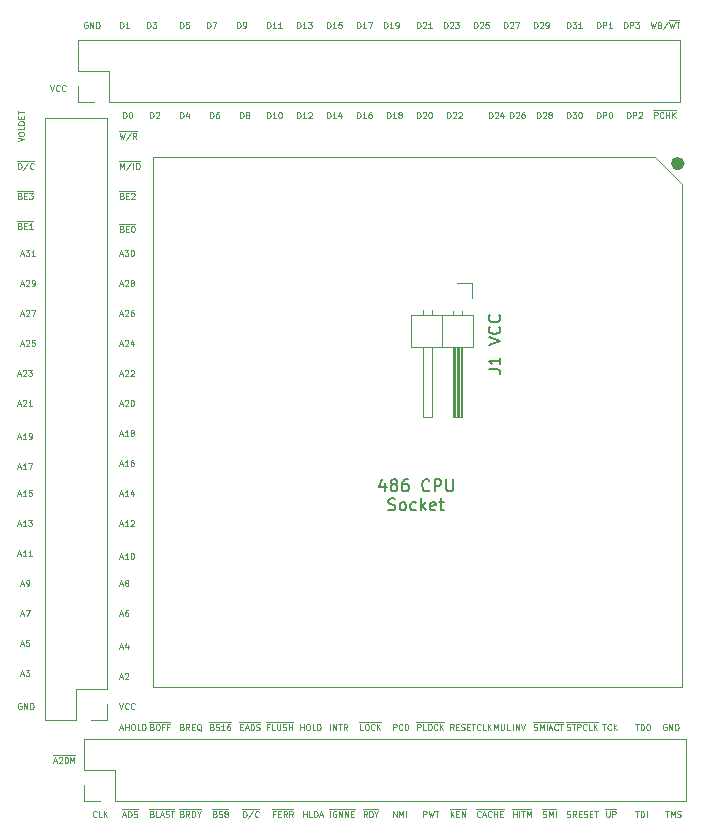
<source format=gbr>
%TF.GenerationSoftware,KiCad,Pcbnew,7.0.10*%
%TF.CreationDate,2024-03-06T13:03:10+02:00*%
%TF.ProjectId,486Interposer,34383649-6e74-4657-9270-6f7365722e6b,rev?*%
%TF.SameCoordinates,Original*%
%TF.FileFunction,Legend,Top*%
%TF.FilePolarity,Positive*%
%FSLAX46Y46*%
G04 Gerber Fmt 4.6, Leading zero omitted, Abs format (unit mm)*
G04 Created by KiCad (PCBNEW 7.0.10) date 2024-03-06 13:03:10*
%MOMM*%
%LPD*%
G01*
G04 APERTURE LIST*
%ADD10C,0.100000*%
%ADD11C,0.150000*%
%ADD12C,0.120000*%
%ADD13C,0.560000*%
%ADD14R,1.700000X1.700000*%
%ADD15O,1.700000X1.700000*%
%ADD16C,1.524000*%
G04 APERTURE END LIST*
D10*
X130965636Y-134328809D02*
X130965636Y-133828809D01*
X131465636Y-133852619D02*
X131418017Y-133828809D01*
X131418017Y-133828809D02*
X131346588Y-133828809D01*
X131346588Y-133828809D02*
X131275160Y-133852619D01*
X131275160Y-133852619D02*
X131227541Y-133900238D01*
X131227541Y-133900238D02*
X131203731Y-133947857D01*
X131203731Y-133947857D02*
X131179922Y-134043095D01*
X131179922Y-134043095D02*
X131179922Y-134114523D01*
X131179922Y-134114523D02*
X131203731Y-134209761D01*
X131203731Y-134209761D02*
X131227541Y-134257380D01*
X131227541Y-134257380D02*
X131275160Y-134305000D01*
X131275160Y-134305000D02*
X131346588Y-134328809D01*
X131346588Y-134328809D02*
X131394207Y-134328809D01*
X131394207Y-134328809D02*
X131465636Y-134305000D01*
X131465636Y-134305000D02*
X131489445Y-134281190D01*
X131489445Y-134281190D02*
X131489445Y-134114523D01*
X131489445Y-134114523D02*
X131394207Y-134114523D01*
X131703731Y-134328809D02*
X131703731Y-133828809D01*
X131703731Y-133828809D02*
X131989445Y-134328809D01*
X131989445Y-134328809D02*
X131989445Y-133828809D01*
X132227541Y-134328809D02*
X132227541Y-133828809D01*
X132227541Y-133828809D02*
X132513255Y-134328809D01*
X132513255Y-134328809D02*
X132513255Y-133828809D01*
X132751351Y-134066904D02*
X132918018Y-134066904D01*
X132989446Y-134328809D02*
X132751351Y-134328809D01*
X132751351Y-134328809D02*
X132751351Y-133828809D01*
X132751351Y-133828809D02*
X132989446Y-133828809D01*
X130896589Y-133690000D02*
X133034685Y-133690000D01*
X138331636Y-67526809D02*
X138331636Y-67026809D01*
X138331636Y-67026809D02*
X138450684Y-67026809D01*
X138450684Y-67026809D02*
X138522112Y-67050619D01*
X138522112Y-67050619D02*
X138569731Y-67098238D01*
X138569731Y-67098238D02*
X138593541Y-67145857D01*
X138593541Y-67145857D02*
X138617350Y-67241095D01*
X138617350Y-67241095D02*
X138617350Y-67312523D01*
X138617350Y-67312523D02*
X138593541Y-67407761D01*
X138593541Y-67407761D02*
X138569731Y-67455380D01*
X138569731Y-67455380D02*
X138522112Y-67503000D01*
X138522112Y-67503000D02*
X138450684Y-67526809D01*
X138450684Y-67526809D02*
X138331636Y-67526809D01*
X138807827Y-67074428D02*
X138831636Y-67050619D01*
X138831636Y-67050619D02*
X138879255Y-67026809D01*
X138879255Y-67026809D02*
X138998303Y-67026809D01*
X138998303Y-67026809D02*
X139045922Y-67050619D01*
X139045922Y-67050619D02*
X139069731Y-67074428D01*
X139069731Y-67074428D02*
X139093541Y-67122047D01*
X139093541Y-67122047D02*
X139093541Y-67169666D01*
X139093541Y-67169666D02*
X139069731Y-67241095D01*
X139069731Y-67241095D02*
X138784017Y-67526809D01*
X138784017Y-67526809D02*
X139093541Y-67526809D01*
X139569731Y-67526809D02*
X139284017Y-67526809D01*
X139426874Y-67526809D02*
X139426874Y-67026809D01*
X139426874Y-67026809D02*
X139379255Y-67098238D01*
X139379255Y-67098238D02*
X139331636Y-67145857D01*
X139331636Y-67145857D02*
X139284017Y-67169666D01*
X104549636Y-79464809D02*
X104549636Y-78964809D01*
X104549636Y-78964809D02*
X104668684Y-78964809D01*
X104668684Y-78964809D02*
X104740112Y-78988619D01*
X104740112Y-78988619D02*
X104787731Y-79036238D01*
X104787731Y-79036238D02*
X104811541Y-79083857D01*
X104811541Y-79083857D02*
X104835350Y-79179095D01*
X104835350Y-79179095D02*
X104835350Y-79250523D01*
X104835350Y-79250523D02*
X104811541Y-79345761D01*
X104811541Y-79345761D02*
X104787731Y-79393380D01*
X104787731Y-79393380D02*
X104740112Y-79441000D01*
X104740112Y-79441000D02*
X104668684Y-79464809D01*
X104668684Y-79464809D02*
X104549636Y-79464809D01*
X105406779Y-78941000D02*
X104978208Y-79583857D01*
X105859160Y-79417190D02*
X105835351Y-79441000D01*
X105835351Y-79441000D02*
X105763922Y-79464809D01*
X105763922Y-79464809D02*
X105716303Y-79464809D01*
X105716303Y-79464809D02*
X105644875Y-79441000D01*
X105644875Y-79441000D02*
X105597256Y-79393380D01*
X105597256Y-79393380D02*
X105573446Y-79345761D01*
X105573446Y-79345761D02*
X105549637Y-79250523D01*
X105549637Y-79250523D02*
X105549637Y-79179095D01*
X105549637Y-79179095D02*
X105573446Y-79083857D01*
X105573446Y-79083857D02*
X105597256Y-79036238D01*
X105597256Y-79036238D02*
X105644875Y-78988619D01*
X105644875Y-78988619D02*
X105716303Y-78964809D01*
X105716303Y-78964809D02*
X105763922Y-78964809D01*
X105763922Y-78964809D02*
X105835351Y-78988619D01*
X105835351Y-78988619D02*
X105859160Y-79012428D01*
X104480589Y-78826000D02*
X105904399Y-78826000D01*
X143697350Y-134281190D02*
X143673541Y-134305000D01*
X143673541Y-134305000D02*
X143602112Y-134328809D01*
X143602112Y-134328809D02*
X143554493Y-134328809D01*
X143554493Y-134328809D02*
X143483065Y-134305000D01*
X143483065Y-134305000D02*
X143435446Y-134257380D01*
X143435446Y-134257380D02*
X143411636Y-134209761D01*
X143411636Y-134209761D02*
X143387827Y-134114523D01*
X143387827Y-134114523D02*
X143387827Y-134043095D01*
X143387827Y-134043095D02*
X143411636Y-133947857D01*
X143411636Y-133947857D02*
X143435446Y-133900238D01*
X143435446Y-133900238D02*
X143483065Y-133852619D01*
X143483065Y-133852619D02*
X143554493Y-133828809D01*
X143554493Y-133828809D02*
X143602112Y-133828809D01*
X143602112Y-133828809D02*
X143673541Y-133852619D01*
X143673541Y-133852619D02*
X143697350Y-133876428D01*
X143887827Y-134185952D02*
X144125922Y-134185952D01*
X143840208Y-134328809D02*
X144006874Y-133828809D01*
X144006874Y-133828809D02*
X144173541Y-134328809D01*
X144625921Y-134281190D02*
X144602112Y-134305000D01*
X144602112Y-134305000D02*
X144530683Y-134328809D01*
X144530683Y-134328809D02*
X144483064Y-134328809D01*
X144483064Y-134328809D02*
X144411636Y-134305000D01*
X144411636Y-134305000D02*
X144364017Y-134257380D01*
X144364017Y-134257380D02*
X144340207Y-134209761D01*
X144340207Y-134209761D02*
X144316398Y-134114523D01*
X144316398Y-134114523D02*
X144316398Y-134043095D01*
X144316398Y-134043095D02*
X144340207Y-133947857D01*
X144340207Y-133947857D02*
X144364017Y-133900238D01*
X144364017Y-133900238D02*
X144411636Y-133852619D01*
X144411636Y-133852619D02*
X144483064Y-133828809D01*
X144483064Y-133828809D02*
X144530683Y-133828809D01*
X144530683Y-133828809D02*
X144602112Y-133852619D01*
X144602112Y-133852619D02*
X144625921Y-133876428D01*
X144840207Y-134328809D02*
X144840207Y-133828809D01*
X144840207Y-134066904D02*
X145125921Y-134066904D01*
X145125921Y-134328809D02*
X145125921Y-133828809D01*
X145364017Y-134066904D02*
X145530684Y-134066904D01*
X145602112Y-134328809D02*
X145364017Y-134328809D01*
X145364017Y-134328809D02*
X145364017Y-133828809D01*
X145364017Y-133828809D02*
X145602112Y-133828809D01*
X143342589Y-133690000D02*
X145647351Y-133690000D01*
X143697350Y-126915190D02*
X143673541Y-126939000D01*
X143673541Y-126939000D02*
X143602112Y-126962809D01*
X143602112Y-126962809D02*
X143554493Y-126962809D01*
X143554493Y-126962809D02*
X143483065Y-126939000D01*
X143483065Y-126939000D02*
X143435446Y-126891380D01*
X143435446Y-126891380D02*
X143411636Y-126843761D01*
X143411636Y-126843761D02*
X143387827Y-126748523D01*
X143387827Y-126748523D02*
X143387827Y-126677095D01*
X143387827Y-126677095D02*
X143411636Y-126581857D01*
X143411636Y-126581857D02*
X143435446Y-126534238D01*
X143435446Y-126534238D02*
X143483065Y-126486619D01*
X143483065Y-126486619D02*
X143554493Y-126462809D01*
X143554493Y-126462809D02*
X143602112Y-126462809D01*
X143602112Y-126462809D02*
X143673541Y-126486619D01*
X143673541Y-126486619D02*
X143697350Y-126510428D01*
X144149731Y-126962809D02*
X143911636Y-126962809D01*
X143911636Y-126962809D02*
X143911636Y-126462809D01*
X144316398Y-126962809D02*
X144316398Y-126462809D01*
X144602112Y-126962809D02*
X144387827Y-126677095D01*
X144602112Y-126462809D02*
X144316398Y-126748523D01*
X144816398Y-126962809D02*
X144816398Y-126462809D01*
X144816398Y-126462809D02*
X144983065Y-126819952D01*
X144983065Y-126819952D02*
X145149731Y-126462809D01*
X145149731Y-126462809D02*
X145149731Y-126962809D01*
X145387827Y-126462809D02*
X145387827Y-126867571D01*
X145387827Y-126867571D02*
X145411637Y-126915190D01*
X145411637Y-126915190D02*
X145435446Y-126939000D01*
X145435446Y-126939000D02*
X145483065Y-126962809D01*
X145483065Y-126962809D02*
X145578303Y-126962809D01*
X145578303Y-126962809D02*
X145625922Y-126939000D01*
X145625922Y-126939000D02*
X145649732Y-126915190D01*
X145649732Y-126915190D02*
X145673541Y-126867571D01*
X145673541Y-126867571D02*
X145673541Y-126462809D01*
X146149732Y-126962809D02*
X145911637Y-126962809D01*
X145911637Y-126962809D02*
X145911637Y-126462809D01*
X128171636Y-75146809D02*
X128171636Y-74646809D01*
X128171636Y-74646809D02*
X128290684Y-74646809D01*
X128290684Y-74646809D02*
X128362112Y-74670619D01*
X128362112Y-74670619D02*
X128409731Y-74718238D01*
X128409731Y-74718238D02*
X128433541Y-74765857D01*
X128433541Y-74765857D02*
X128457350Y-74861095D01*
X128457350Y-74861095D02*
X128457350Y-74932523D01*
X128457350Y-74932523D02*
X128433541Y-75027761D01*
X128433541Y-75027761D02*
X128409731Y-75075380D01*
X128409731Y-75075380D02*
X128362112Y-75123000D01*
X128362112Y-75123000D02*
X128290684Y-75146809D01*
X128290684Y-75146809D02*
X128171636Y-75146809D01*
X128933541Y-75146809D02*
X128647827Y-75146809D01*
X128790684Y-75146809D02*
X128790684Y-74646809D01*
X128790684Y-74646809D02*
X128743065Y-74718238D01*
X128743065Y-74718238D02*
X128695446Y-74765857D01*
X128695446Y-74765857D02*
X128647827Y-74789666D01*
X129124017Y-74694428D02*
X129147826Y-74670619D01*
X129147826Y-74670619D02*
X129195445Y-74646809D01*
X129195445Y-74646809D02*
X129314493Y-74646809D01*
X129314493Y-74646809D02*
X129362112Y-74670619D01*
X129362112Y-74670619D02*
X129385921Y-74694428D01*
X129385921Y-74694428D02*
X129409731Y-74742047D01*
X129409731Y-74742047D02*
X129409731Y-74789666D01*
X129409731Y-74789666D02*
X129385921Y-74861095D01*
X129385921Y-74861095D02*
X129100207Y-75146809D01*
X129100207Y-75146809D02*
X129409731Y-75146809D01*
X128425636Y-126962809D02*
X128425636Y-126462809D01*
X128425636Y-126700904D02*
X128711350Y-126700904D01*
X128711350Y-126962809D02*
X128711350Y-126462809D01*
X129044684Y-126462809D02*
X129139922Y-126462809D01*
X129139922Y-126462809D02*
X129187541Y-126486619D01*
X129187541Y-126486619D02*
X129235160Y-126534238D01*
X129235160Y-126534238D02*
X129258970Y-126629476D01*
X129258970Y-126629476D02*
X129258970Y-126796142D01*
X129258970Y-126796142D02*
X129235160Y-126891380D01*
X129235160Y-126891380D02*
X129187541Y-126939000D01*
X129187541Y-126939000D02*
X129139922Y-126962809D01*
X129139922Y-126962809D02*
X129044684Y-126962809D01*
X129044684Y-126962809D02*
X128997065Y-126939000D01*
X128997065Y-126939000D02*
X128949446Y-126891380D01*
X128949446Y-126891380D02*
X128925637Y-126796142D01*
X128925637Y-126796142D02*
X128925637Y-126629476D01*
X128925637Y-126629476D02*
X128949446Y-126534238D01*
X128949446Y-126534238D02*
X128997065Y-126486619D01*
X128997065Y-126486619D02*
X129044684Y-126462809D01*
X129711351Y-126962809D02*
X129473256Y-126962809D01*
X129473256Y-126962809D02*
X129473256Y-126462809D01*
X129878018Y-126962809D02*
X129878018Y-126462809D01*
X129878018Y-126462809D02*
X129997066Y-126462809D01*
X129997066Y-126462809D02*
X130068494Y-126486619D01*
X130068494Y-126486619D02*
X130116113Y-126534238D01*
X130116113Y-126534238D02*
X130139923Y-126581857D01*
X130139923Y-126581857D02*
X130163732Y-126677095D01*
X130163732Y-126677095D02*
X130163732Y-126748523D01*
X130163732Y-126748523D02*
X130139923Y-126843761D01*
X130139923Y-126843761D02*
X130116113Y-126891380D01*
X130116113Y-126891380D02*
X130068494Y-126939000D01*
X130068494Y-126939000D02*
X129997066Y-126962809D01*
X129997066Y-126962809D02*
X129878018Y-126962809D01*
X113161827Y-101927952D02*
X113399922Y-101927952D01*
X113114208Y-102070809D02*
X113280874Y-101570809D01*
X113280874Y-101570809D02*
X113447541Y-102070809D01*
X113876112Y-102070809D02*
X113590398Y-102070809D01*
X113733255Y-102070809D02*
X113733255Y-101570809D01*
X113733255Y-101570809D02*
X113685636Y-101642238D01*
X113685636Y-101642238D02*
X113638017Y-101689857D01*
X113638017Y-101689857D02*
X113590398Y-101713666D01*
X114161826Y-101785095D02*
X114114207Y-101761285D01*
X114114207Y-101761285D02*
X114090397Y-101737476D01*
X114090397Y-101737476D02*
X114066588Y-101689857D01*
X114066588Y-101689857D02*
X114066588Y-101666047D01*
X114066588Y-101666047D02*
X114090397Y-101618428D01*
X114090397Y-101618428D02*
X114114207Y-101594619D01*
X114114207Y-101594619D02*
X114161826Y-101570809D01*
X114161826Y-101570809D02*
X114257064Y-101570809D01*
X114257064Y-101570809D02*
X114304683Y-101594619D01*
X114304683Y-101594619D02*
X114328492Y-101618428D01*
X114328492Y-101618428D02*
X114352302Y-101666047D01*
X114352302Y-101666047D02*
X114352302Y-101689857D01*
X114352302Y-101689857D02*
X114328492Y-101737476D01*
X114328492Y-101737476D02*
X114304683Y-101761285D01*
X114304683Y-101761285D02*
X114257064Y-101785095D01*
X114257064Y-101785095D02*
X114161826Y-101785095D01*
X114161826Y-101785095D02*
X114114207Y-101808904D01*
X114114207Y-101808904D02*
X114090397Y-101832714D01*
X114090397Y-101832714D02*
X114066588Y-101880333D01*
X114066588Y-101880333D02*
X114066588Y-101975571D01*
X114066588Y-101975571D02*
X114090397Y-102023190D01*
X114090397Y-102023190D02*
X114114207Y-102047000D01*
X114114207Y-102047000D02*
X114161826Y-102070809D01*
X114161826Y-102070809D02*
X114257064Y-102070809D01*
X114257064Y-102070809D02*
X114304683Y-102047000D01*
X114304683Y-102047000D02*
X114328492Y-102023190D01*
X114328492Y-102023190D02*
X114352302Y-101975571D01*
X114352302Y-101975571D02*
X114352302Y-101880333D01*
X114352302Y-101880333D02*
X114328492Y-101832714D01*
X114328492Y-101832714D02*
X114304683Y-101808904D01*
X114304683Y-101808904D02*
X114257064Y-101785095D01*
X126306303Y-134066904D02*
X126139636Y-134066904D01*
X126139636Y-134328809D02*
X126139636Y-133828809D01*
X126139636Y-133828809D02*
X126377731Y-133828809D01*
X126568207Y-134066904D02*
X126734874Y-134066904D01*
X126806302Y-134328809D02*
X126568207Y-134328809D01*
X126568207Y-134328809D02*
X126568207Y-133828809D01*
X126568207Y-133828809D02*
X126806302Y-133828809D01*
X127306302Y-134328809D02*
X127139636Y-134090714D01*
X127020588Y-134328809D02*
X127020588Y-133828809D01*
X127020588Y-133828809D02*
X127211064Y-133828809D01*
X127211064Y-133828809D02*
X127258683Y-133852619D01*
X127258683Y-133852619D02*
X127282493Y-133876428D01*
X127282493Y-133876428D02*
X127306302Y-133924047D01*
X127306302Y-133924047D02*
X127306302Y-133995476D01*
X127306302Y-133995476D02*
X127282493Y-134043095D01*
X127282493Y-134043095D02*
X127258683Y-134066904D01*
X127258683Y-134066904D02*
X127211064Y-134090714D01*
X127211064Y-134090714D02*
X127020588Y-134090714D01*
X127806302Y-134328809D02*
X127639636Y-134090714D01*
X127520588Y-134328809D02*
X127520588Y-133828809D01*
X127520588Y-133828809D02*
X127711064Y-133828809D01*
X127711064Y-133828809D02*
X127758683Y-133852619D01*
X127758683Y-133852619D02*
X127782493Y-133876428D01*
X127782493Y-133876428D02*
X127806302Y-133924047D01*
X127806302Y-133924047D02*
X127806302Y-133995476D01*
X127806302Y-133995476D02*
X127782493Y-134043095D01*
X127782493Y-134043095D02*
X127758683Y-134066904D01*
X127758683Y-134066904D02*
X127711064Y-134090714D01*
X127711064Y-134090714D02*
X127520588Y-134090714D01*
X126070589Y-133690000D02*
X127851541Y-133690000D01*
X118265636Y-75146809D02*
X118265636Y-74646809D01*
X118265636Y-74646809D02*
X118384684Y-74646809D01*
X118384684Y-74646809D02*
X118456112Y-74670619D01*
X118456112Y-74670619D02*
X118503731Y-74718238D01*
X118503731Y-74718238D02*
X118527541Y-74765857D01*
X118527541Y-74765857D02*
X118551350Y-74861095D01*
X118551350Y-74861095D02*
X118551350Y-74932523D01*
X118551350Y-74932523D02*
X118527541Y-75027761D01*
X118527541Y-75027761D02*
X118503731Y-75075380D01*
X118503731Y-75075380D02*
X118456112Y-75123000D01*
X118456112Y-75123000D02*
X118384684Y-75146809D01*
X118384684Y-75146809D02*
X118265636Y-75146809D01*
X118979922Y-74813476D02*
X118979922Y-75146809D01*
X118860874Y-74623000D02*
X118741827Y-74980142D01*
X118741827Y-74980142D02*
X119051350Y-74980142D01*
X104716303Y-81742904D02*
X104787731Y-81766714D01*
X104787731Y-81766714D02*
X104811541Y-81790523D01*
X104811541Y-81790523D02*
X104835350Y-81838142D01*
X104835350Y-81838142D02*
X104835350Y-81909571D01*
X104835350Y-81909571D02*
X104811541Y-81957190D01*
X104811541Y-81957190D02*
X104787731Y-81981000D01*
X104787731Y-81981000D02*
X104740112Y-82004809D01*
X104740112Y-82004809D02*
X104549636Y-82004809D01*
X104549636Y-82004809D02*
X104549636Y-81504809D01*
X104549636Y-81504809D02*
X104716303Y-81504809D01*
X104716303Y-81504809D02*
X104763922Y-81528619D01*
X104763922Y-81528619D02*
X104787731Y-81552428D01*
X104787731Y-81552428D02*
X104811541Y-81600047D01*
X104811541Y-81600047D02*
X104811541Y-81647666D01*
X104811541Y-81647666D02*
X104787731Y-81695285D01*
X104787731Y-81695285D02*
X104763922Y-81719095D01*
X104763922Y-81719095D02*
X104716303Y-81742904D01*
X104716303Y-81742904D02*
X104549636Y-81742904D01*
X105049636Y-81742904D02*
X105216303Y-81742904D01*
X105287731Y-82004809D02*
X105049636Y-82004809D01*
X105049636Y-82004809D02*
X105049636Y-81504809D01*
X105049636Y-81504809D02*
X105287731Y-81504809D01*
X105454398Y-81504809D02*
X105763922Y-81504809D01*
X105763922Y-81504809D02*
X105597255Y-81695285D01*
X105597255Y-81695285D02*
X105668684Y-81695285D01*
X105668684Y-81695285D02*
X105716303Y-81719095D01*
X105716303Y-81719095D02*
X105740112Y-81742904D01*
X105740112Y-81742904D02*
X105763922Y-81790523D01*
X105763922Y-81790523D02*
X105763922Y-81909571D01*
X105763922Y-81909571D02*
X105740112Y-81957190D01*
X105740112Y-81957190D02*
X105716303Y-81981000D01*
X105716303Y-81981000D02*
X105668684Y-82004809D01*
X105668684Y-82004809D02*
X105525827Y-82004809D01*
X105525827Y-82004809D02*
X105478208Y-81981000D01*
X105478208Y-81981000D02*
X105454398Y-81957190D01*
X104480589Y-81366000D02*
X105809160Y-81366000D01*
X113161827Y-122501952D02*
X113399922Y-122501952D01*
X113114208Y-122644809D02*
X113280874Y-122144809D01*
X113280874Y-122144809D02*
X113447541Y-122644809D01*
X113590398Y-122192428D02*
X113614207Y-122168619D01*
X113614207Y-122168619D02*
X113661826Y-122144809D01*
X113661826Y-122144809D02*
X113780874Y-122144809D01*
X113780874Y-122144809D02*
X113828493Y-122168619D01*
X113828493Y-122168619D02*
X113852302Y-122192428D01*
X113852302Y-122192428D02*
X113876112Y-122240047D01*
X113876112Y-122240047D02*
X113876112Y-122287666D01*
X113876112Y-122287666D02*
X113852302Y-122359095D01*
X113852302Y-122359095D02*
X113566588Y-122644809D01*
X113566588Y-122644809D02*
X113876112Y-122644809D01*
X104560409Y-77131791D02*
X105060409Y-76965125D01*
X105060409Y-76965125D02*
X104560409Y-76798458D01*
X104560409Y-76536554D02*
X104560409Y-76441316D01*
X104560409Y-76441316D02*
X104584219Y-76393697D01*
X104584219Y-76393697D02*
X104631838Y-76346078D01*
X104631838Y-76346078D02*
X104727076Y-76322268D01*
X104727076Y-76322268D02*
X104893742Y-76322268D01*
X104893742Y-76322268D02*
X104988980Y-76346078D01*
X104988980Y-76346078D02*
X105036600Y-76393697D01*
X105036600Y-76393697D02*
X105060409Y-76441316D01*
X105060409Y-76441316D02*
X105060409Y-76536554D01*
X105060409Y-76536554D02*
X105036600Y-76584173D01*
X105036600Y-76584173D02*
X104988980Y-76631792D01*
X104988980Y-76631792D02*
X104893742Y-76655601D01*
X104893742Y-76655601D02*
X104727076Y-76655601D01*
X104727076Y-76655601D02*
X104631838Y-76631792D01*
X104631838Y-76631792D02*
X104584219Y-76584173D01*
X104584219Y-76584173D02*
X104560409Y-76536554D01*
X105060409Y-75869887D02*
X105060409Y-76107982D01*
X105060409Y-76107982D02*
X104560409Y-76107982D01*
X105060409Y-75703220D02*
X104560409Y-75703220D01*
X104560409Y-75703220D02*
X104560409Y-75584172D01*
X104560409Y-75584172D02*
X104584219Y-75512744D01*
X104584219Y-75512744D02*
X104631838Y-75465125D01*
X104631838Y-75465125D02*
X104679457Y-75441315D01*
X104679457Y-75441315D02*
X104774695Y-75417506D01*
X104774695Y-75417506D02*
X104846123Y-75417506D01*
X104846123Y-75417506D02*
X104941361Y-75441315D01*
X104941361Y-75441315D02*
X104988980Y-75465125D01*
X104988980Y-75465125D02*
X105036600Y-75512744D01*
X105036600Y-75512744D02*
X105060409Y-75584172D01*
X105060409Y-75584172D02*
X105060409Y-75703220D01*
X104798504Y-75203220D02*
X104798504Y-75036553D01*
X105060409Y-74965125D02*
X105060409Y-75203220D01*
X105060409Y-75203220D02*
X104560409Y-75203220D01*
X104560409Y-75203220D02*
X104560409Y-74965125D01*
X104560409Y-74822267D02*
X104560409Y-74536553D01*
X105060409Y-74679410D02*
X104560409Y-74679410D01*
X113352303Y-81742904D02*
X113423731Y-81766714D01*
X113423731Y-81766714D02*
X113447541Y-81790523D01*
X113447541Y-81790523D02*
X113471350Y-81838142D01*
X113471350Y-81838142D02*
X113471350Y-81909571D01*
X113471350Y-81909571D02*
X113447541Y-81957190D01*
X113447541Y-81957190D02*
X113423731Y-81981000D01*
X113423731Y-81981000D02*
X113376112Y-82004809D01*
X113376112Y-82004809D02*
X113185636Y-82004809D01*
X113185636Y-82004809D02*
X113185636Y-81504809D01*
X113185636Y-81504809D02*
X113352303Y-81504809D01*
X113352303Y-81504809D02*
X113399922Y-81528619D01*
X113399922Y-81528619D02*
X113423731Y-81552428D01*
X113423731Y-81552428D02*
X113447541Y-81600047D01*
X113447541Y-81600047D02*
X113447541Y-81647666D01*
X113447541Y-81647666D02*
X113423731Y-81695285D01*
X113423731Y-81695285D02*
X113399922Y-81719095D01*
X113399922Y-81719095D02*
X113352303Y-81742904D01*
X113352303Y-81742904D02*
X113185636Y-81742904D01*
X113685636Y-81742904D02*
X113852303Y-81742904D01*
X113923731Y-82004809D02*
X113685636Y-82004809D01*
X113685636Y-82004809D02*
X113685636Y-81504809D01*
X113685636Y-81504809D02*
X113923731Y-81504809D01*
X114114208Y-81552428D02*
X114138017Y-81528619D01*
X114138017Y-81528619D02*
X114185636Y-81504809D01*
X114185636Y-81504809D02*
X114304684Y-81504809D01*
X114304684Y-81504809D02*
X114352303Y-81528619D01*
X114352303Y-81528619D02*
X114376112Y-81552428D01*
X114376112Y-81552428D02*
X114399922Y-81600047D01*
X114399922Y-81600047D02*
X114399922Y-81647666D01*
X114399922Y-81647666D02*
X114376112Y-81719095D01*
X114376112Y-81719095D02*
X114090398Y-82004809D01*
X114090398Y-82004809D02*
X114399922Y-82004809D01*
X113116589Y-81366000D02*
X114445160Y-81366000D01*
X141154836Y-134299609D02*
X141154836Y-133799609D01*
X141440550Y-134299609D02*
X141226265Y-134013895D01*
X141440550Y-133799609D02*
X141154836Y-134085323D01*
X141654836Y-134037704D02*
X141821503Y-134037704D01*
X141892931Y-134299609D02*
X141654836Y-134299609D01*
X141654836Y-134299609D02*
X141654836Y-133799609D01*
X141654836Y-133799609D02*
X141892931Y-133799609D01*
X142107217Y-134299609D02*
X142107217Y-133799609D01*
X142107217Y-133799609D02*
X142392931Y-134299609D01*
X142392931Y-134299609D02*
X142392931Y-133799609D01*
X141085789Y-133660800D02*
X142461980Y-133660800D01*
X156111636Y-75146809D02*
X156111636Y-74646809D01*
X156111636Y-74646809D02*
X156230684Y-74646809D01*
X156230684Y-74646809D02*
X156302112Y-74670619D01*
X156302112Y-74670619D02*
X156349731Y-74718238D01*
X156349731Y-74718238D02*
X156373541Y-74765857D01*
X156373541Y-74765857D02*
X156397350Y-74861095D01*
X156397350Y-74861095D02*
X156397350Y-74932523D01*
X156397350Y-74932523D02*
X156373541Y-75027761D01*
X156373541Y-75027761D02*
X156349731Y-75075380D01*
X156349731Y-75075380D02*
X156302112Y-75123000D01*
X156302112Y-75123000D02*
X156230684Y-75146809D01*
X156230684Y-75146809D02*
X156111636Y-75146809D01*
X156611636Y-75146809D02*
X156611636Y-74646809D01*
X156611636Y-74646809D02*
X156802112Y-74646809D01*
X156802112Y-74646809D02*
X156849731Y-74670619D01*
X156849731Y-74670619D02*
X156873541Y-74694428D01*
X156873541Y-74694428D02*
X156897350Y-74742047D01*
X156897350Y-74742047D02*
X156897350Y-74813476D01*
X156897350Y-74813476D02*
X156873541Y-74861095D01*
X156873541Y-74861095D02*
X156849731Y-74884904D01*
X156849731Y-74884904D02*
X156802112Y-74908714D01*
X156802112Y-74908714D02*
X156611636Y-74908714D01*
X157087827Y-74694428D02*
X157111636Y-74670619D01*
X157111636Y-74670619D02*
X157159255Y-74646809D01*
X157159255Y-74646809D02*
X157278303Y-74646809D01*
X157278303Y-74646809D02*
X157325922Y-74670619D01*
X157325922Y-74670619D02*
X157349731Y-74694428D01*
X157349731Y-74694428D02*
X157373541Y-74742047D01*
X157373541Y-74742047D02*
X157373541Y-74789666D01*
X157373541Y-74789666D02*
X157349731Y-74861095D01*
X157349731Y-74861095D02*
X157064017Y-75146809D01*
X157064017Y-75146809D02*
X157373541Y-75146809D01*
X123345636Y-75146809D02*
X123345636Y-74646809D01*
X123345636Y-74646809D02*
X123464684Y-74646809D01*
X123464684Y-74646809D02*
X123536112Y-74670619D01*
X123536112Y-74670619D02*
X123583731Y-74718238D01*
X123583731Y-74718238D02*
X123607541Y-74765857D01*
X123607541Y-74765857D02*
X123631350Y-74861095D01*
X123631350Y-74861095D02*
X123631350Y-74932523D01*
X123631350Y-74932523D02*
X123607541Y-75027761D01*
X123607541Y-75027761D02*
X123583731Y-75075380D01*
X123583731Y-75075380D02*
X123536112Y-75123000D01*
X123536112Y-75123000D02*
X123464684Y-75146809D01*
X123464684Y-75146809D02*
X123345636Y-75146809D01*
X123917065Y-74861095D02*
X123869446Y-74837285D01*
X123869446Y-74837285D02*
X123845636Y-74813476D01*
X123845636Y-74813476D02*
X123821827Y-74765857D01*
X123821827Y-74765857D02*
X123821827Y-74742047D01*
X123821827Y-74742047D02*
X123845636Y-74694428D01*
X123845636Y-74694428D02*
X123869446Y-74670619D01*
X123869446Y-74670619D02*
X123917065Y-74646809D01*
X123917065Y-74646809D02*
X124012303Y-74646809D01*
X124012303Y-74646809D02*
X124059922Y-74670619D01*
X124059922Y-74670619D02*
X124083731Y-74694428D01*
X124083731Y-74694428D02*
X124107541Y-74742047D01*
X124107541Y-74742047D02*
X124107541Y-74765857D01*
X124107541Y-74765857D02*
X124083731Y-74813476D01*
X124083731Y-74813476D02*
X124059922Y-74837285D01*
X124059922Y-74837285D02*
X124012303Y-74861095D01*
X124012303Y-74861095D02*
X123917065Y-74861095D01*
X123917065Y-74861095D02*
X123869446Y-74884904D01*
X123869446Y-74884904D02*
X123845636Y-74908714D01*
X123845636Y-74908714D02*
X123821827Y-74956333D01*
X123821827Y-74956333D02*
X123821827Y-75051571D01*
X123821827Y-75051571D02*
X123845636Y-75099190D01*
X123845636Y-75099190D02*
X123869446Y-75123000D01*
X123869446Y-75123000D02*
X123917065Y-75146809D01*
X123917065Y-75146809D02*
X124012303Y-75146809D01*
X124012303Y-75146809D02*
X124059922Y-75123000D01*
X124059922Y-75123000D02*
X124083731Y-75099190D01*
X124083731Y-75099190D02*
X124107541Y-75051571D01*
X124107541Y-75051571D02*
X124107541Y-74956333D01*
X124107541Y-74956333D02*
X124083731Y-74908714D01*
X124083731Y-74908714D02*
X124059922Y-74884904D01*
X124059922Y-74884904D02*
X124012303Y-74861095D01*
X113161827Y-119961952D02*
X113399922Y-119961952D01*
X113114208Y-120104809D02*
X113280874Y-119604809D01*
X113280874Y-119604809D02*
X113447541Y-120104809D01*
X113828493Y-119771476D02*
X113828493Y-120104809D01*
X113709445Y-119581000D02*
X113590398Y-119938142D01*
X113590398Y-119938142D02*
X113899921Y-119938142D01*
X113161827Y-91767952D02*
X113399922Y-91767952D01*
X113114208Y-91910809D02*
X113280874Y-91410809D01*
X113280874Y-91410809D02*
X113447541Y-91910809D01*
X113590398Y-91458428D02*
X113614207Y-91434619D01*
X113614207Y-91434619D02*
X113661826Y-91410809D01*
X113661826Y-91410809D02*
X113780874Y-91410809D01*
X113780874Y-91410809D02*
X113828493Y-91434619D01*
X113828493Y-91434619D02*
X113852302Y-91458428D01*
X113852302Y-91458428D02*
X113876112Y-91506047D01*
X113876112Y-91506047D02*
X113876112Y-91553666D01*
X113876112Y-91553666D02*
X113852302Y-91625095D01*
X113852302Y-91625095D02*
X113566588Y-91910809D01*
X113566588Y-91910809D02*
X113876112Y-91910809D01*
X114304683Y-91410809D02*
X114209445Y-91410809D01*
X114209445Y-91410809D02*
X114161826Y-91434619D01*
X114161826Y-91434619D02*
X114138016Y-91458428D01*
X114138016Y-91458428D02*
X114090397Y-91529857D01*
X114090397Y-91529857D02*
X114066588Y-91625095D01*
X114066588Y-91625095D02*
X114066588Y-91815571D01*
X114066588Y-91815571D02*
X114090397Y-91863190D01*
X114090397Y-91863190D02*
X114114207Y-91887000D01*
X114114207Y-91887000D02*
X114161826Y-91910809D01*
X114161826Y-91910809D02*
X114257064Y-91910809D01*
X114257064Y-91910809D02*
X114304683Y-91887000D01*
X114304683Y-91887000D02*
X114328492Y-91863190D01*
X114328492Y-91863190D02*
X114352302Y-91815571D01*
X114352302Y-91815571D02*
X114352302Y-91696523D01*
X114352302Y-91696523D02*
X114328492Y-91648904D01*
X114328492Y-91648904D02*
X114304683Y-91625095D01*
X114304683Y-91625095D02*
X114257064Y-91601285D01*
X114257064Y-91601285D02*
X114161826Y-91601285D01*
X114161826Y-91601285D02*
X114114207Y-91625095D01*
X114114207Y-91625095D02*
X114090397Y-91648904D01*
X114090397Y-91648904D02*
X114066588Y-91696523D01*
X153571636Y-67526809D02*
X153571636Y-67026809D01*
X153571636Y-67026809D02*
X153690684Y-67026809D01*
X153690684Y-67026809D02*
X153762112Y-67050619D01*
X153762112Y-67050619D02*
X153809731Y-67098238D01*
X153809731Y-67098238D02*
X153833541Y-67145857D01*
X153833541Y-67145857D02*
X153857350Y-67241095D01*
X153857350Y-67241095D02*
X153857350Y-67312523D01*
X153857350Y-67312523D02*
X153833541Y-67407761D01*
X153833541Y-67407761D02*
X153809731Y-67455380D01*
X153809731Y-67455380D02*
X153762112Y-67503000D01*
X153762112Y-67503000D02*
X153690684Y-67526809D01*
X153690684Y-67526809D02*
X153571636Y-67526809D01*
X154071636Y-67526809D02*
X154071636Y-67026809D01*
X154071636Y-67026809D02*
X154262112Y-67026809D01*
X154262112Y-67026809D02*
X154309731Y-67050619D01*
X154309731Y-67050619D02*
X154333541Y-67074428D01*
X154333541Y-67074428D02*
X154357350Y-67122047D01*
X154357350Y-67122047D02*
X154357350Y-67193476D01*
X154357350Y-67193476D02*
X154333541Y-67241095D01*
X154333541Y-67241095D02*
X154309731Y-67264904D01*
X154309731Y-67264904D02*
X154262112Y-67288714D01*
X154262112Y-67288714D02*
X154071636Y-67288714D01*
X154833541Y-67526809D02*
X154547827Y-67526809D01*
X154690684Y-67526809D02*
X154690684Y-67026809D01*
X154690684Y-67026809D02*
X154643065Y-67098238D01*
X154643065Y-67098238D02*
X154595446Y-67145857D01*
X154595446Y-67145857D02*
X154547827Y-67169666D01*
X136299636Y-126962809D02*
X136299636Y-126462809D01*
X136299636Y-126462809D02*
X136490112Y-126462809D01*
X136490112Y-126462809D02*
X136537731Y-126486619D01*
X136537731Y-126486619D02*
X136561541Y-126510428D01*
X136561541Y-126510428D02*
X136585350Y-126558047D01*
X136585350Y-126558047D02*
X136585350Y-126629476D01*
X136585350Y-126629476D02*
X136561541Y-126677095D01*
X136561541Y-126677095D02*
X136537731Y-126700904D01*
X136537731Y-126700904D02*
X136490112Y-126724714D01*
X136490112Y-126724714D02*
X136299636Y-126724714D01*
X137085350Y-126915190D02*
X137061541Y-126939000D01*
X137061541Y-126939000D02*
X136990112Y-126962809D01*
X136990112Y-126962809D02*
X136942493Y-126962809D01*
X136942493Y-126962809D02*
X136871065Y-126939000D01*
X136871065Y-126939000D02*
X136823446Y-126891380D01*
X136823446Y-126891380D02*
X136799636Y-126843761D01*
X136799636Y-126843761D02*
X136775827Y-126748523D01*
X136775827Y-126748523D02*
X136775827Y-126677095D01*
X136775827Y-126677095D02*
X136799636Y-126581857D01*
X136799636Y-126581857D02*
X136823446Y-126534238D01*
X136823446Y-126534238D02*
X136871065Y-126486619D01*
X136871065Y-126486619D02*
X136942493Y-126462809D01*
X136942493Y-126462809D02*
X136990112Y-126462809D01*
X136990112Y-126462809D02*
X137061541Y-126486619D01*
X137061541Y-126486619D02*
X137085350Y-126510428D01*
X137299636Y-126962809D02*
X137299636Y-126462809D01*
X137299636Y-126462809D02*
X137418684Y-126462809D01*
X137418684Y-126462809D02*
X137490112Y-126486619D01*
X137490112Y-126486619D02*
X137537731Y-126534238D01*
X137537731Y-126534238D02*
X137561541Y-126581857D01*
X137561541Y-126581857D02*
X137585350Y-126677095D01*
X137585350Y-126677095D02*
X137585350Y-126748523D01*
X137585350Y-126748523D02*
X137561541Y-126843761D01*
X137561541Y-126843761D02*
X137537731Y-126891380D01*
X137537731Y-126891380D02*
X137490112Y-126939000D01*
X137490112Y-126939000D02*
X137418684Y-126962809D01*
X137418684Y-126962809D02*
X137299636Y-126962809D01*
X113161827Y-114627952D02*
X113399922Y-114627952D01*
X113114208Y-114770809D02*
X113280874Y-114270809D01*
X113280874Y-114270809D02*
X113447541Y-114770809D01*
X113685636Y-114485095D02*
X113638017Y-114461285D01*
X113638017Y-114461285D02*
X113614207Y-114437476D01*
X113614207Y-114437476D02*
X113590398Y-114389857D01*
X113590398Y-114389857D02*
X113590398Y-114366047D01*
X113590398Y-114366047D02*
X113614207Y-114318428D01*
X113614207Y-114318428D02*
X113638017Y-114294619D01*
X113638017Y-114294619D02*
X113685636Y-114270809D01*
X113685636Y-114270809D02*
X113780874Y-114270809D01*
X113780874Y-114270809D02*
X113828493Y-114294619D01*
X113828493Y-114294619D02*
X113852302Y-114318428D01*
X113852302Y-114318428D02*
X113876112Y-114366047D01*
X113876112Y-114366047D02*
X113876112Y-114389857D01*
X113876112Y-114389857D02*
X113852302Y-114437476D01*
X113852302Y-114437476D02*
X113828493Y-114461285D01*
X113828493Y-114461285D02*
X113780874Y-114485095D01*
X113780874Y-114485095D02*
X113685636Y-114485095D01*
X113685636Y-114485095D02*
X113638017Y-114508904D01*
X113638017Y-114508904D02*
X113614207Y-114532714D01*
X113614207Y-114532714D02*
X113590398Y-114580333D01*
X113590398Y-114580333D02*
X113590398Y-114675571D01*
X113590398Y-114675571D02*
X113614207Y-114723190D01*
X113614207Y-114723190D02*
X113638017Y-114747000D01*
X113638017Y-114747000D02*
X113685636Y-114770809D01*
X113685636Y-114770809D02*
X113780874Y-114770809D01*
X113780874Y-114770809D02*
X113828493Y-114747000D01*
X113828493Y-114747000D02*
X113852302Y-114723190D01*
X113852302Y-114723190D02*
X113876112Y-114675571D01*
X113876112Y-114675571D02*
X113876112Y-114580333D01*
X113876112Y-114580333D02*
X113852302Y-114532714D01*
X113852302Y-114532714D02*
X113828493Y-114508904D01*
X113828493Y-114508904D02*
X113780874Y-114485095D01*
X113138017Y-76424809D02*
X113257065Y-76924809D01*
X113257065Y-76924809D02*
X113352303Y-76567666D01*
X113352303Y-76567666D02*
X113447541Y-76924809D01*
X113447541Y-76924809D02*
X113566589Y-76424809D01*
X114114208Y-76401000D02*
X113685637Y-77043857D01*
X114566589Y-76924809D02*
X114399923Y-76686714D01*
X114280875Y-76924809D02*
X114280875Y-76424809D01*
X114280875Y-76424809D02*
X114471351Y-76424809D01*
X114471351Y-76424809D02*
X114518970Y-76448619D01*
X114518970Y-76448619D02*
X114542780Y-76472428D01*
X114542780Y-76472428D02*
X114566589Y-76520047D01*
X114566589Y-76520047D02*
X114566589Y-76591476D01*
X114566589Y-76591476D02*
X114542780Y-76639095D01*
X114542780Y-76639095D02*
X114518970Y-76662904D01*
X114518970Y-76662904D02*
X114471351Y-76686714D01*
X114471351Y-76686714D02*
X114280875Y-76686714D01*
X113116589Y-76286000D02*
X114611828Y-76286000D01*
X104525827Y-104721952D02*
X104763922Y-104721952D01*
X104478208Y-104864809D02*
X104644874Y-104364809D01*
X104644874Y-104364809D02*
X104811541Y-104864809D01*
X105240112Y-104864809D02*
X104954398Y-104864809D01*
X105097255Y-104864809D02*
X105097255Y-104364809D01*
X105097255Y-104364809D02*
X105049636Y-104436238D01*
X105049636Y-104436238D02*
X105002017Y-104483857D01*
X105002017Y-104483857D02*
X104954398Y-104507666D01*
X105406778Y-104364809D02*
X105740111Y-104364809D01*
X105740111Y-104364809D02*
X105525826Y-104864809D01*
X144427636Y-75146809D02*
X144427636Y-74646809D01*
X144427636Y-74646809D02*
X144546684Y-74646809D01*
X144546684Y-74646809D02*
X144618112Y-74670619D01*
X144618112Y-74670619D02*
X144665731Y-74718238D01*
X144665731Y-74718238D02*
X144689541Y-74765857D01*
X144689541Y-74765857D02*
X144713350Y-74861095D01*
X144713350Y-74861095D02*
X144713350Y-74932523D01*
X144713350Y-74932523D02*
X144689541Y-75027761D01*
X144689541Y-75027761D02*
X144665731Y-75075380D01*
X144665731Y-75075380D02*
X144618112Y-75123000D01*
X144618112Y-75123000D02*
X144546684Y-75146809D01*
X144546684Y-75146809D02*
X144427636Y-75146809D01*
X144903827Y-74694428D02*
X144927636Y-74670619D01*
X144927636Y-74670619D02*
X144975255Y-74646809D01*
X144975255Y-74646809D02*
X145094303Y-74646809D01*
X145094303Y-74646809D02*
X145141922Y-74670619D01*
X145141922Y-74670619D02*
X145165731Y-74694428D01*
X145165731Y-74694428D02*
X145189541Y-74742047D01*
X145189541Y-74742047D02*
X145189541Y-74789666D01*
X145189541Y-74789666D02*
X145165731Y-74861095D01*
X145165731Y-74861095D02*
X144880017Y-75146809D01*
X144880017Y-75146809D02*
X145189541Y-75146809D01*
X145618112Y-74813476D02*
X145618112Y-75146809D01*
X145499064Y-74623000D02*
X145380017Y-74980142D01*
X145380017Y-74980142D02*
X145689540Y-74980142D01*
X125798303Y-126700904D02*
X125631636Y-126700904D01*
X125631636Y-126962809D02*
X125631636Y-126462809D01*
X125631636Y-126462809D02*
X125869731Y-126462809D01*
X126298302Y-126962809D02*
X126060207Y-126962809D01*
X126060207Y-126962809D02*
X126060207Y-126462809D01*
X126464969Y-126462809D02*
X126464969Y-126867571D01*
X126464969Y-126867571D02*
X126488779Y-126915190D01*
X126488779Y-126915190D02*
X126512588Y-126939000D01*
X126512588Y-126939000D02*
X126560207Y-126962809D01*
X126560207Y-126962809D02*
X126655445Y-126962809D01*
X126655445Y-126962809D02*
X126703064Y-126939000D01*
X126703064Y-126939000D02*
X126726874Y-126915190D01*
X126726874Y-126915190D02*
X126750683Y-126867571D01*
X126750683Y-126867571D02*
X126750683Y-126462809D01*
X126964970Y-126939000D02*
X127036398Y-126962809D01*
X127036398Y-126962809D02*
X127155446Y-126962809D01*
X127155446Y-126962809D02*
X127203065Y-126939000D01*
X127203065Y-126939000D02*
X127226874Y-126915190D01*
X127226874Y-126915190D02*
X127250684Y-126867571D01*
X127250684Y-126867571D02*
X127250684Y-126819952D01*
X127250684Y-126819952D02*
X127226874Y-126772333D01*
X127226874Y-126772333D02*
X127203065Y-126748523D01*
X127203065Y-126748523D02*
X127155446Y-126724714D01*
X127155446Y-126724714D02*
X127060208Y-126700904D01*
X127060208Y-126700904D02*
X127012589Y-126677095D01*
X127012589Y-126677095D02*
X126988779Y-126653285D01*
X126988779Y-126653285D02*
X126964970Y-126605666D01*
X126964970Y-126605666D02*
X126964970Y-126558047D01*
X126964970Y-126558047D02*
X126988779Y-126510428D01*
X126988779Y-126510428D02*
X127012589Y-126486619D01*
X127012589Y-126486619D02*
X127060208Y-126462809D01*
X127060208Y-126462809D02*
X127179255Y-126462809D01*
X127179255Y-126462809D02*
X127250684Y-126486619D01*
X127464969Y-126962809D02*
X127464969Y-126462809D01*
X127464969Y-126700904D02*
X127750683Y-126700904D01*
X127750683Y-126962809D02*
X127750683Y-126462809D01*
X125562589Y-126324000D02*
X127819732Y-126324000D01*
X104811541Y-124708619D02*
X104763922Y-124684809D01*
X104763922Y-124684809D02*
X104692493Y-124684809D01*
X104692493Y-124684809D02*
X104621065Y-124708619D01*
X104621065Y-124708619D02*
X104573446Y-124756238D01*
X104573446Y-124756238D02*
X104549636Y-124803857D01*
X104549636Y-124803857D02*
X104525827Y-124899095D01*
X104525827Y-124899095D02*
X104525827Y-124970523D01*
X104525827Y-124970523D02*
X104549636Y-125065761D01*
X104549636Y-125065761D02*
X104573446Y-125113380D01*
X104573446Y-125113380D02*
X104621065Y-125161000D01*
X104621065Y-125161000D02*
X104692493Y-125184809D01*
X104692493Y-125184809D02*
X104740112Y-125184809D01*
X104740112Y-125184809D02*
X104811541Y-125161000D01*
X104811541Y-125161000D02*
X104835350Y-125137190D01*
X104835350Y-125137190D02*
X104835350Y-124970523D01*
X104835350Y-124970523D02*
X104740112Y-124970523D01*
X105049636Y-125184809D02*
X105049636Y-124684809D01*
X105049636Y-124684809D02*
X105335350Y-125184809D01*
X105335350Y-125184809D02*
X105335350Y-124684809D01*
X105573446Y-125184809D02*
X105573446Y-124684809D01*
X105573446Y-124684809D02*
X105692494Y-124684809D01*
X105692494Y-124684809D02*
X105763922Y-124708619D01*
X105763922Y-124708619D02*
X105811541Y-124756238D01*
X105811541Y-124756238D02*
X105835351Y-124803857D01*
X105835351Y-124803857D02*
X105859160Y-124899095D01*
X105859160Y-124899095D02*
X105859160Y-124970523D01*
X105859160Y-124970523D02*
X105835351Y-125065761D01*
X105835351Y-125065761D02*
X105811541Y-125113380D01*
X105811541Y-125113380D02*
X105763922Y-125161000D01*
X105763922Y-125161000D02*
X105692494Y-125184809D01*
X105692494Y-125184809D02*
X105573446Y-125184809D01*
X113161827Y-112341952D02*
X113399922Y-112341952D01*
X113114208Y-112484809D02*
X113280874Y-111984809D01*
X113280874Y-111984809D02*
X113447541Y-112484809D01*
X113876112Y-112484809D02*
X113590398Y-112484809D01*
X113733255Y-112484809D02*
X113733255Y-111984809D01*
X113733255Y-111984809D02*
X113685636Y-112056238D01*
X113685636Y-112056238D02*
X113638017Y-112103857D01*
X113638017Y-112103857D02*
X113590398Y-112127666D01*
X114185635Y-111984809D02*
X114233254Y-111984809D01*
X114233254Y-111984809D02*
X114280873Y-112008619D01*
X114280873Y-112008619D02*
X114304683Y-112032428D01*
X114304683Y-112032428D02*
X114328492Y-112080047D01*
X114328492Y-112080047D02*
X114352302Y-112175285D01*
X114352302Y-112175285D02*
X114352302Y-112294333D01*
X114352302Y-112294333D02*
X114328492Y-112389571D01*
X114328492Y-112389571D02*
X114304683Y-112437190D01*
X114304683Y-112437190D02*
X114280873Y-112461000D01*
X114280873Y-112461000D02*
X114233254Y-112484809D01*
X114233254Y-112484809D02*
X114185635Y-112484809D01*
X114185635Y-112484809D02*
X114138016Y-112461000D01*
X114138016Y-112461000D02*
X114114207Y-112437190D01*
X114114207Y-112437190D02*
X114090397Y-112389571D01*
X114090397Y-112389571D02*
X114066588Y-112294333D01*
X114066588Y-112294333D02*
X114066588Y-112175285D01*
X114066588Y-112175285D02*
X114090397Y-112080047D01*
X114090397Y-112080047D02*
X114114207Y-112032428D01*
X114114207Y-112032428D02*
X114138016Y-112008619D01*
X114138016Y-112008619D02*
X114185635Y-111984809D01*
X125631636Y-75146809D02*
X125631636Y-74646809D01*
X125631636Y-74646809D02*
X125750684Y-74646809D01*
X125750684Y-74646809D02*
X125822112Y-74670619D01*
X125822112Y-74670619D02*
X125869731Y-74718238D01*
X125869731Y-74718238D02*
X125893541Y-74765857D01*
X125893541Y-74765857D02*
X125917350Y-74861095D01*
X125917350Y-74861095D02*
X125917350Y-74932523D01*
X125917350Y-74932523D02*
X125893541Y-75027761D01*
X125893541Y-75027761D02*
X125869731Y-75075380D01*
X125869731Y-75075380D02*
X125822112Y-75123000D01*
X125822112Y-75123000D02*
X125750684Y-75146809D01*
X125750684Y-75146809D02*
X125631636Y-75146809D01*
X126393541Y-75146809D02*
X126107827Y-75146809D01*
X126250684Y-75146809D02*
X126250684Y-74646809D01*
X126250684Y-74646809D02*
X126203065Y-74718238D01*
X126203065Y-74718238D02*
X126155446Y-74765857D01*
X126155446Y-74765857D02*
X126107827Y-74789666D01*
X126703064Y-74646809D02*
X126750683Y-74646809D01*
X126750683Y-74646809D02*
X126798302Y-74670619D01*
X126798302Y-74670619D02*
X126822112Y-74694428D01*
X126822112Y-74694428D02*
X126845921Y-74742047D01*
X126845921Y-74742047D02*
X126869731Y-74837285D01*
X126869731Y-74837285D02*
X126869731Y-74956333D01*
X126869731Y-74956333D02*
X126845921Y-75051571D01*
X126845921Y-75051571D02*
X126822112Y-75099190D01*
X126822112Y-75099190D02*
X126798302Y-75123000D01*
X126798302Y-75123000D02*
X126750683Y-75146809D01*
X126750683Y-75146809D02*
X126703064Y-75146809D01*
X126703064Y-75146809D02*
X126655445Y-75123000D01*
X126655445Y-75123000D02*
X126631636Y-75099190D01*
X126631636Y-75099190D02*
X126607826Y-75051571D01*
X126607826Y-75051571D02*
X126584017Y-74956333D01*
X126584017Y-74956333D02*
X126584017Y-74837285D01*
X126584017Y-74837285D02*
X126607826Y-74742047D01*
X126607826Y-74742047D02*
X126631636Y-74694428D01*
X126631636Y-74694428D02*
X126655445Y-74670619D01*
X126655445Y-74670619D02*
X126703064Y-74646809D01*
X154008208Y-126462809D02*
X154293922Y-126462809D01*
X154151065Y-126962809D02*
X154151065Y-126462809D01*
X154746302Y-126915190D02*
X154722493Y-126939000D01*
X154722493Y-126939000D02*
X154651064Y-126962809D01*
X154651064Y-126962809D02*
X154603445Y-126962809D01*
X154603445Y-126962809D02*
X154532017Y-126939000D01*
X154532017Y-126939000D02*
X154484398Y-126891380D01*
X154484398Y-126891380D02*
X154460588Y-126843761D01*
X154460588Y-126843761D02*
X154436779Y-126748523D01*
X154436779Y-126748523D02*
X154436779Y-126677095D01*
X154436779Y-126677095D02*
X154460588Y-126581857D01*
X154460588Y-126581857D02*
X154484398Y-126534238D01*
X154484398Y-126534238D02*
X154532017Y-126486619D01*
X154532017Y-126486619D02*
X154603445Y-126462809D01*
X154603445Y-126462809D02*
X154651064Y-126462809D01*
X154651064Y-126462809D02*
X154722493Y-126486619D01*
X154722493Y-126486619D02*
X154746302Y-126510428D01*
X154960588Y-126962809D02*
X154960588Y-126462809D01*
X155246302Y-126962809D02*
X155032017Y-126677095D01*
X155246302Y-126462809D02*
X154960588Y-126748523D01*
X104525827Y-102181952D02*
X104763922Y-102181952D01*
X104478208Y-102324809D02*
X104644874Y-101824809D01*
X104644874Y-101824809D02*
X104811541Y-102324809D01*
X105240112Y-102324809D02*
X104954398Y-102324809D01*
X105097255Y-102324809D02*
X105097255Y-101824809D01*
X105097255Y-101824809D02*
X105049636Y-101896238D01*
X105049636Y-101896238D02*
X105002017Y-101943857D01*
X105002017Y-101943857D02*
X104954398Y-101967666D01*
X105478207Y-102324809D02*
X105573445Y-102324809D01*
X105573445Y-102324809D02*
X105621064Y-102301000D01*
X105621064Y-102301000D02*
X105644873Y-102277190D01*
X105644873Y-102277190D02*
X105692492Y-102205761D01*
X105692492Y-102205761D02*
X105716302Y-102110523D01*
X105716302Y-102110523D02*
X105716302Y-101920047D01*
X105716302Y-101920047D02*
X105692492Y-101872428D01*
X105692492Y-101872428D02*
X105668683Y-101848619D01*
X105668683Y-101848619D02*
X105621064Y-101824809D01*
X105621064Y-101824809D02*
X105525826Y-101824809D01*
X105525826Y-101824809D02*
X105478207Y-101848619D01*
X105478207Y-101848619D02*
X105454397Y-101872428D01*
X105454397Y-101872428D02*
X105430588Y-101920047D01*
X105430588Y-101920047D02*
X105430588Y-102039095D01*
X105430588Y-102039095D02*
X105454397Y-102086714D01*
X105454397Y-102086714D02*
X105478207Y-102110523D01*
X105478207Y-102110523D02*
X105525826Y-102134333D01*
X105525826Y-102134333D02*
X105621064Y-102134333D01*
X105621064Y-102134333D02*
X105668683Y-102110523D01*
X105668683Y-102110523D02*
X105692492Y-102086714D01*
X105692492Y-102086714D02*
X105716302Y-102039095D01*
X134074550Y-134328809D02*
X133907884Y-134090714D01*
X133788836Y-134328809D02*
X133788836Y-133828809D01*
X133788836Y-133828809D02*
X133979312Y-133828809D01*
X133979312Y-133828809D02*
X134026931Y-133852619D01*
X134026931Y-133852619D02*
X134050741Y-133876428D01*
X134050741Y-133876428D02*
X134074550Y-133924047D01*
X134074550Y-133924047D02*
X134074550Y-133995476D01*
X134074550Y-133995476D02*
X134050741Y-134043095D01*
X134050741Y-134043095D02*
X134026931Y-134066904D01*
X134026931Y-134066904D02*
X133979312Y-134090714D01*
X133979312Y-134090714D02*
X133788836Y-134090714D01*
X134288836Y-134328809D02*
X134288836Y-133828809D01*
X134288836Y-133828809D02*
X134407884Y-133828809D01*
X134407884Y-133828809D02*
X134479312Y-133852619D01*
X134479312Y-133852619D02*
X134526931Y-133900238D01*
X134526931Y-133900238D02*
X134550741Y-133947857D01*
X134550741Y-133947857D02*
X134574550Y-134043095D01*
X134574550Y-134043095D02*
X134574550Y-134114523D01*
X134574550Y-134114523D02*
X134550741Y-134209761D01*
X134550741Y-134209761D02*
X134526931Y-134257380D01*
X134526931Y-134257380D02*
X134479312Y-134305000D01*
X134479312Y-134305000D02*
X134407884Y-134328809D01*
X134407884Y-134328809D02*
X134288836Y-134328809D01*
X134884074Y-134090714D02*
X134884074Y-134328809D01*
X134717408Y-133828809D02*
X134884074Y-134090714D01*
X134884074Y-134090714D02*
X135050741Y-133828809D01*
X133719789Y-133690000D02*
X135048360Y-133690000D01*
X113114208Y-124684809D02*
X113280874Y-125184809D01*
X113280874Y-125184809D02*
X113447541Y-124684809D01*
X113899921Y-125137190D02*
X113876112Y-125161000D01*
X113876112Y-125161000D02*
X113804683Y-125184809D01*
X113804683Y-125184809D02*
X113757064Y-125184809D01*
X113757064Y-125184809D02*
X113685636Y-125161000D01*
X113685636Y-125161000D02*
X113638017Y-125113380D01*
X113638017Y-125113380D02*
X113614207Y-125065761D01*
X113614207Y-125065761D02*
X113590398Y-124970523D01*
X113590398Y-124970523D02*
X113590398Y-124899095D01*
X113590398Y-124899095D02*
X113614207Y-124803857D01*
X113614207Y-124803857D02*
X113638017Y-124756238D01*
X113638017Y-124756238D02*
X113685636Y-124708619D01*
X113685636Y-124708619D02*
X113757064Y-124684809D01*
X113757064Y-124684809D02*
X113804683Y-124684809D01*
X113804683Y-124684809D02*
X113876112Y-124708619D01*
X113876112Y-124708619D02*
X113899921Y-124732428D01*
X114399921Y-125137190D02*
X114376112Y-125161000D01*
X114376112Y-125161000D02*
X114304683Y-125184809D01*
X114304683Y-125184809D02*
X114257064Y-125184809D01*
X114257064Y-125184809D02*
X114185636Y-125161000D01*
X114185636Y-125161000D02*
X114138017Y-125113380D01*
X114138017Y-125113380D02*
X114114207Y-125065761D01*
X114114207Y-125065761D02*
X114090398Y-124970523D01*
X114090398Y-124970523D02*
X114090398Y-124899095D01*
X114090398Y-124899095D02*
X114114207Y-124803857D01*
X114114207Y-124803857D02*
X114138017Y-124756238D01*
X114138017Y-124756238D02*
X114185636Y-124708619D01*
X114185636Y-124708619D02*
X114257064Y-124684809D01*
X114257064Y-124684809D02*
X114304683Y-124684809D01*
X114304683Y-124684809D02*
X114376112Y-124708619D01*
X114376112Y-124708619D02*
X114399921Y-124732428D01*
X145697636Y-67526809D02*
X145697636Y-67026809D01*
X145697636Y-67026809D02*
X145816684Y-67026809D01*
X145816684Y-67026809D02*
X145888112Y-67050619D01*
X145888112Y-67050619D02*
X145935731Y-67098238D01*
X145935731Y-67098238D02*
X145959541Y-67145857D01*
X145959541Y-67145857D02*
X145983350Y-67241095D01*
X145983350Y-67241095D02*
X145983350Y-67312523D01*
X145983350Y-67312523D02*
X145959541Y-67407761D01*
X145959541Y-67407761D02*
X145935731Y-67455380D01*
X145935731Y-67455380D02*
X145888112Y-67503000D01*
X145888112Y-67503000D02*
X145816684Y-67526809D01*
X145816684Y-67526809D02*
X145697636Y-67526809D01*
X146173827Y-67074428D02*
X146197636Y-67050619D01*
X146197636Y-67050619D02*
X146245255Y-67026809D01*
X146245255Y-67026809D02*
X146364303Y-67026809D01*
X146364303Y-67026809D02*
X146411922Y-67050619D01*
X146411922Y-67050619D02*
X146435731Y-67074428D01*
X146435731Y-67074428D02*
X146459541Y-67122047D01*
X146459541Y-67122047D02*
X146459541Y-67169666D01*
X146459541Y-67169666D02*
X146435731Y-67241095D01*
X146435731Y-67241095D02*
X146150017Y-67526809D01*
X146150017Y-67526809D02*
X146459541Y-67526809D01*
X146626207Y-67026809D02*
X146959540Y-67026809D01*
X146959540Y-67026809D02*
X146745255Y-67526809D01*
X135537636Y-67526809D02*
X135537636Y-67026809D01*
X135537636Y-67026809D02*
X135656684Y-67026809D01*
X135656684Y-67026809D02*
X135728112Y-67050619D01*
X135728112Y-67050619D02*
X135775731Y-67098238D01*
X135775731Y-67098238D02*
X135799541Y-67145857D01*
X135799541Y-67145857D02*
X135823350Y-67241095D01*
X135823350Y-67241095D02*
X135823350Y-67312523D01*
X135823350Y-67312523D02*
X135799541Y-67407761D01*
X135799541Y-67407761D02*
X135775731Y-67455380D01*
X135775731Y-67455380D02*
X135728112Y-67503000D01*
X135728112Y-67503000D02*
X135656684Y-67526809D01*
X135656684Y-67526809D02*
X135537636Y-67526809D01*
X136299541Y-67526809D02*
X136013827Y-67526809D01*
X136156684Y-67526809D02*
X136156684Y-67026809D01*
X136156684Y-67026809D02*
X136109065Y-67098238D01*
X136109065Y-67098238D02*
X136061446Y-67145857D01*
X136061446Y-67145857D02*
X136013827Y-67169666D01*
X136537636Y-67526809D02*
X136632874Y-67526809D01*
X136632874Y-67526809D02*
X136680493Y-67503000D01*
X136680493Y-67503000D02*
X136704302Y-67479190D01*
X136704302Y-67479190D02*
X136751921Y-67407761D01*
X136751921Y-67407761D02*
X136775731Y-67312523D01*
X136775731Y-67312523D02*
X136775731Y-67122047D01*
X136775731Y-67122047D02*
X136751921Y-67074428D01*
X136751921Y-67074428D02*
X136728112Y-67050619D01*
X136728112Y-67050619D02*
X136680493Y-67026809D01*
X136680493Y-67026809D02*
X136585255Y-67026809D01*
X136585255Y-67026809D02*
X136537636Y-67050619D01*
X136537636Y-67050619D02*
X136513826Y-67074428D01*
X136513826Y-67074428D02*
X136490017Y-67122047D01*
X136490017Y-67122047D02*
X136490017Y-67241095D01*
X136490017Y-67241095D02*
X136513826Y-67288714D01*
X136513826Y-67288714D02*
X136537636Y-67312523D01*
X136537636Y-67312523D02*
X136585255Y-67336333D01*
X136585255Y-67336333D02*
X136680493Y-67336333D01*
X136680493Y-67336333D02*
X136728112Y-67312523D01*
X136728112Y-67312523D02*
X136751921Y-67288714D01*
X136751921Y-67288714D02*
X136775731Y-67241095D01*
X104525827Y-109547952D02*
X104763922Y-109547952D01*
X104478208Y-109690809D02*
X104644874Y-109190809D01*
X104644874Y-109190809D02*
X104811541Y-109690809D01*
X105240112Y-109690809D02*
X104954398Y-109690809D01*
X105097255Y-109690809D02*
X105097255Y-109190809D01*
X105097255Y-109190809D02*
X105049636Y-109262238D01*
X105049636Y-109262238D02*
X105002017Y-109309857D01*
X105002017Y-109309857D02*
X104954398Y-109333666D01*
X105406778Y-109190809D02*
X105716302Y-109190809D01*
X105716302Y-109190809D02*
X105549635Y-109381285D01*
X105549635Y-109381285D02*
X105621064Y-109381285D01*
X105621064Y-109381285D02*
X105668683Y-109405095D01*
X105668683Y-109405095D02*
X105692492Y-109428904D01*
X105692492Y-109428904D02*
X105716302Y-109476523D01*
X105716302Y-109476523D02*
X105716302Y-109595571D01*
X105716302Y-109595571D02*
X105692492Y-109643190D01*
X105692492Y-109643190D02*
X105668683Y-109667000D01*
X105668683Y-109667000D02*
X105621064Y-109690809D01*
X105621064Y-109690809D02*
X105478207Y-109690809D01*
X105478207Y-109690809D02*
X105430588Y-109667000D01*
X105430588Y-109667000D02*
X105406778Y-109643190D01*
X104779827Y-89227952D02*
X105017922Y-89227952D01*
X104732208Y-89370809D02*
X104898874Y-88870809D01*
X104898874Y-88870809D02*
X105065541Y-89370809D01*
X105208398Y-88918428D02*
X105232207Y-88894619D01*
X105232207Y-88894619D02*
X105279826Y-88870809D01*
X105279826Y-88870809D02*
X105398874Y-88870809D01*
X105398874Y-88870809D02*
X105446493Y-88894619D01*
X105446493Y-88894619D02*
X105470302Y-88918428D01*
X105470302Y-88918428D02*
X105494112Y-88966047D01*
X105494112Y-88966047D02*
X105494112Y-89013666D01*
X105494112Y-89013666D02*
X105470302Y-89085095D01*
X105470302Y-89085095D02*
X105184588Y-89370809D01*
X105184588Y-89370809D02*
X105494112Y-89370809D01*
X105732207Y-89370809D02*
X105827445Y-89370809D01*
X105827445Y-89370809D02*
X105875064Y-89347000D01*
X105875064Y-89347000D02*
X105898873Y-89323190D01*
X105898873Y-89323190D02*
X105946492Y-89251761D01*
X105946492Y-89251761D02*
X105970302Y-89156523D01*
X105970302Y-89156523D02*
X105970302Y-88966047D01*
X105970302Y-88966047D02*
X105946492Y-88918428D01*
X105946492Y-88918428D02*
X105922683Y-88894619D01*
X105922683Y-88894619D02*
X105875064Y-88870809D01*
X105875064Y-88870809D02*
X105779826Y-88870809D01*
X105779826Y-88870809D02*
X105732207Y-88894619D01*
X105732207Y-88894619D02*
X105708397Y-88918428D01*
X105708397Y-88918428D02*
X105684588Y-88966047D01*
X105684588Y-88966047D02*
X105684588Y-89085095D01*
X105684588Y-89085095D02*
X105708397Y-89132714D01*
X105708397Y-89132714D02*
X105732207Y-89156523D01*
X105732207Y-89156523D02*
X105779826Y-89180333D01*
X105779826Y-89180333D02*
X105875064Y-89180333D01*
X105875064Y-89180333D02*
X105922683Y-89156523D01*
X105922683Y-89156523D02*
X105946492Y-89132714D01*
X105946492Y-89132714D02*
X105970302Y-89085095D01*
X156802208Y-126462809D02*
X157087922Y-126462809D01*
X156945065Y-126962809D02*
X156945065Y-126462809D01*
X157254588Y-126962809D02*
X157254588Y-126462809D01*
X157254588Y-126462809D02*
X157373636Y-126462809D01*
X157373636Y-126462809D02*
X157445064Y-126486619D01*
X157445064Y-126486619D02*
X157492683Y-126534238D01*
X157492683Y-126534238D02*
X157516493Y-126581857D01*
X157516493Y-126581857D02*
X157540302Y-126677095D01*
X157540302Y-126677095D02*
X157540302Y-126748523D01*
X157540302Y-126748523D02*
X157516493Y-126843761D01*
X157516493Y-126843761D02*
X157492683Y-126891380D01*
X157492683Y-126891380D02*
X157445064Y-126939000D01*
X157445064Y-126939000D02*
X157373636Y-126962809D01*
X157373636Y-126962809D02*
X157254588Y-126962809D01*
X157849826Y-126462809D02*
X157945064Y-126462809D01*
X157945064Y-126462809D02*
X157992683Y-126486619D01*
X157992683Y-126486619D02*
X158040302Y-126534238D01*
X158040302Y-126534238D02*
X158064112Y-126629476D01*
X158064112Y-126629476D02*
X158064112Y-126796142D01*
X158064112Y-126796142D02*
X158040302Y-126891380D01*
X158040302Y-126891380D02*
X157992683Y-126939000D01*
X157992683Y-126939000D02*
X157945064Y-126962809D01*
X157945064Y-126962809D02*
X157849826Y-126962809D01*
X157849826Y-126962809D02*
X157802207Y-126939000D01*
X157802207Y-126939000D02*
X157754588Y-126891380D01*
X157754588Y-126891380D02*
X157730779Y-126796142D01*
X157730779Y-126796142D02*
X157730779Y-126629476D01*
X157730779Y-126629476D02*
X157754588Y-126534238D01*
X157754588Y-126534238D02*
X157802207Y-126486619D01*
X157802207Y-126486619D02*
X157849826Y-126462809D01*
X151031636Y-67526809D02*
X151031636Y-67026809D01*
X151031636Y-67026809D02*
X151150684Y-67026809D01*
X151150684Y-67026809D02*
X151222112Y-67050619D01*
X151222112Y-67050619D02*
X151269731Y-67098238D01*
X151269731Y-67098238D02*
X151293541Y-67145857D01*
X151293541Y-67145857D02*
X151317350Y-67241095D01*
X151317350Y-67241095D02*
X151317350Y-67312523D01*
X151317350Y-67312523D02*
X151293541Y-67407761D01*
X151293541Y-67407761D02*
X151269731Y-67455380D01*
X151269731Y-67455380D02*
X151222112Y-67503000D01*
X151222112Y-67503000D02*
X151150684Y-67526809D01*
X151150684Y-67526809D02*
X151031636Y-67526809D01*
X151484017Y-67026809D02*
X151793541Y-67026809D01*
X151793541Y-67026809D02*
X151626874Y-67217285D01*
X151626874Y-67217285D02*
X151698303Y-67217285D01*
X151698303Y-67217285D02*
X151745922Y-67241095D01*
X151745922Y-67241095D02*
X151769731Y-67264904D01*
X151769731Y-67264904D02*
X151793541Y-67312523D01*
X151793541Y-67312523D02*
X151793541Y-67431571D01*
X151793541Y-67431571D02*
X151769731Y-67479190D01*
X151769731Y-67479190D02*
X151745922Y-67503000D01*
X151745922Y-67503000D02*
X151698303Y-67526809D01*
X151698303Y-67526809D02*
X151555446Y-67526809D01*
X151555446Y-67526809D02*
X151507827Y-67503000D01*
X151507827Y-67503000D02*
X151484017Y-67479190D01*
X152269731Y-67526809D02*
X151984017Y-67526809D01*
X152126874Y-67526809D02*
X152126874Y-67026809D01*
X152126874Y-67026809D02*
X152079255Y-67098238D01*
X152079255Y-67098238D02*
X152031636Y-67145857D01*
X152031636Y-67145857D02*
X151984017Y-67169666D01*
X113161827Y-99387952D02*
X113399922Y-99387952D01*
X113114208Y-99530809D02*
X113280874Y-99030809D01*
X113280874Y-99030809D02*
X113447541Y-99530809D01*
X113590398Y-99078428D02*
X113614207Y-99054619D01*
X113614207Y-99054619D02*
X113661826Y-99030809D01*
X113661826Y-99030809D02*
X113780874Y-99030809D01*
X113780874Y-99030809D02*
X113828493Y-99054619D01*
X113828493Y-99054619D02*
X113852302Y-99078428D01*
X113852302Y-99078428D02*
X113876112Y-99126047D01*
X113876112Y-99126047D02*
X113876112Y-99173666D01*
X113876112Y-99173666D02*
X113852302Y-99245095D01*
X113852302Y-99245095D02*
X113566588Y-99530809D01*
X113566588Y-99530809D02*
X113876112Y-99530809D01*
X114185635Y-99030809D02*
X114233254Y-99030809D01*
X114233254Y-99030809D02*
X114280873Y-99054619D01*
X114280873Y-99054619D02*
X114304683Y-99078428D01*
X114304683Y-99078428D02*
X114328492Y-99126047D01*
X114328492Y-99126047D02*
X114352302Y-99221285D01*
X114352302Y-99221285D02*
X114352302Y-99340333D01*
X114352302Y-99340333D02*
X114328492Y-99435571D01*
X114328492Y-99435571D02*
X114304683Y-99483190D01*
X114304683Y-99483190D02*
X114280873Y-99507000D01*
X114280873Y-99507000D02*
X114233254Y-99530809D01*
X114233254Y-99530809D02*
X114185635Y-99530809D01*
X114185635Y-99530809D02*
X114138016Y-99507000D01*
X114138016Y-99507000D02*
X114114207Y-99483190D01*
X114114207Y-99483190D02*
X114090397Y-99435571D01*
X114090397Y-99435571D02*
X114066588Y-99340333D01*
X114066588Y-99340333D02*
X114066588Y-99221285D01*
X114066588Y-99221285D02*
X114090397Y-99126047D01*
X114090397Y-99126047D02*
X114114207Y-99078428D01*
X114114207Y-99078428D02*
X114138016Y-99054619D01*
X114138016Y-99054619D02*
X114185635Y-99030809D01*
X140871636Y-75146809D02*
X140871636Y-74646809D01*
X140871636Y-74646809D02*
X140990684Y-74646809D01*
X140990684Y-74646809D02*
X141062112Y-74670619D01*
X141062112Y-74670619D02*
X141109731Y-74718238D01*
X141109731Y-74718238D02*
X141133541Y-74765857D01*
X141133541Y-74765857D02*
X141157350Y-74861095D01*
X141157350Y-74861095D02*
X141157350Y-74932523D01*
X141157350Y-74932523D02*
X141133541Y-75027761D01*
X141133541Y-75027761D02*
X141109731Y-75075380D01*
X141109731Y-75075380D02*
X141062112Y-75123000D01*
X141062112Y-75123000D02*
X140990684Y-75146809D01*
X140990684Y-75146809D02*
X140871636Y-75146809D01*
X141347827Y-74694428D02*
X141371636Y-74670619D01*
X141371636Y-74670619D02*
X141419255Y-74646809D01*
X141419255Y-74646809D02*
X141538303Y-74646809D01*
X141538303Y-74646809D02*
X141585922Y-74670619D01*
X141585922Y-74670619D02*
X141609731Y-74694428D01*
X141609731Y-74694428D02*
X141633541Y-74742047D01*
X141633541Y-74742047D02*
X141633541Y-74789666D01*
X141633541Y-74789666D02*
X141609731Y-74861095D01*
X141609731Y-74861095D02*
X141324017Y-75146809D01*
X141324017Y-75146809D02*
X141633541Y-75146809D01*
X141824017Y-74694428D02*
X141847826Y-74670619D01*
X141847826Y-74670619D02*
X141895445Y-74646809D01*
X141895445Y-74646809D02*
X142014493Y-74646809D01*
X142014493Y-74646809D02*
X142062112Y-74670619D01*
X142062112Y-74670619D02*
X142085921Y-74694428D01*
X142085921Y-74694428D02*
X142109731Y-74742047D01*
X142109731Y-74742047D02*
X142109731Y-74789666D01*
X142109731Y-74789666D02*
X142085921Y-74861095D01*
X142085921Y-74861095D02*
X141800207Y-75146809D01*
X141800207Y-75146809D02*
X142109731Y-75146809D01*
X123345636Y-126700904D02*
X123512303Y-126700904D01*
X123583731Y-126962809D02*
X123345636Y-126962809D01*
X123345636Y-126962809D02*
X123345636Y-126462809D01*
X123345636Y-126462809D02*
X123583731Y-126462809D01*
X123774208Y-126819952D02*
X124012303Y-126819952D01*
X123726589Y-126962809D02*
X123893255Y-126462809D01*
X123893255Y-126462809D02*
X124059922Y-126962809D01*
X124226588Y-126962809D02*
X124226588Y-126462809D01*
X124226588Y-126462809D02*
X124345636Y-126462809D01*
X124345636Y-126462809D02*
X124417064Y-126486619D01*
X124417064Y-126486619D02*
X124464683Y-126534238D01*
X124464683Y-126534238D02*
X124488493Y-126581857D01*
X124488493Y-126581857D02*
X124512302Y-126677095D01*
X124512302Y-126677095D02*
X124512302Y-126748523D01*
X124512302Y-126748523D02*
X124488493Y-126843761D01*
X124488493Y-126843761D02*
X124464683Y-126891380D01*
X124464683Y-126891380D02*
X124417064Y-126939000D01*
X124417064Y-126939000D02*
X124345636Y-126962809D01*
X124345636Y-126962809D02*
X124226588Y-126962809D01*
X124702779Y-126939000D02*
X124774207Y-126962809D01*
X124774207Y-126962809D02*
X124893255Y-126962809D01*
X124893255Y-126962809D02*
X124940874Y-126939000D01*
X124940874Y-126939000D02*
X124964683Y-126915190D01*
X124964683Y-126915190D02*
X124988493Y-126867571D01*
X124988493Y-126867571D02*
X124988493Y-126819952D01*
X124988493Y-126819952D02*
X124964683Y-126772333D01*
X124964683Y-126772333D02*
X124940874Y-126748523D01*
X124940874Y-126748523D02*
X124893255Y-126724714D01*
X124893255Y-126724714D02*
X124798017Y-126700904D01*
X124798017Y-126700904D02*
X124750398Y-126677095D01*
X124750398Y-126677095D02*
X124726588Y-126653285D01*
X124726588Y-126653285D02*
X124702779Y-126605666D01*
X124702779Y-126605666D02*
X124702779Y-126558047D01*
X124702779Y-126558047D02*
X124726588Y-126510428D01*
X124726588Y-126510428D02*
X124750398Y-126486619D01*
X124750398Y-126486619D02*
X124798017Y-126462809D01*
X124798017Y-126462809D02*
X124917064Y-126462809D01*
X124917064Y-126462809D02*
X124988493Y-126486619D01*
X123276589Y-126324000D02*
X125033731Y-126324000D01*
X136299636Y-134328809D02*
X136299636Y-133828809D01*
X136299636Y-133828809D02*
X136585350Y-134328809D01*
X136585350Y-134328809D02*
X136585350Y-133828809D01*
X136823446Y-134328809D02*
X136823446Y-133828809D01*
X136823446Y-133828809D02*
X136990113Y-134185952D01*
X136990113Y-134185952D02*
X137156779Y-133828809D01*
X137156779Y-133828809D02*
X137156779Y-134328809D01*
X137394875Y-134328809D02*
X137394875Y-133828809D01*
X118432303Y-134066904D02*
X118503731Y-134090714D01*
X118503731Y-134090714D02*
X118527541Y-134114523D01*
X118527541Y-134114523D02*
X118551350Y-134162142D01*
X118551350Y-134162142D02*
X118551350Y-134233571D01*
X118551350Y-134233571D02*
X118527541Y-134281190D01*
X118527541Y-134281190D02*
X118503731Y-134305000D01*
X118503731Y-134305000D02*
X118456112Y-134328809D01*
X118456112Y-134328809D02*
X118265636Y-134328809D01*
X118265636Y-134328809D02*
X118265636Y-133828809D01*
X118265636Y-133828809D02*
X118432303Y-133828809D01*
X118432303Y-133828809D02*
X118479922Y-133852619D01*
X118479922Y-133852619D02*
X118503731Y-133876428D01*
X118503731Y-133876428D02*
X118527541Y-133924047D01*
X118527541Y-133924047D02*
X118527541Y-133971666D01*
X118527541Y-133971666D02*
X118503731Y-134019285D01*
X118503731Y-134019285D02*
X118479922Y-134043095D01*
X118479922Y-134043095D02*
X118432303Y-134066904D01*
X118432303Y-134066904D02*
X118265636Y-134066904D01*
X119051350Y-134328809D02*
X118884684Y-134090714D01*
X118765636Y-134328809D02*
X118765636Y-133828809D01*
X118765636Y-133828809D02*
X118956112Y-133828809D01*
X118956112Y-133828809D02*
X119003731Y-133852619D01*
X119003731Y-133852619D02*
X119027541Y-133876428D01*
X119027541Y-133876428D02*
X119051350Y-133924047D01*
X119051350Y-133924047D02*
X119051350Y-133995476D01*
X119051350Y-133995476D02*
X119027541Y-134043095D01*
X119027541Y-134043095D02*
X119003731Y-134066904D01*
X119003731Y-134066904D02*
X118956112Y-134090714D01*
X118956112Y-134090714D02*
X118765636Y-134090714D01*
X119265636Y-134328809D02*
X119265636Y-133828809D01*
X119265636Y-133828809D02*
X119384684Y-133828809D01*
X119384684Y-133828809D02*
X119456112Y-133852619D01*
X119456112Y-133852619D02*
X119503731Y-133900238D01*
X119503731Y-133900238D02*
X119527541Y-133947857D01*
X119527541Y-133947857D02*
X119551350Y-134043095D01*
X119551350Y-134043095D02*
X119551350Y-134114523D01*
X119551350Y-134114523D02*
X119527541Y-134209761D01*
X119527541Y-134209761D02*
X119503731Y-134257380D01*
X119503731Y-134257380D02*
X119456112Y-134305000D01*
X119456112Y-134305000D02*
X119384684Y-134328809D01*
X119384684Y-134328809D02*
X119265636Y-134328809D01*
X119860874Y-134090714D02*
X119860874Y-134328809D01*
X119694208Y-133828809D02*
X119860874Y-134090714D01*
X119860874Y-134090714D02*
X120027541Y-133828809D01*
X118196589Y-133690000D02*
X120025160Y-133690000D01*
X118432303Y-126700904D02*
X118503731Y-126724714D01*
X118503731Y-126724714D02*
X118527541Y-126748523D01*
X118527541Y-126748523D02*
X118551350Y-126796142D01*
X118551350Y-126796142D02*
X118551350Y-126867571D01*
X118551350Y-126867571D02*
X118527541Y-126915190D01*
X118527541Y-126915190D02*
X118503731Y-126939000D01*
X118503731Y-126939000D02*
X118456112Y-126962809D01*
X118456112Y-126962809D02*
X118265636Y-126962809D01*
X118265636Y-126962809D02*
X118265636Y-126462809D01*
X118265636Y-126462809D02*
X118432303Y-126462809D01*
X118432303Y-126462809D02*
X118479922Y-126486619D01*
X118479922Y-126486619D02*
X118503731Y-126510428D01*
X118503731Y-126510428D02*
X118527541Y-126558047D01*
X118527541Y-126558047D02*
X118527541Y-126605666D01*
X118527541Y-126605666D02*
X118503731Y-126653285D01*
X118503731Y-126653285D02*
X118479922Y-126677095D01*
X118479922Y-126677095D02*
X118432303Y-126700904D01*
X118432303Y-126700904D02*
X118265636Y-126700904D01*
X119051350Y-126962809D02*
X118884684Y-126724714D01*
X118765636Y-126962809D02*
X118765636Y-126462809D01*
X118765636Y-126462809D02*
X118956112Y-126462809D01*
X118956112Y-126462809D02*
X119003731Y-126486619D01*
X119003731Y-126486619D02*
X119027541Y-126510428D01*
X119027541Y-126510428D02*
X119051350Y-126558047D01*
X119051350Y-126558047D02*
X119051350Y-126629476D01*
X119051350Y-126629476D02*
X119027541Y-126677095D01*
X119027541Y-126677095D02*
X119003731Y-126700904D01*
X119003731Y-126700904D02*
X118956112Y-126724714D01*
X118956112Y-126724714D02*
X118765636Y-126724714D01*
X119265636Y-126700904D02*
X119432303Y-126700904D01*
X119503731Y-126962809D02*
X119265636Y-126962809D01*
X119265636Y-126962809D02*
X119265636Y-126462809D01*
X119265636Y-126462809D02*
X119503731Y-126462809D01*
X120051350Y-127010428D02*
X120003731Y-126986619D01*
X120003731Y-126986619D02*
X119956112Y-126939000D01*
X119956112Y-126939000D02*
X119884684Y-126867571D01*
X119884684Y-126867571D02*
X119837065Y-126843761D01*
X119837065Y-126843761D02*
X119789446Y-126843761D01*
X119813255Y-126962809D02*
X119765636Y-126939000D01*
X119765636Y-126939000D02*
X119718017Y-126891380D01*
X119718017Y-126891380D02*
X119694208Y-126796142D01*
X119694208Y-126796142D02*
X119694208Y-126629476D01*
X119694208Y-126629476D02*
X119718017Y-126534238D01*
X119718017Y-126534238D02*
X119765636Y-126486619D01*
X119765636Y-126486619D02*
X119813255Y-126462809D01*
X119813255Y-126462809D02*
X119908493Y-126462809D01*
X119908493Y-126462809D02*
X119956112Y-126486619D01*
X119956112Y-126486619D02*
X120003731Y-126534238D01*
X120003731Y-126534238D02*
X120027541Y-126629476D01*
X120027541Y-126629476D02*
X120027541Y-126796142D01*
X120027541Y-126796142D02*
X120003731Y-126891380D01*
X120003731Y-126891380D02*
X119956112Y-126939000D01*
X119956112Y-126939000D02*
X119908493Y-126962809D01*
X119908493Y-126962809D02*
X119813255Y-126962809D01*
X133251636Y-75146809D02*
X133251636Y-74646809D01*
X133251636Y-74646809D02*
X133370684Y-74646809D01*
X133370684Y-74646809D02*
X133442112Y-74670619D01*
X133442112Y-74670619D02*
X133489731Y-74718238D01*
X133489731Y-74718238D02*
X133513541Y-74765857D01*
X133513541Y-74765857D02*
X133537350Y-74861095D01*
X133537350Y-74861095D02*
X133537350Y-74932523D01*
X133537350Y-74932523D02*
X133513541Y-75027761D01*
X133513541Y-75027761D02*
X133489731Y-75075380D01*
X133489731Y-75075380D02*
X133442112Y-75123000D01*
X133442112Y-75123000D02*
X133370684Y-75146809D01*
X133370684Y-75146809D02*
X133251636Y-75146809D01*
X134013541Y-75146809D02*
X133727827Y-75146809D01*
X133870684Y-75146809D02*
X133870684Y-74646809D01*
X133870684Y-74646809D02*
X133823065Y-74718238D01*
X133823065Y-74718238D02*
X133775446Y-74765857D01*
X133775446Y-74765857D02*
X133727827Y-74789666D01*
X134442112Y-74646809D02*
X134346874Y-74646809D01*
X134346874Y-74646809D02*
X134299255Y-74670619D01*
X134299255Y-74670619D02*
X134275445Y-74694428D01*
X134275445Y-74694428D02*
X134227826Y-74765857D01*
X134227826Y-74765857D02*
X134204017Y-74861095D01*
X134204017Y-74861095D02*
X134204017Y-75051571D01*
X134204017Y-75051571D02*
X134227826Y-75099190D01*
X134227826Y-75099190D02*
X134251636Y-75123000D01*
X134251636Y-75123000D02*
X134299255Y-75146809D01*
X134299255Y-75146809D02*
X134394493Y-75146809D01*
X134394493Y-75146809D02*
X134442112Y-75123000D01*
X134442112Y-75123000D02*
X134465921Y-75099190D01*
X134465921Y-75099190D02*
X134489731Y-75051571D01*
X134489731Y-75051571D02*
X134489731Y-74932523D01*
X134489731Y-74932523D02*
X134465921Y-74884904D01*
X134465921Y-74884904D02*
X134442112Y-74861095D01*
X134442112Y-74861095D02*
X134394493Y-74837285D01*
X134394493Y-74837285D02*
X134299255Y-74837285D01*
X134299255Y-74837285D02*
X134251636Y-74861095D01*
X134251636Y-74861095D02*
X134227826Y-74884904D01*
X134227826Y-74884904D02*
X134204017Y-74932523D01*
X146205636Y-75146809D02*
X146205636Y-74646809D01*
X146205636Y-74646809D02*
X146324684Y-74646809D01*
X146324684Y-74646809D02*
X146396112Y-74670619D01*
X146396112Y-74670619D02*
X146443731Y-74718238D01*
X146443731Y-74718238D02*
X146467541Y-74765857D01*
X146467541Y-74765857D02*
X146491350Y-74861095D01*
X146491350Y-74861095D02*
X146491350Y-74932523D01*
X146491350Y-74932523D02*
X146467541Y-75027761D01*
X146467541Y-75027761D02*
X146443731Y-75075380D01*
X146443731Y-75075380D02*
X146396112Y-75123000D01*
X146396112Y-75123000D02*
X146324684Y-75146809D01*
X146324684Y-75146809D02*
X146205636Y-75146809D01*
X146681827Y-74694428D02*
X146705636Y-74670619D01*
X146705636Y-74670619D02*
X146753255Y-74646809D01*
X146753255Y-74646809D02*
X146872303Y-74646809D01*
X146872303Y-74646809D02*
X146919922Y-74670619D01*
X146919922Y-74670619D02*
X146943731Y-74694428D01*
X146943731Y-74694428D02*
X146967541Y-74742047D01*
X146967541Y-74742047D02*
X146967541Y-74789666D01*
X146967541Y-74789666D02*
X146943731Y-74861095D01*
X146943731Y-74861095D02*
X146658017Y-75146809D01*
X146658017Y-75146809D02*
X146967541Y-75146809D01*
X147396112Y-74646809D02*
X147300874Y-74646809D01*
X147300874Y-74646809D02*
X147253255Y-74670619D01*
X147253255Y-74670619D02*
X147229445Y-74694428D01*
X147229445Y-74694428D02*
X147181826Y-74765857D01*
X147181826Y-74765857D02*
X147158017Y-74861095D01*
X147158017Y-74861095D02*
X147158017Y-75051571D01*
X147158017Y-75051571D02*
X147181826Y-75099190D01*
X147181826Y-75099190D02*
X147205636Y-75123000D01*
X147205636Y-75123000D02*
X147253255Y-75146809D01*
X147253255Y-75146809D02*
X147348493Y-75146809D01*
X147348493Y-75146809D02*
X147396112Y-75123000D01*
X147396112Y-75123000D02*
X147419921Y-75099190D01*
X147419921Y-75099190D02*
X147443731Y-75051571D01*
X147443731Y-75051571D02*
X147443731Y-74932523D01*
X147443731Y-74932523D02*
X147419921Y-74884904D01*
X147419921Y-74884904D02*
X147396112Y-74861095D01*
X147396112Y-74861095D02*
X147348493Y-74837285D01*
X147348493Y-74837285D02*
X147253255Y-74837285D01*
X147253255Y-74837285D02*
X147205636Y-74861095D01*
X147205636Y-74861095D02*
X147181826Y-74884904D01*
X147181826Y-74884904D02*
X147158017Y-74932523D01*
X107573827Y-129613952D02*
X107811922Y-129613952D01*
X107526208Y-129756809D02*
X107692874Y-129256809D01*
X107692874Y-129256809D02*
X107859541Y-129756809D01*
X108002398Y-129304428D02*
X108026207Y-129280619D01*
X108026207Y-129280619D02*
X108073826Y-129256809D01*
X108073826Y-129256809D02*
X108192874Y-129256809D01*
X108192874Y-129256809D02*
X108240493Y-129280619D01*
X108240493Y-129280619D02*
X108264302Y-129304428D01*
X108264302Y-129304428D02*
X108288112Y-129352047D01*
X108288112Y-129352047D02*
X108288112Y-129399666D01*
X108288112Y-129399666D02*
X108264302Y-129471095D01*
X108264302Y-129471095D02*
X107978588Y-129756809D01*
X107978588Y-129756809D02*
X108288112Y-129756809D01*
X108597635Y-129256809D02*
X108645254Y-129256809D01*
X108645254Y-129256809D02*
X108692873Y-129280619D01*
X108692873Y-129280619D02*
X108716683Y-129304428D01*
X108716683Y-129304428D02*
X108740492Y-129352047D01*
X108740492Y-129352047D02*
X108764302Y-129447285D01*
X108764302Y-129447285D02*
X108764302Y-129566333D01*
X108764302Y-129566333D02*
X108740492Y-129661571D01*
X108740492Y-129661571D02*
X108716683Y-129709190D01*
X108716683Y-129709190D02*
X108692873Y-129733000D01*
X108692873Y-129733000D02*
X108645254Y-129756809D01*
X108645254Y-129756809D02*
X108597635Y-129756809D01*
X108597635Y-129756809D02*
X108550016Y-129733000D01*
X108550016Y-129733000D02*
X108526207Y-129709190D01*
X108526207Y-129709190D02*
X108502397Y-129661571D01*
X108502397Y-129661571D02*
X108478588Y-129566333D01*
X108478588Y-129566333D02*
X108478588Y-129447285D01*
X108478588Y-129447285D02*
X108502397Y-129352047D01*
X108502397Y-129352047D02*
X108526207Y-129304428D01*
X108526207Y-129304428D02*
X108550016Y-129280619D01*
X108550016Y-129280619D02*
X108597635Y-129256809D01*
X108978587Y-129756809D02*
X108978587Y-129256809D01*
X108978587Y-129256809D02*
X109145254Y-129613952D01*
X109145254Y-129613952D02*
X109311920Y-129256809D01*
X109311920Y-129256809D02*
X109311920Y-129756809D01*
X107528589Y-129118000D02*
X109380969Y-129118000D01*
X130711636Y-67526809D02*
X130711636Y-67026809D01*
X130711636Y-67026809D02*
X130830684Y-67026809D01*
X130830684Y-67026809D02*
X130902112Y-67050619D01*
X130902112Y-67050619D02*
X130949731Y-67098238D01*
X130949731Y-67098238D02*
X130973541Y-67145857D01*
X130973541Y-67145857D02*
X130997350Y-67241095D01*
X130997350Y-67241095D02*
X130997350Y-67312523D01*
X130997350Y-67312523D02*
X130973541Y-67407761D01*
X130973541Y-67407761D02*
X130949731Y-67455380D01*
X130949731Y-67455380D02*
X130902112Y-67503000D01*
X130902112Y-67503000D02*
X130830684Y-67526809D01*
X130830684Y-67526809D02*
X130711636Y-67526809D01*
X131473541Y-67526809D02*
X131187827Y-67526809D01*
X131330684Y-67526809D02*
X131330684Y-67026809D01*
X131330684Y-67026809D02*
X131283065Y-67098238D01*
X131283065Y-67098238D02*
X131235446Y-67145857D01*
X131235446Y-67145857D02*
X131187827Y-67169666D01*
X131925921Y-67026809D02*
X131687826Y-67026809D01*
X131687826Y-67026809D02*
X131664017Y-67264904D01*
X131664017Y-67264904D02*
X131687826Y-67241095D01*
X131687826Y-67241095D02*
X131735445Y-67217285D01*
X131735445Y-67217285D02*
X131854493Y-67217285D01*
X131854493Y-67217285D02*
X131902112Y-67241095D01*
X131902112Y-67241095D02*
X131925921Y-67264904D01*
X131925921Y-67264904D02*
X131949731Y-67312523D01*
X131949731Y-67312523D02*
X131949731Y-67431571D01*
X131949731Y-67431571D02*
X131925921Y-67479190D01*
X131925921Y-67479190D02*
X131902112Y-67503000D01*
X131902112Y-67503000D02*
X131854493Y-67526809D01*
X131854493Y-67526809D02*
X131735445Y-67526809D01*
X131735445Y-67526809D02*
X131687826Y-67503000D01*
X131687826Y-67503000D02*
X131664017Y-67479190D01*
X113161827Y-104467952D02*
X113399922Y-104467952D01*
X113114208Y-104610809D02*
X113280874Y-104110809D01*
X113280874Y-104110809D02*
X113447541Y-104610809D01*
X113876112Y-104610809D02*
X113590398Y-104610809D01*
X113733255Y-104610809D02*
X113733255Y-104110809D01*
X113733255Y-104110809D02*
X113685636Y-104182238D01*
X113685636Y-104182238D02*
X113638017Y-104229857D01*
X113638017Y-104229857D02*
X113590398Y-104253666D01*
X114304683Y-104110809D02*
X114209445Y-104110809D01*
X114209445Y-104110809D02*
X114161826Y-104134619D01*
X114161826Y-104134619D02*
X114138016Y-104158428D01*
X114138016Y-104158428D02*
X114090397Y-104229857D01*
X114090397Y-104229857D02*
X114066588Y-104325095D01*
X114066588Y-104325095D02*
X114066588Y-104515571D01*
X114066588Y-104515571D02*
X114090397Y-104563190D01*
X114090397Y-104563190D02*
X114114207Y-104587000D01*
X114114207Y-104587000D02*
X114161826Y-104610809D01*
X114161826Y-104610809D02*
X114257064Y-104610809D01*
X114257064Y-104610809D02*
X114304683Y-104587000D01*
X114304683Y-104587000D02*
X114328492Y-104563190D01*
X114328492Y-104563190D02*
X114352302Y-104515571D01*
X114352302Y-104515571D02*
X114352302Y-104396523D01*
X114352302Y-104396523D02*
X114328492Y-104348904D01*
X114328492Y-104348904D02*
X114304683Y-104325095D01*
X114304683Y-104325095D02*
X114257064Y-104301285D01*
X114257064Y-104301285D02*
X114161826Y-104301285D01*
X114161826Y-104301285D02*
X114114207Y-104325095D01*
X114114207Y-104325095D02*
X114090397Y-104348904D01*
X114090397Y-104348904D02*
X114066588Y-104396523D01*
X138331636Y-126962809D02*
X138331636Y-126462809D01*
X138331636Y-126462809D02*
X138522112Y-126462809D01*
X138522112Y-126462809D02*
X138569731Y-126486619D01*
X138569731Y-126486619D02*
X138593541Y-126510428D01*
X138593541Y-126510428D02*
X138617350Y-126558047D01*
X138617350Y-126558047D02*
X138617350Y-126629476D01*
X138617350Y-126629476D02*
X138593541Y-126677095D01*
X138593541Y-126677095D02*
X138569731Y-126700904D01*
X138569731Y-126700904D02*
X138522112Y-126724714D01*
X138522112Y-126724714D02*
X138331636Y-126724714D01*
X139069731Y-126962809D02*
X138831636Y-126962809D01*
X138831636Y-126962809D02*
X138831636Y-126462809D01*
X139331636Y-126462809D02*
X139426874Y-126462809D01*
X139426874Y-126462809D02*
X139474493Y-126486619D01*
X139474493Y-126486619D02*
X139522112Y-126534238D01*
X139522112Y-126534238D02*
X139545922Y-126629476D01*
X139545922Y-126629476D02*
X139545922Y-126796142D01*
X139545922Y-126796142D02*
X139522112Y-126891380D01*
X139522112Y-126891380D02*
X139474493Y-126939000D01*
X139474493Y-126939000D02*
X139426874Y-126962809D01*
X139426874Y-126962809D02*
X139331636Y-126962809D01*
X139331636Y-126962809D02*
X139284017Y-126939000D01*
X139284017Y-126939000D02*
X139236398Y-126891380D01*
X139236398Y-126891380D02*
X139212589Y-126796142D01*
X139212589Y-126796142D02*
X139212589Y-126629476D01*
X139212589Y-126629476D02*
X139236398Y-126534238D01*
X139236398Y-126534238D02*
X139284017Y-126486619D01*
X139284017Y-126486619D02*
X139331636Y-126462809D01*
X140045922Y-126915190D02*
X140022113Y-126939000D01*
X140022113Y-126939000D02*
X139950684Y-126962809D01*
X139950684Y-126962809D02*
X139903065Y-126962809D01*
X139903065Y-126962809D02*
X139831637Y-126939000D01*
X139831637Y-126939000D02*
X139784018Y-126891380D01*
X139784018Y-126891380D02*
X139760208Y-126843761D01*
X139760208Y-126843761D02*
X139736399Y-126748523D01*
X139736399Y-126748523D02*
X139736399Y-126677095D01*
X139736399Y-126677095D02*
X139760208Y-126581857D01*
X139760208Y-126581857D02*
X139784018Y-126534238D01*
X139784018Y-126534238D02*
X139831637Y-126486619D01*
X139831637Y-126486619D02*
X139903065Y-126462809D01*
X139903065Y-126462809D02*
X139950684Y-126462809D01*
X139950684Y-126462809D02*
X140022113Y-126486619D01*
X140022113Y-126486619D02*
X140045922Y-126510428D01*
X140260208Y-126962809D02*
X140260208Y-126462809D01*
X140545922Y-126962809D02*
X140331637Y-126677095D01*
X140545922Y-126462809D02*
X140260208Y-126748523D01*
X138262589Y-126324000D02*
X140591161Y-126324000D01*
X115892303Y-134066904D02*
X115963731Y-134090714D01*
X115963731Y-134090714D02*
X115987541Y-134114523D01*
X115987541Y-134114523D02*
X116011350Y-134162142D01*
X116011350Y-134162142D02*
X116011350Y-134233571D01*
X116011350Y-134233571D02*
X115987541Y-134281190D01*
X115987541Y-134281190D02*
X115963731Y-134305000D01*
X115963731Y-134305000D02*
X115916112Y-134328809D01*
X115916112Y-134328809D02*
X115725636Y-134328809D01*
X115725636Y-134328809D02*
X115725636Y-133828809D01*
X115725636Y-133828809D02*
X115892303Y-133828809D01*
X115892303Y-133828809D02*
X115939922Y-133852619D01*
X115939922Y-133852619D02*
X115963731Y-133876428D01*
X115963731Y-133876428D02*
X115987541Y-133924047D01*
X115987541Y-133924047D02*
X115987541Y-133971666D01*
X115987541Y-133971666D02*
X115963731Y-134019285D01*
X115963731Y-134019285D02*
X115939922Y-134043095D01*
X115939922Y-134043095D02*
X115892303Y-134066904D01*
X115892303Y-134066904D02*
X115725636Y-134066904D01*
X116463731Y-134328809D02*
X116225636Y-134328809D01*
X116225636Y-134328809D02*
X116225636Y-133828809D01*
X116606589Y-134185952D02*
X116844684Y-134185952D01*
X116558970Y-134328809D02*
X116725636Y-133828809D01*
X116725636Y-133828809D02*
X116892303Y-134328809D01*
X117035160Y-134305000D02*
X117106588Y-134328809D01*
X117106588Y-134328809D02*
X117225636Y-134328809D01*
X117225636Y-134328809D02*
X117273255Y-134305000D01*
X117273255Y-134305000D02*
X117297064Y-134281190D01*
X117297064Y-134281190D02*
X117320874Y-134233571D01*
X117320874Y-134233571D02*
X117320874Y-134185952D01*
X117320874Y-134185952D02*
X117297064Y-134138333D01*
X117297064Y-134138333D02*
X117273255Y-134114523D01*
X117273255Y-134114523D02*
X117225636Y-134090714D01*
X117225636Y-134090714D02*
X117130398Y-134066904D01*
X117130398Y-134066904D02*
X117082779Y-134043095D01*
X117082779Y-134043095D02*
X117058969Y-134019285D01*
X117058969Y-134019285D02*
X117035160Y-133971666D01*
X117035160Y-133971666D02*
X117035160Y-133924047D01*
X117035160Y-133924047D02*
X117058969Y-133876428D01*
X117058969Y-133876428D02*
X117082779Y-133852619D01*
X117082779Y-133852619D02*
X117130398Y-133828809D01*
X117130398Y-133828809D02*
X117249445Y-133828809D01*
X117249445Y-133828809D02*
X117320874Y-133852619D01*
X117463731Y-133828809D02*
X117749445Y-133828809D01*
X117606588Y-134328809D02*
X117606588Y-133828809D01*
X115656589Y-133690000D02*
X117747064Y-133690000D01*
X159342208Y-133828809D02*
X159627922Y-133828809D01*
X159485065Y-134328809D02*
X159485065Y-133828809D01*
X159794588Y-134328809D02*
X159794588Y-133828809D01*
X159794588Y-133828809D02*
X159961255Y-134185952D01*
X159961255Y-134185952D02*
X160127921Y-133828809D01*
X160127921Y-133828809D02*
X160127921Y-134328809D01*
X160342208Y-134305000D02*
X160413636Y-134328809D01*
X160413636Y-134328809D02*
X160532684Y-134328809D01*
X160532684Y-134328809D02*
X160580303Y-134305000D01*
X160580303Y-134305000D02*
X160604112Y-134281190D01*
X160604112Y-134281190D02*
X160627922Y-134233571D01*
X160627922Y-134233571D02*
X160627922Y-134185952D01*
X160627922Y-134185952D02*
X160604112Y-134138333D01*
X160604112Y-134138333D02*
X160580303Y-134114523D01*
X160580303Y-134114523D02*
X160532684Y-134090714D01*
X160532684Y-134090714D02*
X160437446Y-134066904D01*
X160437446Y-134066904D02*
X160389827Y-134043095D01*
X160389827Y-134043095D02*
X160366017Y-134019285D01*
X160366017Y-134019285D02*
X160342208Y-133971666D01*
X160342208Y-133971666D02*
X160342208Y-133924047D01*
X160342208Y-133924047D02*
X160366017Y-133876428D01*
X160366017Y-133876428D02*
X160389827Y-133852619D01*
X160389827Y-133852619D02*
X160437446Y-133828809D01*
X160437446Y-133828809D02*
X160556493Y-133828809D01*
X160556493Y-133828809D02*
X160627922Y-133852619D01*
X104779827Y-117167952D02*
X105017922Y-117167952D01*
X104732208Y-117310809D02*
X104898874Y-116810809D01*
X104898874Y-116810809D02*
X105065541Y-117310809D01*
X105184588Y-116810809D02*
X105517921Y-116810809D01*
X105517921Y-116810809D02*
X105303636Y-117310809D01*
X110399541Y-67050619D02*
X110351922Y-67026809D01*
X110351922Y-67026809D02*
X110280493Y-67026809D01*
X110280493Y-67026809D02*
X110209065Y-67050619D01*
X110209065Y-67050619D02*
X110161446Y-67098238D01*
X110161446Y-67098238D02*
X110137636Y-67145857D01*
X110137636Y-67145857D02*
X110113827Y-67241095D01*
X110113827Y-67241095D02*
X110113827Y-67312523D01*
X110113827Y-67312523D02*
X110137636Y-67407761D01*
X110137636Y-67407761D02*
X110161446Y-67455380D01*
X110161446Y-67455380D02*
X110209065Y-67503000D01*
X110209065Y-67503000D02*
X110280493Y-67526809D01*
X110280493Y-67526809D02*
X110328112Y-67526809D01*
X110328112Y-67526809D02*
X110399541Y-67503000D01*
X110399541Y-67503000D02*
X110423350Y-67479190D01*
X110423350Y-67479190D02*
X110423350Y-67312523D01*
X110423350Y-67312523D02*
X110328112Y-67312523D01*
X110637636Y-67526809D02*
X110637636Y-67026809D01*
X110637636Y-67026809D02*
X110923350Y-67526809D01*
X110923350Y-67526809D02*
X110923350Y-67026809D01*
X111161446Y-67526809D02*
X111161446Y-67026809D01*
X111161446Y-67026809D02*
X111280494Y-67026809D01*
X111280494Y-67026809D02*
X111351922Y-67050619D01*
X111351922Y-67050619D02*
X111399541Y-67098238D01*
X111399541Y-67098238D02*
X111423351Y-67145857D01*
X111423351Y-67145857D02*
X111447160Y-67241095D01*
X111447160Y-67241095D02*
X111447160Y-67312523D01*
X111447160Y-67312523D02*
X111423351Y-67407761D01*
X111423351Y-67407761D02*
X111399541Y-67455380D01*
X111399541Y-67455380D02*
X111351922Y-67503000D01*
X111351922Y-67503000D02*
X111280494Y-67526809D01*
X111280494Y-67526809D02*
X111161446Y-67526809D01*
X107272208Y-72360809D02*
X107438874Y-72860809D01*
X107438874Y-72860809D02*
X107605541Y-72360809D01*
X108057921Y-72813190D02*
X108034112Y-72837000D01*
X108034112Y-72837000D02*
X107962683Y-72860809D01*
X107962683Y-72860809D02*
X107915064Y-72860809D01*
X107915064Y-72860809D02*
X107843636Y-72837000D01*
X107843636Y-72837000D02*
X107796017Y-72789380D01*
X107796017Y-72789380D02*
X107772207Y-72741761D01*
X107772207Y-72741761D02*
X107748398Y-72646523D01*
X107748398Y-72646523D02*
X107748398Y-72575095D01*
X107748398Y-72575095D02*
X107772207Y-72479857D01*
X107772207Y-72479857D02*
X107796017Y-72432238D01*
X107796017Y-72432238D02*
X107843636Y-72384619D01*
X107843636Y-72384619D02*
X107915064Y-72360809D01*
X107915064Y-72360809D02*
X107962683Y-72360809D01*
X107962683Y-72360809D02*
X108034112Y-72384619D01*
X108034112Y-72384619D02*
X108057921Y-72408428D01*
X108557921Y-72813190D02*
X108534112Y-72837000D01*
X108534112Y-72837000D02*
X108462683Y-72860809D01*
X108462683Y-72860809D02*
X108415064Y-72860809D01*
X108415064Y-72860809D02*
X108343636Y-72837000D01*
X108343636Y-72837000D02*
X108296017Y-72789380D01*
X108296017Y-72789380D02*
X108272207Y-72741761D01*
X108272207Y-72741761D02*
X108248398Y-72646523D01*
X108248398Y-72646523D02*
X108248398Y-72575095D01*
X108248398Y-72575095D02*
X108272207Y-72479857D01*
X108272207Y-72479857D02*
X108296017Y-72432238D01*
X108296017Y-72432238D02*
X108343636Y-72384619D01*
X108343636Y-72384619D02*
X108415064Y-72360809D01*
X108415064Y-72360809D02*
X108462683Y-72360809D01*
X108462683Y-72360809D02*
X108534112Y-72384619D01*
X108534112Y-72384619D02*
X108557921Y-72408428D01*
X123599636Y-134328809D02*
X123599636Y-133828809D01*
X123599636Y-133828809D02*
X123718684Y-133828809D01*
X123718684Y-133828809D02*
X123790112Y-133852619D01*
X123790112Y-133852619D02*
X123837731Y-133900238D01*
X123837731Y-133900238D02*
X123861541Y-133947857D01*
X123861541Y-133947857D02*
X123885350Y-134043095D01*
X123885350Y-134043095D02*
X123885350Y-134114523D01*
X123885350Y-134114523D02*
X123861541Y-134209761D01*
X123861541Y-134209761D02*
X123837731Y-134257380D01*
X123837731Y-134257380D02*
X123790112Y-134305000D01*
X123790112Y-134305000D02*
X123718684Y-134328809D01*
X123718684Y-134328809D02*
X123599636Y-134328809D01*
X124456779Y-133805000D02*
X124028208Y-134447857D01*
X124909160Y-134281190D02*
X124885351Y-134305000D01*
X124885351Y-134305000D02*
X124813922Y-134328809D01*
X124813922Y-134328809D02*
X124766303Y-134328809D01*
X124766303Y-134328809D02*
X124694875Y-134305000D01*
X124694875Y-134305000D02*
X124647256Y-134257380D01*
X124647256Y-134257380D02*
X124623446Y-134209761D01*
X124623446Y-134209761D02*
X124599637Y-134114523D01*
X124599637Y-134114523D02*
X124599637Y-134043095D01*
X124599637Y-134043095D02*
X124623446Y-133947857D01*
X124623446Y-133947857D02*
X124647256Y-133900238D01*
X124647256Y-133900238D02*
X124694875Y-133852619D01*
X124694875Y-133852619D02*
X124766303Y-133828809D01*
X124766303Y-133828809D02*
X124813922Y-133828809D01*
X124813922Y-133828809D02*
X124885351Y-133852619D01*
X124885351Y-133852619D02*
X124909160Y-133876428D01*
X123530589Y-133690000D02*
X124954399Y-133690000D01*
X151007827Y-134305000D02*
X151079255Y-134328809D01*
X151079255Y-134328809D02*
X151198303Y-134328809D01*
X151198303Y-134328809D02*
X151245922Y-134305000D01*
X151245922Y-134305000D02*
X151269731Y-134281190D01*
X151269731Y-134281190D02*
X151293541Y-134233571D01*
X151293541Y-134233571D02*
X151293541Y-134185952D01*
X151293541Y-134185952D02*
X151269731Y-134138333D01*
X151269731Y-134138333D02*
X151245922Y-134114523D01*
X151245922Y-134114523D02*
X151198303Y-134090714D01*
X151198303Y-134090714D02*
X151103065Y-134066904D01*
X151103065Y-134066904D02*
X151055446Y-134043095D01*
X151055446Y-134043095D02*
X151031636Y-134019285D01*
X151031636Y-134019285D02*
X151007827Y-133971666D01*
X151007827Y-133971666D02*
X151007827Y-133924047D01*
X151007827Y-133924047D02*
X151031636Y-133876428D01*
X151031636Y-133876428D02*
X151055446Y-133852619D01*
X151055446Y-133852619D02*
X151103065Y-133828809D01*
X151103065Y-133828809D02*
X151222112Y-133828809D01*
X151222112Y-133828809D02*
X151293541Y-133852619D01*
X151793540Y-134328809D02*
X151626874Y-134090714D01*
X151507826Y-134328809D02*
X151507826Y-133828809D01*
X151507826Y-133828809D02*
X151698302Y-133828809D01*
X151698302Y-133828809D02*
X151745921Y-133852619D01*
X151745921Y-133852619D02*
X151769731Y-133876428D01*
X151769731Y-133876428D02*
X151793540Y-133924047D01*
X151793540Y-133924047D02*
X151793540Y-133995476D01*
X151793540Y-133995476D02*
X151769731Y-134043095D01*
X151769731Y-134043095D02*
X151745921Y-134066904D01*
X151745921Y-134066904D02*
X151698302Y-134090714D01*
X151698302Y-134090714D02*
X151507826Y-134090714D01*
X152007826Y-134066904D02*
X152174493Y-134066904D01*
X152245921Y-134328809D02*
X152007826Y-134328809D01*
X152007826Y-134328809D02*
X152007826Y-133828809D01*
X152007826Y-133828809D02*
X152245921Y-133828809D01*
X152436398Y-134305000D02*
X152507826Y-134328809D01*
X152507826Y-134328809D02*
X152626874Y-134328809D01*
X152626874Y-134328809D02*
X152674493Y-134305000D01*
X152674493Y-134305000D02*
X152698302Y-134281190D01*
X152698302Y-134281190D02*
X152722112Y-134233571D01*
X152722112Y-134233571D02*
X152722112Y-134185952D01*
X152722112Y-134185952D02*
X152698302Y-134138333D01*
X152698302Y-134138333D02*
X152674493Y-134114523D01*
X152674493Y-134114523D02*
X152626874Y-134090714D01*
X152626874Y-134090714D02*
X152531636Y-134066904D01*
X152531636Y-134066904D02*
X152484017Y-134043095D01*
X152484017Y-134043095D02*
X152460207Y-134019285D01*
X152460207Y-134019285D02*
X152436398Y-133971666D01*
X152436398Y-133971666D02*
X152436398Y-133924047D01*
X152436398Y-133924047D02*
X152460207Y-133876428D01*
X152460207Y-133876428D02*
X152484017Y-133852619D01*
X152484017Y-133852619D02*
X152531636Y-133828809D01*
X152531636Y-133828809D02*
X152650683Y-133828809D01*
X152650683Y-133828809D02*
X152722112Y-133852619D01*
X152936397Y-134066904D02*
X153103064Y-134066904D01*
X153174492Y-134328809D02*
X152936397Y-134328809D01*
X152936397Y-134328809D02*
X152936397Y-133828809D01*
X152936397Y-133828809D02*
X153174492Y-133828809D01*
X153317350Y-133828809D02*
X153603064Y-133828809D01*
X153460207Y-134328809D02*
X153460207Y-133828809D01*
X104779827Y-114627952D02*
X105017922Y-114627952D01*
X104732208Y-114770809D02*
X104898874Y-114270809D01*
X104898874Y-114270809D02*
X105065541Y-114770809D01*
X105256017Y-114770809D02*
X105351255Y-114770809D01*
X105351255Y-114770809D02*
X105398874Y-114747000D01*
X105398874Y-114747000D02*
X105422683Y-114723190D01*
X105422683Y-114723190D02*
X105470302Y-114651761D01*
X105470302Y-114651761D02*
X105494112Y-114556523D01*
X105494112Y-114556523D02*
X105494112Y-114366047D01*
X105494112Y-114366047D02*
X105470302Y-114318428D01*
X105470302Y-114318428D02*
X105446493Y-114294619D01*
X105446493Y-114294619D02*
X105398874Y-114270809D01*
X105398874Y-114270809D02*
X105303636Y-114270809D01*
X105303636Y-114270809D02*
X105256017Y-114294619D01*
X105256017Y-114294619D02*
X105232207Y-114318428D01*
X105232207Y-114318428D02*
X105208398Y-114366047D01*
X105208398Y-114366047D02*
X105208398Y-114485095D01*
X105208398Y-114485095D02*
X105232207Y-114532714D01*
X105232207Y-114532714D02*
X105256017Y-114556523D01*
X105256017Y-114556523D02*
X105303636Y-114580333D01*
X105303636Y-114580333D02*
X105398874Y-114580333D01*
X105398874Y-114580333D02*
X105446493Y-114556523D01*
X105446493Y-114556523D02*
X105470302Y-114532714D01*
X105470302Y-114532714D02*
X105494112Y-114485095D01*
X104779827Y-122247952D02*
X105017922Y-122247952D01*
X104732208Y-122390809D02*
X104898874Y-121890809D01*
X104898874Y-121890809D02*
X105065541Y-122390809D01*
X105184588Y-121890809D02*
X105494112Y-121890809D01*
X105494112Y-121890809D02*
X105327445Y-122081285D01*
X105327445Y-122081285D02*
X105398874Y-122081285D01*
X105398874Y-122081285D02*
X105446493Y-122105095D01*
X105446493Y-122105095D02*
X105470302Y-122128904D01*
X105470302Y-122128904D02*
X105494112Y-122176523D01*
X105494112Y-122176523D02*
X105494112Y-122295571D01*
X105494112Y-122295571D02*
X105470302Y-122343190D01*
X105470302Y-122343190D02*
X105446493Y-122367000D01*
X105446493Y-122367000D02*
X105398874Y-122390809D01*
X105398874Y-122390809D02*
X105256017Y-122390809D01*
X105256017Y-122390809D02*
X105208398Y-122367000D01*
X105208398Y-122367000D02*
X105184588Y-122343190D01*
X115471636Y-67526809D02*
X115471636Y-67026809D01*
X115471636Y-67026809D02*
X115590684Y-67026809D01*
X115590684Y-67026809D02*
X115662112Y-67050619D01*
X115662112Y-67050619D02*
X115709731Y-67098238D01*
X115709731Y-67098238D02*
X115733541Y-67145857D01*
X115733541Y-67145857D02*
X115757350Y-67241095D01*
X115757350Y-67241095D02*
X115757350Y-67312523D01*
X115757350Y-67312523D02*
X115733541Y-67407761D01*
X115733541Y-67407761D02*
X115709731Y-67455380D01*
X115709731Y-67455380D02*
X115662112Y-67503000D01*
X115662112Y-67503000D02*
X115590684Y-67526809D01*
X115590684Y-67526809D02*
X115471636Y-67526809D01*
X115924017Y-67026809D02*
X116233541Y-67026809D01*
X116233541Y-67026809D02*
X116066874Y-67217285D01*
X116066874Y-67217285D02*
X116138303Y-67217285D01*
X116138303Y-67217285D02*
X116185922Y-67241095D01*
X116185922Y-67241095D02*
X116209731Y-67264904D01*
X116209731Y-67264904D02*
X116233541Y-67312523D01*
X116233541Y-67312523D02*
X116233541Y-67431571D01*
X116233541Y-67431571D02*
X116209731Y-67479190D01*
X116209731Y-67479190D02*
X116185922Y-67503000D01*
X116185922Y-67503000D02*
X116138303Y-67526809D01*
X116138303Y-67526809D02*
X115995446Y-67526809D01*
X115995446Y-67526809D02*
X115947827Y-67503000D01*
X115947827Y-67503000D02*
X115924017Y-67479190D01*
X130711636Y-75146809D02*
X130711636Y-74646809D01*
X130711636Y-74646809D02*
X130830684Y-74646809D01*
X130830684Y-74646809D02*
X130902112Y-74670619D01*
X130902112Y-74670619D02*
X130949731Y-74718238D01*
X130949731Y-74718238D02*
X130973541Y-74765857D01*
X130973541Y-74765857D02*
X130997350Y-74861095D01*
X130997350Y-74861095D02*
X130997350Y-74932523D01*
X130997350Y-74932523D02*
X130973541Y-75027761D01*
X130973541Y-75027761D02*
X130949731Y-75075380D01*
X130949731Y-75075380D02*
X130902112Y-75123000D01*
X130902112Y-75123000D02*
X130830684Y-75146809D01*
X130830684Y-75146809D02*
X130711636Y-75146809D01*
X131473541Y-75146809D02*
X131187827Y-75146809D01*
X131330684Y-75146809D02*
X131330684Y-74646809D01*
X131330684Y-74646809D02*
X131283065Y-74718238D01*
X131283065Y-74718238D02*
X131235446Y-74765857D01*
X131235446Y-74765857D02*
X131187827Y-74789666D01*
X131902112Y-74813476D02*
X131902112Y-75146809D01*
X131783064Y-74623000D02*
X131664017Y-74980142D01*
X131664017Y-74980142D02*
X131973540Y-74980142D01*
X113439636Y-75146809D02*
X113439636Y-74646809D01*
X113439636Y-74646809D02*
X113558684Y-74646809D01*
X113558684Y-74646809D02*
X113630112Y-74670619D01*
X113630112Y-74670619D02*
X113677731Y-74718238D01*
X113677731Y-74718238D02*
X113701541Y-74765857D01*
X113701541Y-74765857D02*
X113725350Y-74861095D01*
X113725350Y-74861095D02*
X113725350Y-74932523D01*
X113725350Y-74932523D02*
X113701541Y-75027761D01*
X113701541Y-75027761D02*
X113677731Y-75075380D01*
X113677731Y-75075380D02*
X113630112Y-75123000D01*
X113630112Y-75123000D02*
X113558684Y-75146809D01*
X113558684Y-75146809D02*
X113439636Y-75146809D01*
X114034874Y-74646809D02*
X114082493Y-74646809D01*
X114082493Y-74646809D02*
X114130112Y-74670619D01*
X114130112Y-74670619D02*
X114153922Y-74694428D01*
X114153922Y-74694428D02*
X114177731Y-74742047D01*
X114177731Y-74742047D02*
X114201541Y-74837285D01*
X114201541Y-74837285D02*
X114201541Y-74956333D01*
X114201541Y-74956333D02*
X114177731Y-75051571D01*
X114177731Y-75051571D02*
X114153922Y-75099190D01*
X114153922Y-75099190D02*
X114130112Y-75123000D01*
X114130112Y-75123000D02*
X114082493Y-75146809D01*
X114082493Y-75146809D02*
X114034874Y-75146809D01*
X114034874Y-75146809D02*
X113987255Y-75123000D01*
X113987255Y-75123000D02*
X113963446Y-75099190D01*
X113963446Y-75099190D02*
X113939636Y-75051571D01*
X113939636Y-75051571D02*
X113915827Y-74956333D01*
X113915827Y-74956333D02*
X113915827Y-74837285D01*
X113915827Y-74837285D02*
X113939636Y-74742047D01*
X113939636Y-74742047D02*
X113963446Y-74694428D01*
X113963446Y-74694428D02*
X113987255Y-74670619D01*
X113987255Y-74670619D02*
X114034874Y-74646809D01*
X148975827Y-134305000D02*
X149047255Y-134328809D01*
X149047255Y-134328809D02*
X149166303Y-134328809D01*
X149166303Y-134328809D02*
X149213922Y-134305000D01*
X149213922Y-134305000D02*
X149237731Y-134281190D01*
X149237731Y-134281190D02*
X149261541Y-134233571D01*
X149261541Y-134233571D02*
X149261541Y-134185952D01*
X149261541Y-134185952D02*
X149237731Y-134138333D01*
X149237731Y-134138333D02*
X149213922Y-134114523D01*
X149213922Y-134114523D02*
X149166303Y-134090714D01*
X149166303Y-134090714D02*
X149071065Y-134066904D01*
X149071065Y-134066904D02*
X149023446Y-134043095D01*
X149023446Y-134043095D02*
X148999636Y-134019285D01*
X148999636Y-134019285D02*
X148975827Y-133971666D01*
X148975827Y-133971666D02*
X148975827Y-133924047D01*
X148975827Y-133924047D02*
X148999636Y-133876428D01*
X148999636Y-133876428D02*
X149023446Y-133852619D01*
X149023446Y-133852619D02*
X149071065Y-133828809D01*
X149071065Y-133828809D02*
X149190112Y-133828809D01*
X149190112Y-133828809D02*
X149261541Y-133852619D01*
X149475826Y-134328809D02*
X149475826Y-133828809D01*
X149475826Y-133828809D02*
X149642493Y-134185952D01*
X149642493Y-134185952D02*
X149809159Y-133828809D01*
X149809159Y-133828809D02*
X149809159Y-134328809D01*
X150047255Y-134328809D02*
X150047255Y-133828809D01*
X148930589Y-133690000D02*
X150116303Y-133690000D01*
X151007827Y-126939000D02*
X151079255Y-126962809D01*
X151079255Y-126962809D02*
X151198303Y-126962809D01*
X151198303Y-126962809D02*
X151245922Y-126939000D01*
X151245922Y-126939000D02*
X151269731Y-126915190D01*
X151269731Y-126915190D02*
X151293541Y-126867571D01*
X151293541Y-126867571D02*
X151293541Y-126819952D01*
X151293541Y-126819952D02*
X151269731Y-126772333D01*
X151269731Y-126772333D02*
X151245922Y-126748523D01*
X151245922Y-126748523D02*
X151198303Y-126724714D01*
X151198303Y-126724714D02*
X151103065Y-126700904D01*
X151103065Y-126700904D02*
X151055446Y-126677095D01*
X151055446Y-126677095D02*
X151031636Y-126653285D01*
X151031636Y-126653285D02*
X151007827Y-126605666D01*
X151007827Y-126605666D02*
X151007827Y-126558047D01*
X151007827Y-126558047D02*
X151031636Y-126510428D01*
X151031636Y-126510428D02*
X151055446Y-126486619D01*
X151055446Y-126486619D02*
X151103065Y-126462809D01*
X151103065Y-126462809D02*
X151222112Y-126462809D01*
X151222112Y-126462809D02*
X151293541Y-126486619D01*
X151436398Y-126462809D02*
X151722112Y-126462809D01*
X151579255Y-126962809D02*
X151579255Y-126462809D01*
X151888778Y-126962809D02*
X151888778Y-126462809D01*
X151888778Y-126462809D02*
X152079254Y-126462809D01*
X152079254Y-126462809D02*
X152126873Y-126486619D01*
X152126873Y-126486619D02*
X152150683Y-126510428D01*
X152150683Y-126510428D02*
X152174492Y-126558047D01*
X152174492Y-126558047D02*
X152174492Y-126629476D01*
X152174492Y-126629476D02*
X152150683Y-126677095D01*
X152150683Y-126677095D02*
X152126873Y-126700904D01*
X152126873Y-126700904D02*
X152079254Y-126724714D01*
X152079254Y-126724714D02*
X151888778Y-126724714D01*
X152674492Y-126915190D02*
X152650683Y-126939000D01*
X152650683Y-126939000D02*
X152579254Y-126962809D01*
X152579254Y-126962809D02*
X152531635Y-126962809D01*
X152531635Y-126962809D02*
X152460207Y-126939000D01*
X152460207Y-126939000D02*
X152412588Y-126891380D01*
X152412588Y-126891380D02*
X152388778Y-126843761D01*
X152388778Y-126843761D02*
X152364969Y-126748523D01*
X152364969Y-126748523D02*
X152364969Y-126677095D01*
X152364969Y-126677095D02*
X152388778Y-126581857D01*
X152388778Y-126581857D02*
X152412588Y-126534238D01*
X152412588Y-126534238D02*
X152460207Y-126486619D01*
X152460207Y-126486619D02*
X152531635Y-126462809D01*
X152531635Y-126462809D02*
X152579254Y-126462809D01*
X152579254Y-126462809D02*
X152650683Y-126486619D01*
X152650683Y-126486619D02*
X152674492Y-126510428D01*
X153126873Y-126962809D02*
X152888778Y-126962809D01*
X152888778Y-126962809D02*
X152888778Y-126462809D01*
X153293540Y-126962809D02*
X153293540Y-126462809D01*
X153579254Y-126962809D02*
X153364969Y-126677095D01*
X153579254Y-126462809D02*
X153293540Y-126748523D01*
X150962589Y-126324000D02*
X153624493Y-126324000D01*
X148237636Y-67526809D02*
X148237636Y-67026809D01*
X148237636Y-67026809D02*
X148356684Y-67026809D01*
X148356684Y-67026809D02*
X148428112Y-67050619D01*
X148428112Y-67050619D02*
X148475731Y-67098238D01*
X148475731Y-67098238D02*
X148499541Y-67145857D01*
X148499541Y-67145857D02*
X148523350Y-67241095D01*
X148523350Y-67241095D02*
X148523350Y-67312523D01*
X148523350Y-67312523D02*
X148499541Y-67407761D01*
X148499541Y-67407761D02*
X148475731Y-67455380D01*
X148475731Y-67455380D02*
X148428112Y-67503000D01*
X148428112Y-67503000D02*
X148356684Y-67526809D01*
X148356684Y-67526809D02*
X148237636Y-67526809D01*
X148713827Y-67074428D02*
X148737636Y-67050619D01*
X148737636Y-67050619D02*
X148785255Y-67026809D01*
X148785255Y-67026809D02*
X148904303Y-67026809D01*
X148904303Y-67026809D02*
X148951922Y-67050619D01*
X148951922Y-67050619D02*
X148975731Y-67074428D01*
X148975731Y-67074428D02*
X148999541Y-67122047D01*
X148999541Y-67122047D02*
X148999541Y-67169666D01*
X148999541Y-67169666D02*
X148975731Y-67241095D01*
X148975731Y-67241095D02*
X148690017Y-67526809D01*
X148690017Y-67526809D02*
X148999541Y-67526809D01*
X149237636Y-67526809D02*
X149332874Y-67526809D01*
X149332874Y-67526809D02*
X149380493Y-67503000D01*
X149380493Y-67503000D02*
X149404302Y-67479190D01*
X149404302Y-67479190D02*
X149451921Y-67407761D01*
X149451921Y-67407761D02*
X149475731Y-67312523D01*
X149475731Y-67312523D02*
X149475731Y-67122047D01*
X149475731Y-67122047D02*
X149451921Y-67074428D01*
X149451921Y-67074428D02*
X149428112Y-67050619D01*
X149428112Y-67050619D02*
X149380493Y-67026809D01*
X149380493Y-67026809D02*
X149285255Y-67026809D01*
X149285255Y-67026809D02*
X149237636Y-67050619D01*
X149237636Y-67050619D02*
X149213826Y-67074428D01*
X149213826Y-67074428D02*
X149190017Y-67122047D01*
X149190017Y-67122047D02*
X149190017Y-67241095D01*
X149190017Y-67241095D02*
X149213826Y-67288714D01*
X149213826Y-67288714D02*
X149237636Y-67312523D01*
X149237636Y-67312523D02*
X149285255Y-67336333D01*
X149285255Y-67336333D02*
X149380493Y-67336333D01*
X149380493Y-67336333D02*
X149428112Y-67312523D01*
X149428112Y-67312523D02*
X149451921Y-67288714D01*
X149451921Y-67288714D02*
X149475731Y-67241095D01*
D11*
X144382619Y-96434706D02*
X145096904Y-96434706D01*
X145096904Y-96434706D02*
X145239761Y-96482325D01*
X145239761Y-96482325D02*
X145335000Y-96577563D01*
X145335000Y-96577563D02*
X145382619Y-96720420D01*
X145382619Y-96720420D02*
X145382619Y-96815658D01*
X145382619Y-95434706D02*
X145382619Y-96006134D01*
X145382619Y-95720420D02*
X144382619Y-95720420D01*
X144382619Y-95720420D02*
X144525476Y-95815658D01*
X144525476Y-95815658D02*
X144620714Y-95910896D01*
X144620714Y-95910896D02*
X144668333Y-96006134D01*
X144382619Y-94387086D02*
X145382619Y-94053753D01*
X145382619Y-94053753D02*
X144382619Y-93720420D01*
X145287380Y-92815658D02*
X145335000Y-92863277D01*
X145335000Y-92863277D02*
X145382619Y-93006134D01*
X145382619Y-93006134D02*
X145382619Y-93101372D01*
X145382619Y-93101372D02*
X145335000Y-93244229D01*
X145335000Y-93244229D02*
X145239761Y-93339467D01*
X145239761Y-93339467D02*
X145144523Y-93387086D01*
X145144523Y-93387086D02*
X144954047Y-93434705D01*
X144954047Y-93434705D02*
X144811190Y-93434705D01*
X144811190Y-93434705D02*
X144620714Y-93387086D01*
X144620714Y-93387086D02*
X144525476Y-93339467D01*
X144525476Y-93339467D02*
X144430238Y-93244229D01*
X144430238Y-93244229D02*
X144382619Y-93101372D01*
X144382619Y-93101372D02*
X144382619Y-93006134D01*
X144382619Y-93006134D02*
X144430238Y-92863277D01*
X144430238Y-92863277D02*
X144477857Y-92815658D01*
X145287380Y-91815658D02*
X145335000Y-91863277D01*
X145335000Y-91863277D02*
X145382619Y-92006134D01*
X145382619Y-92006134D02*
X145382619Y-92101372D01*
X145382619Y-92101372D02*
X145335000Y-92244229D01*
X145335000Y-92244229D02*
X145239761Y-92339467D01*
X145239761Y-92339467D02*
X145144523Y-92387086D01*
X145144523Y-92387086D02*
X144954047Y-92434705D01*
X144954047Y-92434705D02*
X144811190Y-92434705D01*
X144811190Y-92434705D02*
X144620714Y-92387086D01*
X144620714Y-92387086D02*
X144525476Y-92339467D01*
X144525476Y-92339467D02*
X144430238Y-92244229D01*
X144430238Y-92244229D02*
X144382619Y-92101372D01*
X144382619Y-92101372D02*
X144382619Y-92006134D01*
X144382619Y-92006134D02*
X144430238Y-91863277D01*
X144430238Y-91863277D02*
X144477857Y-91815658D01*
D10*
X158096017Y-67026809D02*
X158215065Y-67526809D01*
X158215065Y-67526809D02*
X158310303Y-67169666D01*
X158310303Y-67169666D02*
X158405541Y-67526809D01*
X158405541Y-67526809D02*
X158524589Y-67026809D01*
X158881732Y-67264904D02*
X158953160Y-67288714D01*
X158953160Y-67288714D02*
X158976970Y-67312523D01*
X158976970Y-67312523D02*
X159000779Y-67360142D01*
X159000779Y-67360142D02*
X159000779Y-67431571D01*
X159000779Y-67431571D02*
X158976970Y-67479190D01*
X158976970Y-67479190D02*
X158953160Y-67503000D01*
X158953160Y-67503000D02*
X158905541Y-67526809D01*
X158905541Y-67526809D02*
X158715065Y-67526809D01*
X158715065Y-67526809D02*
X158715065Y-67026809D01*
X158715065Y-67026809D02*
X158881732Y-67026809D01*
X158881732Y-67026809D02*
X158929351Y-67050619D01*
X158929351Y-67050619D02*
X158953160Y-67074428D01*
X158953160Y-67074428D02*
X158976970Y-67122047D01*
X158976970Y-67122047D02*
X158976970Y-67169666D01*
X158976970Y-67169666D02*
X158953160Y-67217285D01*
X158953160Y-67217285D02*
X158929351Y-67241095D01*
X158929351Y-67241095D02*
X158881732Y-67264904D01*
X158881732Y-67264904D02*
X158715065Y-67264904D01*
X159572208Y-67003000D02*
X159143637Y-67645857D01*
X159691256Y-67026809D02*
X159810304Y-67526809D01*
X159810304Y-67526809D02*
X159905542Y-67169666D01*
X159905542Y-67169666D02*
X160000780Y-67526809D01*
X160000780Y-67526809D02*
X160119828Y-67026809D01*
X160238876Y-67026809D02*
X160524590Y-67026809D01*
X160381733Y-67526809D02*
X160381733Y-67026809D01*
X159669828Y-66888000D02*
X160522209Y-66888000D01*
X133251636Y-67526809D02*
X133251636Y-67026809D01*
X133251636Y-67026809D02*
X133370684Y-67026809D01*
X133370684Y-67026809D02*
X133442112Y-67050619D01*
X133442112Y-67050619D02*
X133489731Y-67098238D01*
X133489731Y-67098238D02*
X133513541Y-67145857D01*
X133513541Y-67145857D02*
X133537350Y-67241095D01*
X133537350Y-67241095D02*
X133537350Y-67312523D01*
X133537350Y-67312523D02*
X133513541Y-67407761D01*
X133513541Y-67407761D02*
X133489731Y-67455380D01*
X133489731Y-67455380D02*
X133442112Y-67503000D01*
X133442112Y-67503000D02*
X133370684Y-67526809D01*
X133370684Y-67526809D02*
X133251636Y-67526809D01*
X134013541Y-67526809D02*
X133727827Y-67526809D01*
X133870684Y-67526809D02*
X133870684Y-67026809D01*
X133870684Y-67026809D02*
X133823065Y-67098238D01*
X133823065Y-67098238D02*
X133775446Y-67145857D01*
X133775446Y-67145857D02*
X133727827Y-67169666D01*
X134180207Y-67026809D02*
X134513540Y-67026809D01*
X134513540Y-67026809D02*
X134299255Y-67526809D01*
X115725636Y-75146809D02*
X115725636Y-74646809D01*
X115725636Y-74646809D02*
X115844684Y-74646809D01*
X115844684Y-74646809D02*
X115916112Y-74670619D01*
X115916112Y-74670619D02*
X115963731Y-74718238D01*
X115963731Y-74718238D02*
X115987541Y-74765857D01*
X115987541Y-74765857D02*
X116011350Y-74861095D01*
X116011350Y-74861095D02*
X116011350Y-74932523D01*
X116011350Y-74932523D02*
X115987541Y-75027761D01*
X115987541Y-75027761D02*
X115963731Y-75075380D01*
X115963731Y-75075380D02*
X115916112Y-75123000D01*
X115916112Y-75123000D02*
X115844684Y-75146809D01*
X115844684Y-75146809D02*
X115725636Y-75146809D01*
X116201827Y-74694428D02*
X116225636Y-74670619D01*
X116225636Y-74670619D02*
X116273255Y-74646809D01*
X116273255Y-74646809D02*
X116392303Y-74646809D01*
X116392303Y-74646809D02*
X116439922Y-74670619D01*
X116439922Y-74670619D02*
X116463731Y-74694428D01*
X116463731Y-74694428D02*
X116487541Y-74742047D01*
X116487541Y-74742047D02*
X116487541Y-74789666D01*
X116487541Y-74789666D02*
X116463731Y-74861095D01*
X116463731Y-74861095D02*
X116178017Y-75146809D01*
X116178017Y-75146809D02*
X116487541Y-75146809D01*
X146459636Y-134328809D02*
X146459636Y-133828809D01*
X146459636Y-134066904D02*
X146745350Y-134066904D01*
X146745350Y-134328809D02*
X146745350Y-133828809D01*
X146983446Y-134328809D02*
X146983446Y-133828809D01*
X147150113Y-133828809D02*
X147435827Y-133828809D01*
X147292970Y-134328809D02*
X147292970Y-133828809D01*
X147602493Y-134328809D02*
X147602493Y-133828809D01*
X147602493Y-133828809D02*
X147769160Y-134185952D01*
X147769160Y-134185952D02*
X147935826Y-133828809D01*
X147935826Y-133828809D02*
X147935826Y-134328809D01*
X146390589Y-133690000D02*
X148004875Y-133690000D01*
X120551636Y-67526809D02*
X120551636Y-67026809D01*
X120551636Y-67026809D02*
X120670684Y-67026809D01*
X120670684Y-67026809D02*
X120742112Y-67050619D01*
X120742112Y-67050619D02*
X120789731Y-67098238D01*
X120789731Y-67098238D02*
X120813541Y-67145857D01*
X120813541Y-67145857D02*
X120837350Y-67241095D01*
X120837350Y-67241095D02*
X120837350Y-67312523D01*
X120837350Y-67312523D02*
X120813541Y-67407761D01*
X120813541Y-67407761D02*
X120789731Y-67455380D01*
X120789731Y-67455380D02*
X120742112Y-67503000D01*
X120742112Y-67503000D02*
X120670684Y-67526809D01*
X120670684Y-67526809D02*
X120551636Y-67526809D01*
X121004017Y-67026809D02*
X121337350Y-67026809D01*
X121337350Y-67026809D02*
X121123065Y-67526809D01*
X113185636Y-67526809D02*
X113185636Y-67026809D01*
X113185636Y-67026809D02*
X113304684Y-67026809D01*
X113304684Y-67026809D02*
X113376112Y-67050619D01*
X113376112Y-67050619D02*
X113423731Y-67098238D01*
X113423731Y-67098238D02*
X113447541Y-67145857D01*
X113447541Y-67145857D02*
X113471350Y-67241095D01*
X113471350Y-67241095D02*
X113471350Y-67312523D01*
X113471350Y-67312523D02*
X113447541Y-67407761D01*
X113447541Y-67407761D02*
X113423731Y-67455380D01*
X113423731Y-67455380D02*
X113376112Y-67503000D01*
X113376112Y-67503000D02*
X113304684Y-67526809D01*
X113304684Y-67526809D02*
X113185636Y-67526809D01*
X113947541Y-67526809D02*
X113661827Y-67526809D01*
X113804684Y-67526809D02*
X113804684Y-67026809D01*
X113804684Y-67026809D02*
X113757065Y-67098238D01*
X113757065Y-67098238D02*
X113709446Y-67145857D01*
X113709446Y-67145857D02*
X113661827Y-67169666D01*
X113161827Y-94307952D02*
X113399922Y-94307952D01*
X113114208Y-94450809D02*
X113280874Y-93950809D01*
X113280874Y-93950809D02*
X113447541Y-94450809D01*
X113590398Y-93998428D02*
X113614207Y-93974619D01*
X113614207Y-93974619D02*
X113661826Y-93950809D01*
X113661826Y-93950809D02*
X113780874Y-93950809D01*
X113780874Y-93950809D02*
X113828493Y-93974619D01*
X113828493Y-93974619D02*
X113852302Y-93998428D01*
X113852302Y-93998428D02*
X113876112Y-94046047D01*
X113876112Y-94046047D02*
X113876112Y-94093666D01*
X113876112Y-94093666D02*
X113852302Y-94165095D01*
X113852302Y-94165095D02*
X113566588Y-94450809D01*
X113566588Y-94450809D02*
X113876112Y-94450809D01*
X114304683Y-94117476D02*
X114304683Y-94450809D01*
X114185635Y-93927000D02*
X114066588Y-94284142D01*
X114066588Y-94284142D02*
X114376111Y-94284142D01*
X128171636Y-67526809D02*
X128171636Y-67026809D01*
X128171636Y-67026809D02*
X128290684Y-67026809D01*
X128290684Y-67026809D02*
X128362112Y-67050619D01*
X128362112Y-67050619D02*
X128409731Y-67098238D01*
X128409731Y-67098238D02*
X128433541Y-67145857D01*
X128433541Y-67145857D02*
X128457350Y-67241095D01*
X128457350Y-67241095D02*
X128457350Y-67312523D01*
X128457350Y-67312523D02*
X128433541Y-67407761D01*
X128433541Y-67407761D02*
X128409731Y-67455380D01*
X128409731Y-67455380D02*
X128362112Y-67503000D01*
X128362112Y-67503000D02*
X128290684Y-67526809D01*
X128290684Y-67526809D02*
X128171636Y-67526809D01*
X128933541Y-67526809D02*
X128647827Y-67526809D01*
X128790684Y-67526809D02*
X128790684Y-67026809D01*
X128790684Y-67026809D02*
X128743065Y-67098238D01*
X128743065Y-67098238D02*
X128695446Y-67145857D01*
X128695446Y-67145857D02*
X128647827Y-67169666D01*
X129100207Y-67026809D02*
X129409731Y-67026809D01*
X129409731Y-67026809D02*
X129243064Y-67217285D01*
X129243064Y-67217285D02*
X129314493Y-67217285D01*
X129314493Y-67217285D02*
X129362112Y-67241095D01*
X129362112Y-67241095D02*
X129385921Y-67264904D01*
X129385921Y-67264904D02*
X129409731Y-67312523D01*
X129409731Y-67312523D02*
X129409731Y-67431571D01*
X129409731Y-67431571D02*
X129385921Y-67479190D01*
X129385921Y-67479190D02*
X129362112Y-67503000D01*
X129362112Y-67503000D02*
X129314493Y-67526809D01*
X129314493Y-67526809D02*
X129171636Y-67526809D01*
X129171636Y-67526809D02*
X129124017Y-67503000D01*
X129124017Y-67503000D02*
X129100207Y-67479190D01*
X104716303Y-84282904D02*
X104787731Y-84306714D01*
X104787731Y-84306714D02*
X104811541Y-84330523D01*
X104811541Y-84330523D02*
X104835350Y-84378142D01*
X104835350Y-84378142D02*
X104835350Y-84449571D01*
X104835350Y-84449571D02*
X104811541Y-84497190D01*
X104811541Y-84497190D02*
X104787731Y-84521000D01*
X104787731Y-84521000D02*
X104740112Y-84544809D01*
X104740112Y-84544809D02*
X104549636Y-84544809D01*
X104549636Y-84544809D02*
X104549636Y-84044809D01*
X104549636Y-84044809D02*
X104716303Y-84044809D01*
X104716303Y-84044809D02*
X104763922Y-84068619D01*
X104763922Y-84068619D02*
X104787731Y-84092428D01*
X104787731Y-84092428D02*
X104811541Y-84140047D01*
X104811541Y-84140047D02*
X104811541Y-84187666D01*
X104811541Y-84187666D02*
X104787731Y-84235285D01*
X104787731Y-84235285D02*
X104763922Y-84259095D01*
X104763922Y-84259095D02*
X104716303Y-84282904D01*
X104716303Y-84282904D02*
X104549636Y-84282904D01*
X105049636Y-84282904D02*
X105216303Y-84282904D01*
X105287731Y-84544809D02*
X105049636Y-84544809D01*
X105049636Y-84544809D02*
X105049636Y-84044809D01*
X105049636Y-84044809D02*
X105287731Y-84044809D01*
X105763922Y-84544809D02*
X105478208Y-84544809D01*
X105621065Y-84544809D02*
X105621065Y-84044809D01*
X105621065Y-84044809D02*
X105573446Y-84116238D01*
X105573446Y-84116238D02*
X105525827Y-84163857D01*
X105525827Y-84163857D02*
X105478208Y-84187666D01*
X104480589Y-83906000D02*
X105809160Y-83906000D01*
X121226303Y-134066904D02*
X121297731Y-134090714D01*
X121297731Y-134090714D02*
X121321541Y-134114523D01*
X121321541Y-134114523D02*
X121345350Y-134162142D01*
X121345350Y-134162142D02*
X121345350Y-134233571D01*
X121345350Y-134233571D02*
X121321541Y-134281190D01*
X121321541Y-134281190D02*
X121297731Y-134305000D01*
X121297731Y-134305000D02*
X121250112Y-134328809D01*
X121250112Y-134328809D02*
X121059636Y-134328809D01*
X121059636Y-134328809D02*
X121059636Y-133828809D01*
X121059636Y-133828809D02*
X121226303Y-133828809D01*
X121226303Y-133828809D02*
X121273922Y-133852619D01*
X121273922Y-133852619D02*
X121297731Y-133876428D01*
X121297731Y-133876428D02*
X121321541Y-133924047D01*
X121321541Y-133924047D02*
X121321541Y-133971666D01*
X121321541Y-133971666D02*
X121297731Y-134019285D01*
X121297731Y-134019285D02*
X121273922Y-134043095D01*
X121273922Y-134043095D02*
X121226303Y-134066904D01*
X121226303Y-134066904D02*
X121059636Y-134066904D01*
X121535827Y-134305000D02*
X121607255Y-134328809D01*
X121607255Y-134328809D02*
X121726303Y-134328809D01*
X121726303Y-134328809D02*
X121773922Y-134305000D01*
X121773922Y-134305000D02*
X121797731Y-134281190D01*
X121797731Y-134281190D02*
X121821541Y-134233571D01*
X121821541Y-134233571D02*
X121821541Y-134185952D01*
X121821541Y-134185952D02*
X121797731Y-134138333D01*
X121797731Y-134138333D02*
X121773922Y-134114523D01*
X121773922Y-134114523D02*
X121726303Y-134090714D01*
X121726303Y-134090714D02*
X121631065Y-134066904D01*
X121631065Y-134066904D02*
X121583446Y-134043095D01*
X121583446Y-134043095D02*
X121559636Y-134019285D01*
X121559636Y-134019285D02*
X121535827Y-133971666D01*
X121535827Y-133971666D02*
X121535827Y-133924047D01*
X121535827Y-133924047D02*
X121559636Y-133876428D01*
X121559636Y-133876428D02*
X121583446Y-133852619D01*
X121583446Y-133852619D02*
X121631065Y-133828809D01*
X121631065Y-133828809D02*
X121750112Y-133828809D01*
X121750112Y-133828809D02*
X121821541Y-133852619D01*
X122107255Y-134043095D02*
X122059636Y-134019285D01*
X122059636Y-134019285D02*
X122035826Y-133995476D01*
X122035826Y-133995476D02*
X122012017Y-133947857D01*
X122012017Y-133947857D02*
X122012017Y-133924047D01*
X122012017Y-133924047D02*
X122035826Y-133876428D01*
X122035826Y-133876428D02*
X122059636Y-133852619D01*
X122059636Y-133852619D02*
X122107255Y-133828809D01*
X122107255Y-133828809D02*
X122202493Y-133828809D01*
X122202493Y-133828809D02*
X122250112Y-133852619D01*
X122250112Y-133852619D02*
X122273921Y-133876428D01*
X122273921Y-133876428D02*
X122297731Y-133924047D01*
X122297731Y-133924047D02*
X122297731Y-133947857D01*
X122297731Y-133947857D02*
X122273921Y-133995476D01*
X122273921Y-133995476D02*
X122250112Y-134019285D01*
X122250112Y-134019285D02*
X122202493Y-134043095D01*
X122202493Y-134043095D02*
X122107255Y-134043095D01*
X122107255Y-134043095D02*
X122059636Y-134066904D01*
X122059636Y-134066904D02*
X122035826Y-134090714D01*
X122035826Y-134090714D02*
X122012017Y-134138333D01*
X122012017Y-134138333D02*
X122012017Y-134233571D01*
X122012017Y-134233571D02*
X122035826Y-134281190D01*
X122035826Y-134281190D02*
X122059636Y-134305000D01*
X122059636Y-134305000D02*
X122107255Y-134328809D01*
X122107255Y-134328809D02*
X122202493Y-134328809D01*
X122202493Y-134328809D02*
X122250112Y-134305000D01*
X122250112Y-134305000D02*
X122273921Y-134281190D01*
X122273921Y-134281190D02*
X122297731Y-134233571D01*
X122297731Y-134233571D02*
X122297731Y-134138333D01*
X122297731Y-134138333D02*
X122273921Y-134090714D01*
X122273921Y-134090714D02*
X122250112Y-134066904D01*
X122250112Y-134066904D02*
X122202493Y-134043095D01*
X120990589Y-133690000D02*
X122342969Y-133690000D01*
X153571636Y-75146809D02*
X153571636Y-74646809D01*
X153571636Y-74646809D02*
X153690684Y-74646809D01*
X153690684Y-74646809D02*
X153762112Y-74670619D01*
X153762112Y-74670619D02*
X153809731Y-74718238D01*
X153809731Y-74718238D02*
X153833541Y-74765857D01*
X153833541Y-74765857D02*
X153857350Y-74861095D01*
X153857350Y-74861095D02*
X153857350Y-74932523D01*
X153857350Y-74932523D02*
X153833541Y-75027761D01*
X153833541Y-75027761D02*
X153809731Y-75075380D01*
X153809731Y-75075380D02*
X153762112Y-75123000D01*
X153762112Y-75123000D02*
X153690684Y-75146809D01*
X153690684Y-75146809D02*
X153571636Y-75146809D01*
X154071636Y-75146809D02*
X154071636Y-74646809D01*
X154071636Y-74646809D02*
X154262112Y-74646809D01*
X154262112Y-74646809D02*
X154309731Y-74670619D01*
X154309731Y-74670619D02*
X154333541Y-74694428D01*
X154333541Y-74694428D02*
X154357350Y-74742047D01*
X154357350Y-74742047D02*
X154357350Y-74813476D01*
X154357350Y-74813476D02*
X154333541Y-74861095D01*
X154333541Y-74861095D02*
X154309731Y-74884904D01*
X154309731Y-74884904D02*
X154262112Y-74908714D01*
X154262112Y-74908714D02*
X154071636Y-74908714D01*
X154666874Y-74646809D02*
X154714493Y-74646809D01*
X154714493Y-74646809D02*
X154762112Y-74670619D01*
X154762112Y-74670619D02*
X154785922Y-74694428D01*
X154785922Y-74694428D02*
X154809731Y-74742047D01*
X154809731Y-74742047D02*
X154833541Y-74837285D01*
X154833541Y-74837285D02*
X154833541Y-74956333D01*
X154833541Y-74956333D02*
X154809731Y-75051571D01*
X154809731Y-75051571D02*
X154785922Y-75099190D01*
X154785922Y-75099190D02*
X154762112Y-75123000D01*
X154762112Y-75123000D02*
X154714493Y-75146809D01*
X154714493Y-75146809D02*
X154666874Y-75146809D01*
X154666874Y-75146809D02*
X154619255Y-75123000D01*
X154619255Y-75123000D02*
X154595446Y-75099190D01*
X154595446Y-75099190D02*
X154571636Y-75051571D01*
X154571636Y-75051571D02*
X154547827Y-74956333D01*
X154547827Y-74956333D02*
X154547827Y-74837285D01*
X154547827Y-74837285D02*
X154571636Y-74742047D01*
X154571636Y-74742047D02*
X154595446Y-74694428D01*
X154595446Y-74694428D02*
X154619255Y-74670619D01*
X154619255Y-74670619D02*
X154666874Y-74646809D01*
X104779827Y-94307952D02*
X105017922Y-94307952D01*
X104732208Y-94450809D02*
X104898874Y-93950809D01*
X104898874Y-93950809D02*
X105065541Y-94450809D01*
X105208398Y-93998428D02*
X105232207Y-93974619D01*
X105232207Y-93974619D02*
X105279826Y-93950809D01*
X105279826Y-93950809D02*
X105398874Y-93950809D01*
X105398874Y-93950809D02*
X105446493Y-93974619D01*
X105446493Y-93974619D02*
X105470302Y-93998428D01*
X105470302Y-93998428D02*
X105494112Y-94046047D01*
X105494112Y-94046047D02*
X105494112Y-94093666D01*
X105494112Y-94093666D02*
X105470302Y-94165095D01*
X105470302Y-94165095D02*
X105184588Y-94450809D01*
X105184588Y-94450809D02*
X105494112Y-94450809D01*
X105946492Y-93950809D02*
X105708397Y-93950809D01*
X105708397Y-93950809D02*
X105684588Y-94188904D01*
X105684588Y-94188904D02*
X105708397Y-94165095D01*
X105708397Y-94165095D02*
X105756016Y-94141285D01*
X105756016Y-94141285D02*
X105875064Y-94141285D01*
X105875064Y-94141285D02*
X105922683Y-94165095D01*
X105922683Y-94165095D02*
X105946492Y-94188904D01*
X105946492Y-94188904D02*
X105970302Y-94236523D01*
X105970302Y-94236523D02*
X105970302Y-94355571D01*
X105970302Y-94355571D02*
X105946492Y-94403190D01*
X105946492Y-94403190D02*
X105922683Y-94427000D01*
X105922683Y-94427000D02*
X105875064Y-94450809D01*
X105875064Y-94450809D02*
X105756016Y-94450809D01*
X105756016Y-94450809D02*
X105708397Y-94427000D01*
X105708397Y-94427000D02*
X105684588Y-94403190D01*
X143157636Y-67526809D02*
X143157636Y-67026809D01*
X143157636Y-67026809D02*
X143276684Y-67026809D01*
X143276684Y-67026809D02*
X143348112Y-67050619D01*
X143348112Y-67050619D02*
X143395731Y-67098238D01*
X143395731Y-67098238D02*
X143419541Y-67145857D01*
X143419541Y-67145857D02*
X143443350Y-67241095D01*
X143443350Y-67241095D02*
X143443350Y-67312523D01*
X143443350Y-67312523D02*
X143419541Y-67407761D01*
X143419541Y-67407761D02*
X143395731Y-67455380D01*
X143395731Y-67455380D02*
X143348112Y-67503000D01*
X143348112Y-67503000D02*
X143276684Y-67526809D01*
X143276684Y-67526809D02*
X143157636Y-67526809D01*
X143633827Y-67074428D02*
X143657636Y-67050619D01*
X143657636Y-67050619D02*
X143705255Y-67026809D01*
X143705255Y-67026809D02*
X143824303Y-67026809D01*
X143824303Y-67026809D02*
X143871922Y-67050619D01*
X143871922Y-67050619D02*
X143895731Y-67074428D01*
X143895731Y-67074428D02*
X143919541Y-67122047D01*
X143919541Y-67122047D02*
X143919541Y-67169666D01*
X143919541Y-67169666D02*
X143895731Y-67241095D01*
X143895731Y-67241095D02*
X143610017Y-67526809D01*
X143610017Y-67526809D02*
X143919541Y-67526809D01*
X144371921Y-67026809D02*
X144133826Y-67026809D01*
X144133826Y-67026809D02*
X144110017Y-67264904D01*
X144110017Y-67264904D02*
X144133826Y-67241095D01*
X144133826Y-67241095D02*
X144181445Y-67217285D01*
X144181445Y-67217285D02*
X144300493Y-67217285D01*
X144300493Y-67217285D02*
X144348112Y-67241095D01*
X144348112Y-67241095D02*
X144371921Y-67264904D01*
X144371921Y-67264904D02*
X144395731Y-67312523D01*
X144395731Y-67312523D02*
X144395731Y-67431571D01*
X144395731Y-67431571D02*
X144371921Y-67479190D01*
X144371921Y-67479190D02*
X144348112Y-67503000D01*
X144348112Y-67503000D02*
X144300493Y-67526809D01*
X144300493Y-67526809D02*
X144181445Y-67526809D01*
X144181445Y-67526809D02*
X144133826Y-67503000D01*
X144133826Y-67503000D02*
X144110017Y-67479190D01*
X125631636Y-67526809D02*
X125631636Y-67026809D01*
X125631636Y-67026809D02*
X125750684Y-67026809D01*
X125750684Y-67026809D02*
X125822112Y-67050619D01*
X125822112Y-67050619D02*
X125869731Y-67098238D01*
X125869731Y-67098238D02*
X125893541Y-67145857D01*
X125893541Y-67145857D02*
X125917350Y-67241095D01*
X125917350Y-67241095D02*
X125917350Y-67312523D01*
X125917350Y-67312523D02*
X125893541Y-67407761D01*
X125893541Y-67407761D02*
X125869731Y-67455380D01*
X125869731Y-67455380D02*
X125822112Y-67503000D01*
X125822112Y-67503000D02*
X125750684Y-67526809D01*
X125750684Y-67526809D02*
X125631636Y-67526809D01*
X126393541Y-67526809D02*
X126107827Y-67526809D01*
X126250684Y-67526809D02*
X126250684Y-67026809D01*
X126250684Y-67026809D02*
X126203065Y-67098238D01*
X126203065Y-67098238D02*
X126155446Y-67145857D01*
X126155446Y-67145857D02*
X126107827Y-67169666D01*
X126869731Y-67526809D02*
X126584017Y-67526809D01*
X126726874Y-67526809D02*
X126726874Y-67026809D01*
X126726874Y-67026809D02*
X126679255Y-67098238D01*
X126679255Y-67098238D02*
X126631636Y-67145857D01*
X126631636Y-67145857D02*
X126584017Y-67169666D01*
X113161827Y-109547952D02*
X113399922Y-109547952D01*
X113114208Y-109690809D02*
X113280874Y-109190809D01*
X113280874Y-109190809D02*
X113447541Y-109690809D01*
X113876112Y-109690809D02*
X113590398Y-109690809D01*
X113733255Y-109690809D02*
X113733255Y-109190809D01*
X113733255Y-109190809D02*
X113685636Y-109262238D01*
X113685636Y-109262238D02*
X113638017Y-109309857D01*
X113638017Y-109309857D02*
X113590398Y-109333666D01*
X114066588Y-109238428D02*
X114090397Y-109214619D01*
X114090397Y-109214619D02*
X114138016Y-109190809D01*
X114138016Y-109190809D02*
X114257064Y-109190809D01*
X114257064Y-109190809D02*
X114304683Y-109214619D01*
X114304683Y-109214619D02*
X114328492Y-109238428D01*
X114328492Y-109238428D02*
X114352302Y-109286047D01*
X114352302Y-109286047D02*
X114352302Y-109333666D01*
X114352302Y-109333666D02*
X114328492Y-109405095D01*
X114328492Y-109405095D02*
X114042778Y-109690809D01*
X114042778Y-109690809D02*
X114352302Y-109690809D01*
X113161827Y-126819952D02*
X113399922Y-126819952D01*
X113114208Y-126962809D02*
X113280874Y-126462809D01*
X113280874Y-126462809D02*
X113447541Y-126962809D01*
X113614207Y-126962809D02*
X113614207Y-126462809D01*
X113614207Y-126700904D02*
X113899921Y-126700904D01*
X113899921Y-126962809D02*
X113899921Y-126462809D01*
X114233255Y-126462809D02*
X114328493Y-126462809D01*
X114328493Y-126462809D02*
X114376112Y-126486619D01*
X114376112Y-126486619D02*
X114423731Y-126534238D01*
X114423731Y-126534238D02*
X114447541Y-126629476D01*
X114447541Y-126629476D02*
X114447541Y-126796142D01*
X114447541Y-126796142D02*
X114423731Y-126891380D01*
X114423731Y-126891380D02*
X114376112Y-126939000D01*
X114376112Y-126939000D02*
X114328493Y-126962809D01*
X114328493Y-126962809D02*
X114233255Y-126962809D01*
X114233255Y-126962809D02*
X114185636Y-126939000D01*
X114185636Y-126939000D02*
X114138017Y-126891380D01*
X114138017Y-126891380D02*
X114114208Y-126796142D01*
X114114208Y-126796142D02*
X114114208Y-126629476D01*
X114114208Y-126629476D02*
X114138017Y-126534238D01*
X114138017Y-126534238D02*
X114185636Y-126486619D01*
X114185636Y-126486619D02*
X114233255Y-126462809D01*
X114899922Y-126962809D02*
X114661827Y-126962809D01*
X114661827Y-126962809D02*
X114661827Y-126462809D01*
X115066589Y-126962809D02*
X115066589Y-126462809D01*
X115066589Y-126462809D02*
X115185637Y-126462809D01*
X115185637Y-126462809D02*
X115257065Y-126486619D01*
X115257065Y-126486619D02*
X115304684Y-126534238D01*
X115304684Y-126534238D02*
X115328494Y-126581857D01*
X115328494Y-126581857D02*
X115352303Y-126677095D01*
X115352303Y-126677095D02*
X115352303Y-126748523D01*
X115352303Y-126748523D02*
X115328494Y-126843761D01*
X115328494Y-126843761D02*
X115304684Y-126891380D01*
X115304684Y-126891380D02*
X115257065Y-126939000D01*
X115257065Y-126939000D02*
X115185637Y-126962809D01*
X115185637Y-126962809D02*
X115066589Y-126962809D01*
X113185636Y-79464809D02*
X113185636Y-78964809D01*
X113185636Y-78964809D02*
X113352303Y-79321952D01*
X113352303Y-79321952D02*
X113518969Y-78964809D01*
X113518969Y-78964809D02*
X113518969Y-79464809D01*
X114114208Y-78941000D02*
X113685637Y-79583857D01*
X114280875Y-79464809D02*
X114280875Y-78964809D01*
X114614208Y-78964809D02*
X114709446Y-78964809D01*
X114709446Y-78964809D02*
X114757065Y-78988619D01*
X114757065Y-78988619D02*
X114804684Y-79036238D01*
X114804684Y-79036238D02*
X114828494Y-79131476D01*
X114828494Y-79131476D02*
X114828494Y-79298142D01*
X114828494Y-79298142D02*
X114804684Y-79393380D01*
X114804684Y-79393380D02*
X114757065Y-79441000D01*
X114757065Y-79441000D02*
X114709446Y-79464809D01*
X114709446Y-79464809D02*
X114614208Y-79464809D01*
X114614208Y-79464809D02*
X114566589Y-79441000D01*
X114566589Y-79441000D02*
X114518970Y-79393380D01*
X114518970Y-79393380D02*
X114495161Y-79298142D01*
X114495161Y-79298142D02*
X114495161Y-79131476D01*
X114495161Y-79131476D02*
X114518970Y-79036238D01*
X114518970Y-79036238D02*
X114566589Y-78988619D01*
X114566589Y-78988619D02*
X114614208Y-78964809D01*
X113116589Y-78826000D02*
X114873733Y-78826000D01*
X104525827Y-107007952D02*
X104763922Y-107007952D01*
X104478208Y-107150809D02*
X104644874Y-106650809D01*
X104644874Y-106650809D02*
X104811541Y-107150809D01*
X105240112Y-107150809D02*
X104954398Y-107150809D01*
X105097255Y-107150809D02*
X105097255Y-106650809D01*
X105097255Y-106650809D02*
X105049636Y-106722238D01*
X105049636Y-106722238D02*
X105002017Y-106769857D01*
X105002017Y-106769857D02*
X104954398Y-106793666D01*
X105692492Y-106650809D02*
X105454397Y-106650809D01*
X105454397Y-106650809D02*
X105430588Y-106888904D01*
X105430588Y-106888904D02*
X105454397Y-106865095D01*
X105454397Y-106865095D02*
X105502016Y-106841285D01*
X105502016Y-106841285D02*
X105621064Y-106841285D01*
X105621064Y-106841285D02*
X105668683Y-106865095D01*
X105668683Y-106865095D02*
X105692492Y-106888904D01*
X105692492Y-106888904D02*
X105716302Y-106936523D01*
X105716302Y-106936523D02*
X105716302Y-107055571D01*
X105716302Y-107055571D02*
X105692492Y-107103190D01*
X105692492Y-107103190D02*
X105668683Y-107127000D01*
X105668683Y-107127000D02*
X105621064Y-107150809D01*
X105621064Y-107150809D02*
X105502016Y-107150809D01*
X105502016Y-107150809D02*
X105454397Y-107127000D01*
X105454397Y-107127000D02*
X105430588Y-107103190D01*
X113161827Y-89227952D02*
X113399922Y-89227952D01*
X113114208Y-89370809D02*
X113280874Y-88870809D01*
X113280874Y-88870809D02*
X113447541Y-89370809D01*
X113590398Y-88918428D02*
X113614207Y-88894619D01*
X113614207Y-88894619D02*
X113661826Y-88870809D01*
X113661826Y-88870809D02*
X113780874Y-88870809D01*
X113780874Y-88870809D02*
X113828493Y-88894619D01*
X113828493Y-88894619D02*
X113852302Y-88918428D01*
X113852302Y-88918428D02*
X113876112Y-88966047D01*
X113876112Y-88966047D02*
X113876112Y-89013666D01*
X113876112Y-89013666D02*
X113852302Y-89085095D01*
X113852302Y-89085095D02*
X113566588Y-89370809D01*
X113566588Y-89370809D02*
X113876112Y-89370809D01*
X114161826Y-89085095D02*
X114114207Y-89061285D01*
X114114207Y-89061285D02*
X114090397Y-89037476D01*
X114090397Y-89037476D02*
X114066588Y-88989857D01*
X114066588Y-88989857D02*
X114066588Y-88966047D01*
X114066588Y-88966047D02*
X114090397Y-88918428D01*
X114090397Y-88918428D02*
X114114207Y-88894619D01*
X114114207Y-88894619D02*
X114161826Y-88870809D01*
X114161826Y-88870809D02*
X114257064Y-88870809D01*
X114257064Y-88870809D02*
X114304683Y-88894619D01*
X114304683Y-88894619D02*
X114328492Y-88918428D01*
X114328492Y-88918428D02*
X114352302Y-88966047D01*
X114352302Y-88966047D02*
X114352302Y-88989857D01*
X114352302Y-88989857D02*
X114328492Y-89037476D01*
X114328492Y-89037476D02*
X114304683Y-89061285D01*
X114304683Y-89061285D02*
X114257064Y-89085095D01*
X114257064Y-89085095D02*
X114161826Y-89085095D01*
X114161826Y-89085095D02*
X114114207Y-89108904D01*
X114114207Y-89108904D02*
X114090397Y-89132714D01*
X114090397Y-89132714D02*
X114066588Y-89180333D01*
X114066588Y-89180333D02*
X114066588Y-89275571D01*
X114066588Y-89275571D02*
X114090397Y-89323190D01*
X114090397Y-89323190D02*
X114114207Y-89347000D01*
X114114207Y-89347000D02*
X114161826Y-89370809D01*
X114161826Y-89370809D02*
X114257064Y-89370809D01*
X114257064Y-89370809D02*
X114304683Y-89347000D01*
X114304683Y-89347000D02*
X114328492Y-89323190D01*
X114328492Y-89323190D02*
X114352302Y-89275571D01*
X114352302Y-89275571D02*
X114352302Y-89180333D01*
X114352302Y-89180333D02*
X114328492Y-89132714D01*
X114328492Y-89132714D02*
X114304683Y-89108904D01*
X114304683Y-89108904D02*
X114257064Y-89085095D01*
X156802208Y-133828809D02*
X157087922Y-133828809D01*
X156945065Y-134328809D02*
X156945065Y-133828809D01*
X157254588Y-134328809D02*
X157254588Y-133828809D01*
X157254588Y-133828809D02*
X157373636Y-133828809D01*
X157373636Y-133828809D02*
X157445064Y-133852619D01*
X157445064Y-133852619D02*
X157492683Y-133900238D01*
X157492683Y-133900238D02*
X157516493Y-133947857D01*
X157516493Y-133947857D02*
X157540302Y-134043095D01*
X157540302Y-134043095D02*
X157540302Y-134114523D01*
X157540302Y-134114523D02*
X157516493Y-134209761D01*
X157516493Y-134209761D02*
X157492683Y-134257380D01*
X157492683Y-134257380D02*
X157445064Y-134305000D01*
X157445064Y-134305000D02*
X157373636Y-134328809D01*
X157373636Y-134328809D02*
X157254588Y-134328809D01*
X157754588Y-134328809D02*
X157754588Y-133828809D01*
X120972303Y-126700904D02*
X121043731Y-126724714D01*
X121043731Y-126724714D02*
X121067541Y-126748523D01*
X121067541Y-126748523D02*
X121091350Y-126796142D01*
X121091350Y-126796142D02*
X121091350Y-126867571D01*
X121091350Y-126867571D02*
X121067541Y-126915190D01*
X121067541Y-126915190D02*
X121043731Y-126939000D01*
X121043731Y-126939000D02*
X120996112Y-126962809D01*
X120996112Y-126962809D02*
X120805636Y-126962809D01*
X120805636Y-126962809D02*
X120805636Y-126462809D01*
X120805636Y-126462809D02*
X120972303Y-126462809D01*
X120972303Y-126462809D02*
X121019922Y-126486619D01*
X121019922Y-126486619D02*
X121043731Y-126510428D01*
X121043731Y-126510428D02*
X121067541Y-126558047D01*
X121067541Y-126558047D02*
X121067541Y-126605666D01*
X121067541Y-126605666D02*
X121043731Y-126653285D01*
X121043731Y-126653285D02*
X121019922Y-126677095D01*
X121019922Y-126677095D02*
X120972303Y-126700904D01*
X120972303Y-126700904D02*
X120805636Y-126700904D01*
X121281827Y-126939000D02*
X121353255Y-126962809D01*
X121353255Y-126962809D02*
X121472303Y-126962809D01*
X121472303Y-126962809D02*
X121519922Y-126939000D01*
X121519922Y-126939000D02*
X121543731Y-126915190D01*
X121543731Y-126915190D02*
X121567541Y-126867571D01*
X121567541Y-126867571D02*
X121567541Y-126819952D01*
X121567541Y-126819952D02*
X121543731Y-126772333D01*
X121543731Y-126772333D02*
X121519922Y-126748523D01*
X121519922Y-126748523D02*
X121472303Y-126724714D01*
X121472303Y-126724714D02*
X121377065Y-126700904D01*
X121377065Y-126700904D02*
X121329446Y-126677095D01*
X121329446Y-126677095D02*
X121305636Y-126653285D01*
X121305636Y-126653285D02*
X121281827Y-126605666D01*
X121281827Y-126605666D02*
X121281827Y-126558047D01*
X121281827Y-126558047D02*
X121305636Y-126510428D01*
X121305636Y-126510428D02*
X121329446Y-126486619D01*
X121329446Y-126486619D02*
X121377065Y-126462809D01*
X121377065Y-126462809D02*
X121496112Y-126462809D01*
X121496112Y-126462809D02*
X121567541Y-126486619D01*
X122043731Y-126962809D02*
X121758017Y-126962809D01*
X121900874Y-126962809D02*
X121900874Y-126462809D01*
X121900874Y-126462809D02*
X121853255Y-126534238D01*
X121853255Y-126534238D02*
X121805636Y-126581857D01*
X121805636Y-126581857D02*
X121758017Y-126605666D01*
X122472302Y-126462809D02*
X122377064Y-126462809D01*
X122377064Y-126462809D02*
X122329445Y-126486619D01*
X122329445Y-126486619D02*
X122305635Y-126510428D01*
X122305635Y-126510428D02*
X122258016Y-126581857D01*
X122258016Y-126581857D02*
X122234207Y-126677095D01*
X122234207Y-126677095D02*
X122234207Y-126867571D01*
X122234207Y-126867571D02*
X122258016Y-126915190D01*
X122258016Y-126915190D02*
X122281826Y-126939000D01*
X122281826Y-126939000D02*
X122329445Y-126962809D01*
X122329445Y-126962809D02*
X122424683Y-126962809D01*
X122424683Y-126962809D02*
X122472302Y-126939000D01*
X122472302Y-126939000D02*
X122496111Y-126915190D01*
X122496111Y-126915190D02*
X122519921Y-126867571D01*
X122519921Y-126867571D02*
X122519921Y-126748523D01*
X122519921Y-126748523D02*
X122496111Y-126700904D01*
X122496111Y-126700904D02*
X122472302Y-126677095D01*
X122472302Y-126677095D02*
X122424683Y-126653285D01*
X122424683Y-126653285D02*
X122329445Y-126653285D01*
X122329445Y-126653285D02*
X122281826Y-126677095D01*
X122281826Y-126677095D02*
X122258016Y-126700904D01*
X122258016Y-126700904D02*
X122234207Y-126748523D01*
X120736589Y-126324000D02*
X122565159Y-126324000D01*
X113161827Y-86687952D02*
X113399922Y-86687952D01*
X113114208Y-86830809D02*
X113280874Y-86330809D01*
X113280874Y-86330809D02*
X113447541Y-86830809D01*
X113566588Y-86330809D02*
X113876112Y-86330809D01*
X113876112Y-86330809D02*
X113709445Y-86521285D01*
X113709445Y-86521285D02*
X113780874Y-86521285D01*
X113780874Y-86521285D02*
X113828493Y-86545095D01*
X113828493Y-86545095D02*
X113852302Y-86568904D01*
X113852302Y-86568904D02*
X113876112Y-86616523D01*
X113876112Y-86616523D02*
X113876112Y-86735571D01*
X113876112Y-86735571D02*
X113852302Y-86783190D01*
X113852302Y-86783190D02*
X113828493Y-86807000D01*
X113828493Y-86807000D02*
X113780874Y-86830809D01*
X113780874Y-86830809D02*
X113638017Y-86830809D01*
X113638017Y-86830809D02*
X113590398Y-86807000D01*
X113590398Y-86807000D02*
X113566588Y-86783190D01*
X114185635Y-86330809D02*
X114233254Y-86330809D01*
X114233254Y-86330809D02*
X114280873Y-86354619D01*
X114280873Y-86354619D02*
X114304683Y-86378428D01*
X114304683Y-86378428D02*
X114328492Y-86426047D01*
X114328492Y-86426047D02*
X114352302Y-86521285D01*
X114352302Y-86521285D02*
X114352302Y-86640333D01*
X114352302Y-86640333D02*
X114328492Y-86735571D01*
X114328492Y-86735571D02*
X114304683Y-86783190D01*
X114304683Y-86783190D02*
X114280873Y-86807000D01*
X114280873Y-86807000D02*
X114233254Y-86830809D01*
X114233254Y-86830809D02*
X114185635Y-86830809D01*
X114185635Y-86830809D02*
X114138016Y-86807000D01*
X114138016Y-86807000D02*
X114114207Y-86783190D01*
X114114207Y-86783190D02*
X114090397Y-86735571D01*
X114090397Y-86735571D02*
X114066588Y-86640333D01*
X114066588Y-86640333D02*
X114066588Y-86521285D01*
X114066588Y-86521285D02*
X114090397Y-86426047D01*
X114090397Y-86426047D02*
X114114207Y-86378428D01*
X114114207Y-86378428D02*
X114138016Y-86354619D01*
X114138016Y-86354619D02*
X114185635Y-86330809D01*
X135791636Y-75146809D02*
X135791636Y-74646809D01*
X135791636Y-74646809D02*
X135910684Y-74646809D01*
X135910684Y-74646809D02*
X135982112Y-74670619D01*
X135982112Y-74670619D02*
X136029731Y-74718238D01*
X136029731Y-74718238D02*
X136053541Y-74765857D01*
X136053541Y-74765857D02*
X136077350Y-74861095D01*
X136077350Y-74861095D02*
X136077350Y-74932523D01*
X136077350Y-74932523D02*
X136053541Y-75027761D01*
X136053541Y-75027761D02*
X136029731Y-75075380D01*
X136029731Y-75075380D02*
X135982112Y-75123000D01*
X135982112Y-75123000D02*
X135910684Y-75146809D01*
X135910684Y-75146809D02*
X135791636Y-75146809D01*
X136553541Y-75146809D02*
X136267827Y-75146809D01*
X136410684Y-75146809D02*
X136410684Y-74646809D01*
X136410684Y-74646809D02*
X136363065Y-74718238D01*
X136363065Y-74718238D02*
X136315446Y-74765857D01*
X136315446Y-74765857D02*
X136267827Y-74789666D01*
X136839255Y-74861095D02*
X136791636Y-74837285D01*
X136791636Y-74837285D02*
X136767826Y-74813476D01*
X136767826Y-74813476D02*
X136744017Y-74765857D01*
X136744017Y-74765857D02*
X136744017Y-74742047D01*
X136744017Y-74742047D02*
X136767826Y-74694428D01*
X136767826Y-74694428D02*
X136791636Y-74670619D01*
X136791636Y-74670619D02*
X136839255Y-74646809D01*
X136839255Y-74646809D02*
X136934493Y-74646809D01*
X136934493Y-74646809D02*
X136982112Y-74670619D01*
X136982112Y-74670619D02*
X137005921Y-74694428D01*
X137005921Y-74694428D02*
X137029731Y-74742047D01*
X137029731Y-74742047D02*
X137029731Y-74765857D01*
X137029731Y-74765857D02*
X137005921Y-74813476D01*
X137005921Y-74813476D02*
X136982112Y-74837285D01*
X136982112Y-74837285D02*
X136934493Y-74861095D01*
X136934493Y-74861095D02*
X136839255Y-74861095D01*
X136839255Y-74861095D02*
X136791636Y-74884904D01*
X136791636Y-74884904D02*
X136767826Y-74908714D01*
X136767826Y-74908714D02*
X136744017Y-74956333D01*
X136744017Y-74956333D02*
X136744017Y-75051571D01*
X136744017Y-75051571D02*
X136767826Y-75099190D01*
X136767826Y-75099190D02*
X136791636Y-75123000D01*
X136791636Y-75123000D02*
X136839255Y-75146809D01*
X136839255Y-75146809D02*
X136934493Y-75146809D01*
X136934493Y-75146809D02*
X136982112Y-75123000D01*
X136982112Y-75123000D02*
X137005921Y-75099190D01*
X137005921Y-75099190D02*
X137029731Y-75051571D01*
X137029731Y-75051571D02*
X137029731Y-74956333D01*
X137029731Y-74956333D02*
X137005921Y-74908714D01*
X137005921Y-74908714D02*
X136982112Y-74884904D01*
X136982112Y-74884904D02*
X136934493Y-74861095D01*
X104525827Y-96847952D02*
X104763922Y-96847952D01*
X104478208Y-96990809D02*
X104644874Y-96490809D01*
X104644874Y-96490809D02*
X104811541Y-96990809D01*
X104954398Y-96538428D02*
X104978207Y-96514619D01*
X104978207Y-96514619D02*
X105025826Y-96490809D01*
X105025826Y-96490809D02*
X105144874Y-96490809D01*
X105144874Y-96490809D02*
X105192493Y-96514619D01*
X105192493Y-96514619D02*
X105216302Y-96538428D01*
X105216302Y-96538428D02*
X105240112Y-96586047D01*
X105240112Y-96586047D02*
X105240112Y-96633666D01*
X105240112Y-96633666D02*
X105216302Y-96705095D01*
X105216302Y-96705095D02*
X104930588Y-96990809D01*
X104930588Y-96990809D02*
X105240112Y-96990809D01*
X105406778Y-96490809D02*
X105716302Y-96490809D01*
X105716302Y-96490809D02*
X105549635Y-96681285D01*
X105549635Y-96681285D02*
X105621064Y-96681285D01*
X105621064Y-96681285D02*
X105668683Y-96705095D01*
X105668683Y-96705095D02*
X105692492Y-96728904D01*
X105692492Y-96728904D02*
X105716302Y-96776523D01*
X105716302Y-96776523D02*
X105716302Y-96895571D01*
X105716302Y-96895571D02*
X105692492Y-96943190D01*
X105692492Y-96943190D02*
X105668683Y-96967000D01*
X105668683Y-96967000D02*
X105621064Y-96990809D01*
X105621064Y-96990809D02*
X105478207Y-96990809D01*
X105478207Y-96990809D02*
X105430588Y-96967000D01*
X105430588Y-96967000D02*
X105406778Y-96943190D01*
X113415827Y-134185952D02*
X113653922Y-134185952D01*
X113368208Y-134328809D02*
X113534874Y-133828809D01*
X113534874Y-133828809D02*
X113701541Y-134328809D01*
X113868207Y-134328809D02*
X113868207Y-133828809D01*
X113868207Y-133828809D02*
X113987255Y-133828809D01*
X113987255Y-133828809D02*
X114058683Y-133852619D01*
X114058683Y-133852619D02*
X114106302Y-133900238D01*
X114106302Y-133900238D02*
X114130112Y-133947857D01*
X114130112Y-133947857D02*
X114153921Y-134043095D01*
X114153921Y-134043095D02*
X114153921Y-134114523D01*
X114153921Y-134114523D02*
X114130112Y-134209761D01*
X114130112Y-134209761D02*
X114106302Y-134257380D01*
X114106302Y-134257380D02*
X114058683Y-134305000D01*
X114058683Y-134305000D02*
X113987255Y-134328809D01*
X113987255Y-134328809D02*
X113868207Y-134328809D01*
X114344398Y-134305000D02*
X114415826Y-134328809D01*
X114415826Y-134328809D02*
X114534874Y-134328809D01*
X114534874Y-134328809D02*
X114582493Y-134305000D01*
X114582493Y-134305000D02*
X114606302Y-134281190D01*
X114606302Y-134281190D02*
X114630112Y-134233571D01*
X114630112Y-134233571D02*
X114630112Y-134185952D01*
X114630112Y-134185952D02*
X114606302Y-134138333D01*
X114606302Y-134138333D02*
X114582493Y-134114523D01*
X114582493Y-134114523D02*
X114534874Y-134090714D01*
X114534874Y-134090714D02*
X114439636Y-134066904D01*
X114439636Y-134066904D02*
X114392017Y-134043095D01*
X114392017Y-134043095D02*
X114368207Y-134019285D01*
X114368207Y-134019285D02*
X114344398Y-133971666D01*
X114344398Y-133971666D02*
X114344398Y-133924047D01*
X114344398Y-133924047D02*
X114368207Y-133876428D01*
X114368207Y-133876428D02*
X114392017Y-133852619D01*
X114392017Y-133852619D02*
X114439636Y-133828809D01*
X114439636Y-133828809D02*
X114558683Y-133828809D01*
X114558683Y-133828809D02*
X114630112Y-133852619D01*
X113370589Y-133690000D02*
X114675350Y-133690000D01*
X148213827Y-126939000D02*
X148285255Y-126962809D01*
X148285255Y-126962809D02*
X148404303Y-126962809D01*
X148404303Y-126962809D02*
X148451922Y-126939000D01*
X148451922Y-126939000D02*
X148475731Y-126915190D01*
X148475731Y-126915190D02*
X148499541Y-126867571D01*
X148499541Y-126867571D02*
X148499541Y-126819952D01*
X148499541Y-126819952D02*
X148475731Y-126772333D01*
X148475731Y-126772333D02*
X148451922Y-126748523D01*
X148451922Y-126748523D02*
X148404303Y-126724714D01*
X148404303Y-126724714D02*
X148309065Y-126700904D01*
X148309065Y-126700904D02*
X148261446Y-126677095D01*
X148261446Y-126677095D02*
X148237636Y-126653285D01*
X148237636Y-126653285D02*
X148213827Y-126605666D01*
X148213827Y-126605666D02*
X148213827Y-126558047D01*
X148213827Y-126558047D02*
X148237636Y-126510428D01*
X148237636Y-126510428D02*
X148261446Y-126486619D01*
X148261446Y-126486619D02*
X148309065Y-126462809D01*
X148309065Y-126462809D02*
X148428112Y-126462809D01*
X148428112Y-126462809D02*
X148499541Y-126486619D01*
X148713826Y-126962809D02*
X148713826Y-126462809D01*
X148713826Y-126462809D02*
X148880493Y-126819952D01*
X148880493Y-126819952D02*
X149047159Y-126462809D01*
X149047159Y-126462809D02*
X149047159Y-126962809D01*
X149285255Y-126962809D02*
X149285255Y-126462809D01*
X149499541Y-126819952D02*
X149737636Y-126819952D01*
X149451922Y-126962809D02*
X149618588Y-126462809D01*
X149618588Y-126462809D02*
X149785255Y-126962809D01*
X150237635Y-126915190D02*
X150213826Y-126939000D01*
X150213826Y-126939000D02*
X150142397Y-126962809D01*
X150142397Y-126962809D02*
X150094778Y-126962809D01*
X150094778Y-126962809D02*
X150023350Y-126939000D01*
X150023350Y-126939000D02*
X149975731Y-126891380D01*
X149975731Y-126891380D02*
X149951921Y-126843761D01*
X149951921Y-126843761D02*
X149928112Y-126748523D01*
X149928112Y-126748523D02*
X149928112Y-126677095D01*
X149928112Y-126677095D02*
X149951921Y-126581857D01*
X149951921Y-126581857D02*
X149975731Y-126534238D01*
X149975731Y-126534238D02*
X150023350Y-126486619D01*
X150023350Y-126486619D02*
X150094778Y-126462809D01*
X150094778Y-126462809D02*
X150142397Y-126462809D01*
X150142397Y-126462809D02*
X150213826Y-126486619D01*
X150213826Y-126486619D02*
X150237635Y-126510428D01*
X150380493Y-126462809D02*
X150666207Y-126462809D01*
X150523350Y-126962809D02*
X150523350Y-126462809D01*
X148168589Y-126324000D02*
X150663826Y-126324000D01*
X148491636Y-75146809D02*
X148491636Y-74646809D01*
X148491636Y-74646809D02*
X148610684Y-74646809D01*
X148610684Y-74646809D02*
X148682112Y-74670619D01*
X148682112Y-74670619D02*
X148729731Y-74718238D01*
X148729731Y-74718238D02*
X148753541Y-74765857D01*
X148753541Y-74765857D02*
X148777350Y-74861095D01*
X148777350Y-74861095D02*
X148777350Y-74932523D01*
X148777350Y-74932523D02*
X148753541Y-75027761D01*
X148753541Y-75027761D02*
X148729731Y-75075380D01*
X148729731Y-75075380D02*
X148682112Y-75123000D01*
X148682112Y-75123000D02*
X148610684Y-75146809D01*
X148610684Y-75146809D02*
X148491636Y-75146809D01*
X148967827Y-74694428D02*
X148991636Y-74670619D01*
X148991636Y-74670619D02*
X149039255Y-74646809D01*
X149039255Y-74646809D02*
X149158303Y-74646809D01*
X149158303Y-74646809D02*
X149205922Y-74670619D01*
X149205922Y-74670619D02*
X149229731Y-74694428D01*
X149229731Y-74694428D02*
X149253541Y-74742047D01*
X149253541Y-74742047D02*
X149253541Y-74789666D01*
X149253541Y-74789666D02*
X149229731Y-74861095D01*
X149229731Y-74861095D02*
X148944017Y-75146809D01*
X148944017Y-75146809D02*
X149253541Y-75146809D01*
X149539255Y-74861095D02*
X149491636Y-74837285D01*
X149491636Y-74837285D02*
X149467826Y-74813476D01*
X149467826Y-74813476D02*
X149444017Y-74765857D01*
X149444017Y-74765857D02*
X149444017Y-74742047D01*
X149444017Y-74742047D02*
X149467826Y-74694428D01*
X149467826Y-74694428D02*
X149491636Y-74670619D01*
X149491636Y-74670619D02*
X149539255Y-74646809D01*
X149539255Y-74646809D02*
X149634493Y-74646809D01*
X149634493Y-74646809D02*
X149682112Y-74670619D01*
X149682112Y-74670619D02*
X149705921Y-74694428D01*
X149705921Y-74694428D02*
X149729731Y-74742047D01*
X149729731Y-74742047D02*
X149729731Y-74765857D01*
X149729731Y-74765857D02*
X149705921Y-74813476D01*
X149705921Y-74813476D02*
X149682112Y-74837285D01*
X149682112Y-74837285D02*
X149634493Y-74861095D01*
X149634493Y-74861095D02*
X149539255Y-74861095D01*
X149539255Y-74861095D02*
X149491636Y-74884904D01*
X149491636Y-74884904D02*
X149467826Y-74908714D01*
X149467826Y-74908714D02*
X149444017Y-74956333D01*
X149444017Y-74956333D02*
X149444017Y-75051571D01*
X149444017Y-75051571D02*
X149467826Y-75099190D01*
X149467826Y-75099190D02*
X149491636Y-75123000D01*
X149491636Y-75123000D02*
X149539255Y-75146809D01*
X149539255Y-75146809D02*
X149634493Y-75146809D01*
X149634493Y-75146809D02*
X149682112Y-75123000D01*
X149682112Y-75123000D02*
X149705921Y-75099190D01*
X149705921Y-75099190D02*
X149729731Y-75051571D01*
X149729731Y-75051571D02*
X149729731Y-74956333D01*
X149729731Y-74956333D02*
X149705921Y-74908714D01*
X149705921Y-74908714D02*
X149682112Y-74884904D01*
X149682112Y-74884904D02*
X149634493Y-74861095D01*
X140617636Y-67526809D02*
X140617636Y-67026809D01*
X140617636Y-67026809D02*
X140736684Y-67026809D01*
X140736684Y-67026809D02*
X140808112Y-67050619D01*
X140808112Y-67050619D02*
X140855731Y-67098238D01*
X140855731Y-67098238D02*
X140879541Y-67145857D01*
X140879541Y-67145857D02*
X140903350Y-67241095D01*
X140903350Y-67241095D02*
X140903350Y-67312523D01*
X140903350Y-67312523D02*
X140879541Y-67407761D01*
X140879541Y-67407761D02*
X140855731Y-67455380D01*
X140855731Y-67455380D02*
X140808112Y-67503000D01*
X140808112Y-67503000D02*
X140736684Y-67526809D01*
X140736684Y-67526809D02*
X140617636Y-67526809D01*
X141093827Y-67074428D02*
X141117636Y-67050619D01*
X141117636Y-67050619D02*
X141165255Y-67026809D01*
X141165255Y-67026809D02*
X141284303Y-67026809D01*
X141284303Y-67026809D02*
X141331922Y-67050619D01*
X141331922Y-67050619D02*
X141355731Y-67074428D01*
X141355731Y-67074428D02*
X141379541Y-67122047D01*
X141379541Y-67122047D02*
X141379541Y-67169666D01*
X141379541Y-67169666D02*
X141355731Y-67241095D01*
X141355731Y-67241095D02*
X141070017Y-67526809D01*
X141070017Y-67526809D02*
X141379541Y-67526809D01*
X141546207Y-67026809D02*
X141855731Y-67026809D01*
X141855731Y-67026809D02*
X141689064Y-67217285D01*
X141689064Y-67217285D02*
X141760493Y-67217285D01*
X141760493Y-67217285D02*
X141808112Y-67241095D01*
X141808112Y-67241095D02*
X141831921Y-67264904D01*
X141831921Y-67264904D02*
X141855731Y-67312523D01*
X141855731Y-67312523D02*
X141855731Y-67431571D01*
X141855731Y-67431571D02*
X141831921Y-67479190D01*
X141831921Y-67479190D02*
X141808112Y-67503000D01*
X141808112Y-67503000D02*
X141760493Y-67526809D01*
X141760493Y-67526809D02*
X141617636Y-67526809D01*
X141617636Y-67526809D02*
X141570017Y-67503000D01*
X141570017Y-67503000D02*
X141546207Y-67479190D01*
X141411350Y-126962809D02*
X141244684Y-126724714D01*
X141125636Y-126962809D02*
X141125636Y-126462809D01*
X141125636Y-126462809D02*
X141316112Y-126462809D01*
X141316112Y-126462809D02*
X141363731Y-126486619D01*
X141363731Y-126486619D02*
X141387541Y-126510428D01*
X141387541Y-126510428D02*
X141411350Y-126558047D01*
X141411350Y-126558047D02*
X141411350Y-126629476D01*
X141411350Y-126629476D02*
X141387541Y-126677095D01*
X141387541Y-126677095D02*
X141363731Y-126700904D01*
X141363731Y-126700904D02*
X141316112Y-126724714D01*
X141316112Y-126724714D02*
X141125636Y-126724714D01*
X141625636Y-126700904D02*
X141792303Y-126700904D01*
X141863731Y-126962809D02*
X141625636Y-126962809D01*
X141625636Y-126962809D02*
X141625636Y-126462809D01*
X141625636Y-126462809D02*
X141863731Y-126462809D01*
X142054208Y-126939000D02*
X142125636Y-126962809D01*
X142125636Y-126962809D02*
X142244684Y-126962809D01*
X142244684Y-126962809D02*
X142292303Y-126939000D01*
X142292303Y-126939000D02*
X142316112Y-126915190D01*
X142316112Y-126915190D02*
X142339922Y-126867571D01*
X142339922Y-126867571D02*
X142339922Y-126819952D01*
X142339922Y-126819952D02*
X142316112Y-126772333D01*
X142316112Y-126772333D02*
X142292303Y-126748523D01*
X142292303Y-126748523D02*
X142244684Y-126724714D01*
X142244684Y-126724714D02*
X142149446Y-126700904D01*
X142149446Y-126700904D02*
X142101827Y-126677095D01*
X142101827Y-126677095D02*
X142078017Y-126653285D01*
X142078017Y-126653285D02*
X142054208Y-126605666D01*
X142054208Y-126605666D02*
X142054208Y-126558047D01*
X142054208Y-126558047D02*
X142078017Y-126510428D01*
X142078017Y-126510428D02*
X142101827Y-126486619D01*
X142101827Y-126486619D02*
X142149446Y-126462809D01*
X142149446Y-126462809D02*
X142268493Y-126462809D01*
X142268493Y-126462809D02*
X142339922Y-126486619D01*
X142554207Y-126700904D02*
X142720874Y-126700904D01*
X142792302Y-126962809D02*
X142554207Y-126962809D01*
X142554207Y-126962809D02*
X142554207Y-126462809D01*
X142554207Y-126462809D02*
X142792302Y-126462809D01*
X142935160Y-126462809D02*
X143220874Y-126462809D01*
X143078017Y-126962809D02*
X143078017Y-126462809D01*
X104525827Y-112087952D02*
X104763922Y-112087952D01*
X104478208Y-112230809D02*
X104644874Y-111730809D01*
X104644874Y-111730809D02*
X104811541Y-112230809D01*
X105240112Y-112230809D02*
X104954398Y-112230809D01*
X105097255Y-112230809D02*
X105097255Y-111730809D01*
X105097255Y-111730809D02*
X105049636Y-111802238D01*
X105049636Y-111802238D02*
X105002017Y-111849857D01*
X105002017Y-111849857D02*
X104954398Y-111873666D01*
X105716302Y-112230809D02*
X105430588Y-112230809D01*
X105573445Y-112230809D02*
X105573445Y-111730809D01*
X105573445Y-111730809D02*
X105525826Y-111802238D01*
X105525826Y-111802238D02*
X105478207Y-111849857D01*
X105478207Y-111849857D02*
X105430588Y-111873666D01*
X151031636Y-75146809D02*
X151031636Y-74646809D01*
X151031636Y-74646809D02*
X151150684Y-74646809D01*
X151150684Y-74646809D02*
X151222112Y-74670619D01*
X151222112Y-74670619D02*
X151269731Y-74718238D01*
X151269731Y-74718238D02*
X151293541Y-74765857D01*
X151293541Y-74765857D02*
X151317350Y-74861095D01*
X151317350Y-74861095D02*
X151317350Y-74932523D01*
X151317350Y-74932523D02*
X151293541Y-75027761D01*
X151293541Y-75027761D02*
X151269731Y-75075380D01*
X151269731Y-75075380D02*
X151222112Y-75123000D01*
X151222112Y-75123000D02*
X151150684Y-75146809D01*
X151150684Y-75146809D02*
X151031636Y-75146809D01*
X151484017Y-74646809D02*
X151793541Y-74646809D01*
X151793541Y-74646809D02*
X151626874Y-74837285D01*
X151626874Y-74837285D02*
X151698303Y-74837285D01*
X151698303Y-74837285D02*
X151745922Y-74861095D01*
X151745922Y-74861095D02*
X151769731Y-74884904D01*
X151769731Y-74884904D02*
X151793541Y-74932523D01*
X151793541Y-74932523D02*
X151793541Y-75051571D01*
X151793541Y-75051571D02*
X151769731Y-75099190D01*
X151769731Y-75099190D02*
X151745922Y-75123000D01*
X151745922Y-75123000D02*
X151698303Y-75146809D01*
X151698303Y-75146809D02*
X151555446Y-75146809D01*
X151555446Y-75146809D02*
X151507827Y-75123000D01*
X151507827Y-75123000D02*
X151484017Y-75099190D01*
X152103064Y-74646809D02*
X152150683Y-74646809D01*
X152150683Y-74646809D02*
X152198302Y-74670619D01*
X152198302Y-74670619D02*
X152222112Y-74694428D01*
X152222112Y-74694428D02*
X152245921Y-74742047D01*
X152245921Y-74742047D02*
X152269731Y-74837285D01*
X152269731Y-74837285D02*
X152269731Y-74956333D01*
X152269731Y-74956333D02*
X152245921Y-75051571D01*
X152245921Y-75051571D02*
X152222112Y-75099190D01*
X152222112Y-75099190D02*
X152198302Y-75123000D01*
X152198302Y-75123000D02*
X152150683Y-75146809D01*
X152150683Y-75146809D02*
X152103064Y-75146809D01*
X152103064Y-75146809D02*
X152055445Y-75123000D01*
X152055445Y-75123000D02*
X152031636Y-75099190D01*
X152031636Y-75099190D02*
X152007826Y-75051571D01*
X152007826Y-75051571D02*
X151984017Y-74956333D01*
X151984017Y-74956333D02*
X151984017Y-74837285D01*
X151984017Y-74837285D02*
X152007826Y-74742047D01*
X152007826Y-74742047D02*
X152031636Y-74694428D01*
X152031636Y-74694428D02*
X152055445Y-74670619D01*
X152055445Y-74670619D02*
X152103064Y-74646809D01*
X120805636Y-75146809D02*
X120805636Y-74646809D01*
X120805636Y-74646809D02*
X120924684Y-74646809D01*
X120924684Y-74646809D02*
X120996112Y-74670619D01*
X120996112Y-74670619D02*
X121043731Y-74718238D01*
X121043731Y-74718238D02*
X121067541Y-74765857D01*
X121067541Y-74765857D02*
X121091350Y-74861095D01*
X121091350Y-74861095D02*
X121091350Y-74932523D01*
X121091350Y-74932523D02*
X121067541Y-75027761D01*
X121067541Y-75027761D02*
X121043731Y-75075380D01*
X121043731Y-75075380D02*
X120996112Y-75123000D01*
X120996112Y-75123000D02*
X120924684Y-75146809D01*
X120924684Y-75146809D02*
X120805636Y-75146809D01*
X121519922Y-74646809D02*
X121424684Y-74646809D01*
X121424684Y-74646809D02*
X121377065Y-74670619D01*
X121377065Y-74670619D02*
X121353255Y-74694428D01*
X121353255Y-74694428D02*
X121305636Y-74765857D01*
X121305636Y-74765857D02*
X121281827Y-74861095D01*
X121281827Y-74861095D02*
X121281827Y-75051571D01*
X121281827Y-75051571D02*
X121305636Y-75099190D01*
X121305636Y-75099190D02*
X121329446Y-75123000D01*
X121329446Y-75123000D02*
X121377065Y-75146809D01*
X121377065Y-75146809D02*
X121472303Y-75146809D01*
X121472303Y-75146809D02*
X121519922Y-75123000D01*
X121519922Y-75123000D02*
X121543731Y-75099190D01*
X121543731Y-75099190D02*
X121567541Y-75051571D01*
X121567541Y-75051571D02*
X121567541Y-74932523D01*
X121567541Y-74932523D02*
X121543731Y-74884904D01*
X121543731Y-74884904D02*
X121519922Y-74861095D01*
X121519922Y-74861095D02*
X121472303Y-74837285D01*
X121472303Y-74837285D02*
X121377065Y-74837285D01*
X121377065Y-74837285D02*
X121329446Y-74861095D01*
X121329446Y-74861095D02*
X121305636Y-74884904D01*
X121305636Y-74884904D02*
X121281827Y-74932523D01*
X155857636Y-67526809D02*
X155857636Y-67026809D01*
X155857636Y-67026809D02*
X155976684Y-67026809D01*
X155976684Y-67026809D02*
X156048112Y-67050619D01*
X156048112Y-67050619D02*
X156095731Y-67098238D01*
X156095731Y-67098238D02*
X156119541Y-67145857D01*
X156119541Y-67145857D02*
X156143350Y-67241095D01*
X156143350Y-67241095D02*
X156143350Y-67312523D01*
X156143350Y-67312523D02*
X156119541Y-67407761D01*
X156119541Y-67407761D02*
X156095731Y-67455380D01*
X156095731Y-67455380D02*
X156048112Y-67503000D01*
X156048112Y-67503000D02*
X155976684Y-67526809D01*
X155976684Y-67526809D02*
X155857636Y-67526809D01*
X156357636Y-67526809D02*
X156357636Y-67026809D01*
X156357636Y-67026809D02*
X156548112Y-67026809D01*
X156548112Y-67026809D02*
X156595731Y-67050619D01*
X156595731Y-67050619D02*
X156619541Y-67074428D01*
X156619541Y-67074428D02*
X156643350Y-67122047D01*
X156643350Y-67122047D02*
X156643350Y-67193476D01*
X156643350Y-67193476D02*
X156619541Y-67241095D01*
X156619541Y-67241095D02*
X156595731Y-67264904D01*
X156595731Y-67264904D02*
X156548112Y-67288714D01*
X156548112Y-67288714D02*
X156357636Y-67288714D01*
X156810017Y-67026809D02*
X157119541Y-67026809D01*
X157119541Y-67026809D02*
X156952874Y-67217285D01*
X156952874Y-67217285D02*
X157024303Y-67217285D01*
X157024303Y-67217285D02*
X157071922Y-67241095D01*
X157071922Y-67241095D02*
X157095731Y-67264904D01*
X157095731Y-67264904D02*
X157119541Y-67312523D01*
X157119541Y-67312523D02*
X157119541Y-67431571D01*
X157119541Y-67431571D02*
X157095731Y-67479190D01*
X157095731Y-67479190D02*
X157071922Y-67503000D01*
X157071922Y-67503000D02*
X157024303Y-67526809D01*
X157024303Y-67526809D02*
X156881446Y-67526809D01*
X156881446Y-67526809D02*
X156833827Y-67503000D01*
X156833827Y-67503000D02*
X156810017Y-67479190D01*
X118265636Y-67526809D02*
X118265636Y-67026809D01*
X118265636Y-67026809D02*
X118384684Y-67026809D01*
X118384684Y-67026809D02*
X118456112Y-67050619D01*
X118456112Y-67050619D02*
X118503731Y-67098238D01*
X118503731Y-67098238D02*
X118527541Y-67145857D01*
X118527541Y-67145857D02*
X118551350Y-67241095D01*
X118551350Y-67241095D02*
X118551350Y-67312523D01*
X118551350Y-67312523D02*
X118527541Y-67407761D01*
X118527541Y-67407761D02*
X118503731Y-67455380D01*
X118503731Y-67455380D02*
X118456112Y-67503000D01*
X118456112Y-67503000D02*
X118384684Y-67526809D01*
X118384684Y-67526809D02*
X118265636Y-67526809D01*
X119003731Y-67026809D02*
X118765636Y-67026809D01*
X118765636Y-67026809D02*
X118741827Y-67264904D01*
X118741827Y-67264904D02*
X118765636Y-67241095D01*
X118765636Y-67241095D02*
X118813255Y-67217285D01*
X118813255Y-67217285D02*
X118932303Y-67217285D01*
X118932303Y-67217285D02*
X118979922Y-67241095D01*
X118979922Y-67241095D02*
X119003731Y-67264904D01*
X119003731Y-67264904D02*
X119027541Y-67312523D01*
X119027541Y-67312523D02*
X119027541Y-67431571D01*
X119027541Y-67431571D02*
X119003731Y-67479190D01*
X119003731Y-67479190D02*
X118979922Y-67503000D01*
X118979922Y-67503000D02*
X118932303Y-67526809D01*
X118932303Y-67526809D02*
X118813255Y-67526809D01*
X118813255Y-67526809D02*
X118765636Y-67503000D01*
X118765636Y-67503000D02*
X118741827Y-67479190D01*
X133743731Y-126962809D02*
X133505636Y-126962809D01*
X133505636Y-126962809D02*
X133505636Y-126462809D01*
X134005636Y-126462809D02*
X134100874Y-126462809D01*
X134100874Y-126462809D02*
X134148493Y-126486619D01*
X134148493Y-126486619D02*
X134196112Y-126534238D01*
X134196112Y-126534238D02*
X134219922Y-126629476D01*
X134219922Y-126629476D02*
X134219922Y-126796142D01*
X134219922Y-126796142D02*
X134196112Y-126891380D01*
X134196112Y-126891380D02*
X134148493Y-126939000D01*
X134148493Y-126939000D02*
X134100874Y-126962809D01*
X134100874Y-126962809D02*
X134005636Y-126962809D01*
X134005636Y-126962809D02*
X133958017Y-126939000D01*
X133958017Y-126939000D02*
X133910398Y-126891380D01*
X133910398Y-126891380D02*
X133886589Y-126796142D01*
X133886589Y-126796142D02*
X133886589Y-126629476D01*
X133886589Y-126629476D02*
X133910398Y-126534238D01*
X133910398Y-126534238D02*
X133958017Y-126486619D01*
X133958017Y-126486619D02*
X134005636Y-126462809D01*
X134719922Y-126915190D02*
X134696113Y-126939000D01*
X134696113Y-126939000D02*
X134624684Y-126962809D01*
X134624684Y-126962809D02*
X134577065Y-126962809D01*
X134577065Y-126962809D02*
X134505637Y-126939000D01*
X134505637Y-126939000D02*
X134458018Y-126891380D01*
X134458018Y-126891380D02*
X134434208Y-126843761D01*
X134434208Y-126843761D02*
X134410399Y-126748523D01*
X134410399Y-126748523D02*
X134410399Y-126677095D01*
X134410399Y-126677095D02*
X134434208Y-126581857D01*
X134434208Y-126581857D02*
X134458018Y-126534238D01*
X134458018Y-126534238D02*
X134505637Y-126486619D01*
X134505637Y-126486619D02*
X134577065Y-126462809D01*
X134577065Y-126462809D02*
X134624684Y-126462809D01*
X134624684Y-126462809D02*
X134696113Y-126486619D01*
X134696113Y-126486619D02*
X134719922Y-126510428D01*
X134934208Y-126962809D02*
X134934208Y-126462809D01*
X135219922Y-126962809D02*
X135005637Y-126677095D01*
X135219922Y-126462809D02*
X134934208Y-126748523D01*
X133436589Y-126324000D02*
X135265161Y-126324000D01*
X111185350Y-134281190D02*
X111161541Y-134305000D01*
X111161541Y-134305000D02*
X111090112Y-134328809D01*
X111090112Y-134328809D02*
X111042493Y-134328809D01*
X111042493Y-134328809D02*
X110971065Y-134305000D01*
X110971065Y-134305000D02*
X110923446Y-134257380D01*
X110923446Y-134257380D02*
X110899636Y-134209761D01*
X110899636Y-134209761D02*
X110875827Y-134114523D01*
X110875827Y-134114523D02*
X110875827Y-134043095D01*
X110875827Y-134043095D02*
X110899636Y-133947857D01*
X110899636Y-133947857D02*
X110923446Y-133900238D01*
X110923446Y-133900238D02*
X110971065Y-133852619D01*
X110971065Y-133852619D02*
X111042493Y-133828809D01*
X111042493Y-133828809D02*
X111090112Y-133828809D01*
X111090112Y-133828809D02*
X111161541Y-133852619D01*
X111161541Y-133852619D02*
X111185350Y-133876428D01*
X111637731Y-134328809D02*
X111399636Y-134328809D01*
X111399636Y-134328809D02*
X111399636Y-133828809D01*
X111804398Y-134328809D02*
X111804398Y-133828809D01*
X112090112Y-134328809D02*
X111875827Y-134043095D01*
X112090112Y-133828809D02*
X111804398Y-134114523D01*
X113161827Y-107007952D02*
X113399922Y-107007952D01*
X113114208Y-107150809D02*
X113280874Y-106650809D01*
X113280874Y-106650809D02*
X113447541Y-107150809D01*
X113876112Y-107150809D02*
X113590398Y-107150809D01*
X113733255Y-107150809D02*
X113733255Y-106650809D01*
X113733255Y-106650809D02*
X113685636Y-106722238D01*
X113685636Y-106722238D02*
X113638017Y-106769857D01*
X113638017Y-106769857D02*
X113590398Y-106793666D01*
X114304683Y-106817476D02*
X114304683Y-107150809D01*
X114185635Y-106627000D02*
X114066588Y-106984142D01*
X114066588Y-106984142D02*
X114376111Y-106984142D01*
X115892303Y-126700904D02*
X115963731Y-126724714D01*
X115963731Y-126724714D02*
X115987541Y-126748523D01*
X115987541Y-126748523D02*
X116011350Y-126796142D01*
X116011350Y-126796142D02*
X116011350Y-126867571D01*
X116011350Y-126867571D02*
X115987541Y-126915190D01*
X115987541Y-126915190D02*
X115963731Y-126939000D01*
X115963731Y-126939000D02*
X115916112Y-126962809D01*
X115916112Y-126962809D02*
X115725636Y-126962809D01*
X115725636Y-126962809D02*
X115725636Y-126462809D01*
X115725636Y-126462809D02*
X115892303Y-126462809D01*
X115892303Y-126462809D02*
X115939922Y-126486619D01*
X115939922Y-126486619D02*
X115963731Y-126510428D01*
X115963731Y-126510428D02*
X115987541Y-126558047D01*
X115987541Y-126558047D02*
X115987541Y-126605666D01*
X115987541Y-126605666D02*
X115963731Y-126653285D01*
X115963731Y-126653285D02*
X115939922Y-126677095D01*
X115939922Y-126677095D02*
X115892303Y-126700904D01*
X115892303Y-126700904D02*
X115725636Y-126700904D01*
X116320874Y-126462809D02*
X116416112Y-126462809D01*
X116416112Y-126462809D02*
X116463731Y-126486619D01*
X116463731Y-126486619D02*
X116511350Y-126534238D01*
X116511350Y-126534238D02*
X116535160Y-126629476D01*
X116535160Y-126629476D02*
X116535160Y-126796142D01*
X116535160Y-126796142D02*
X116511350Y-126891380D01*
X116511350Y-126891380D02*
X116463731Y-126939000D01*
X116463731Y-126939000D02*
X116416112Y-126962809D01*
X116416112Y-126962809D02*
X116320874Y-126962809D01*
X116320874Y-126962809D02*
X116273255Y-126939000D01*
X116273255Y-126939000D02*
X116225636Y-126891380D01*
X116225636Y-126891380D02*
X116201827Y-126796142D01*
X116201827Y-126796142D02*
X116201827Y-126629476D01*
X116201827Y-126629476D02*
X116225636Y-126534238D01*
X116225636Y-126534238D02*
X116273255Y-126486619D01*
X116273255Y-126486619D02*
X116320874Y-126462809D01*
X116916113Y-126700904D02*
X116749446Y-126700904D01*
X116749446Y-126962809D02*
X116749446Y-126462809D01*
X116749446Y-126462809D02*
X116987541Y-126462809D01*
X117344684Y-126700904D02*
X117178017Y-126700904D01*
X117178017Y-126962809D02*
X117178017Y-126462809D01*
X117178017Y-126462809D02*
X117416112Y-126462809D01*
X115656589Y-126324000D02*
X117437541Y-126324000D01*
X154333636Y-133828809D02*
X154333636Y-134233571D01*
X154333636Y-134233571D02*
X154357446Y-134281190D01*
X154357446Y-134281190D02*
X154381255Y-134305000D01*
X154381255Y-134305000D02*
X154428874Y-134328809D01*
X154428874Y-134328809D02*
X154524112Y-134328809D01*
X154524112Y-134328809D02*
X154571731Y-134305000D01*
X154571731Y-134305000D02*
X154595541Y-134281190D01*
X154595541Y-134281190D02*
X154619350Y-134233571D01*
X154619350Y-134233571D02*
X154619350Y-133828809D01*
X154857446Y-134328809D02*
X154857446Y-133828809D01*
X154857446Y-133828809D02*
X155047922Y-133828809D01*
X155047922Y-133828809D02*
X155095541Y-133852619D01*
X155095541Y-133852619D02*
X155119351Y-133876428D01*
X155119351Y-133876428D02*
X155143160Y-133924047D01*
X155143160Y-133924047D02*
X155143160Y-133995476D01*
X155143160Y-133995476D02*
X155119351Y-134043095D01*
X155119351Y-134043095D02*
X155095541Y-134066904D01*
X155095541Y-134066904D02*
X155047922Y-134090714D01*
X155047922Y-134090714D02*
X154857446Y-134090714D01*
X154264589Y-133690000D02*
X155188399Y-133690000D01*
X138839636Y-134328809D02*
X138839636Y-133828809D01*
X138839636Y-133828809D02*
X139030112Y-133828809D01*
X139030112Y-133828809D02*
X139077731Y-133852619D01*
X139077731Y-133852619D02*
X139101541Y-133876428D01*
X139101541Y-133876428D02*
X139125350Y-133924047D01*
X139125350Y-133924047D02*
X139125350Y-133995476D01*
X139125350Y-133995476D02*
X139101541Y-134043095D01*
X139101541Y-134043095D02*
X139077731Y-134066904D01*
X139077731Y-134066904D02*
X139030112Y-134090714D01*
X139030112Y-134090714D02*
X138839636Y-134090714D01*
X139292017Y-133828809D02*
X139411065Y-134328809D01*
X139411065Y-134328809D02*
X139506303Y-133971666D01*
X139506303Y-133971666D02*
X139601541Y-134328809D01*
X139601541Y-134328809D02*
X139720589Y-133828809D01*
X139839637Y-133828809D02*
X140125351Y-133828809D01*
X139982494Y-134328809D02*
X139982494Y-133828809D01*
X104525827Y-99387952D02*
X104763922Y-99387952D01*
X104478208Y-99530809D02*
X104644874Y-99030809D01*
X104644874Y-99030809D02*
X104811541Y-99530809D01*
X104954398Y-99078428D02*
X104978207Y-99054619D01*
X104978207Y-99054619D02*
X105025826Y-99030809D01*
X105025826Y-99030809D02*
X105144874Y-99030809D01*
X105144874Y-99030809D02*
X105192493Y-99054619D01*
X105192493Y-99054619D02*
X105216302Y-99078428D01*
X105216302Y-99078428D02*
X105240112Y-99126047D01*
X105240112Y-99126047D02*
X105240112Y-99173666D01*
X105240112Y-99173666D02*
X105216302Y-99245095D01*
X105216302Y-99245095D02*
X104930588Y-99530809D01*
X104930588Y-99530809D02*
X105240112Y-99530809D01*
X105716302Y-99530809D02*
X105430588Y-99530809D01*
X105573445Y-99530809D02*
X105573445Y-99030809D01*
X105573445Y-99030809D02*
X105525826Y-99102238D01*
X105525826Y-99102238D02*
X105478207Y-99149857D01*
X105478207Y-99149857D02*
X105430588Y-99173666D01*
X128679636Y-134328809D02*
X128679636Y-133828809D01*
X128679636Y-134066904D02*
X128965350Y-134066904D01*
X128965350Y-134328809D02*
X128965350Y-133828809D01*
X129441541Y-134328809D02*
X129203446Y-134328809D01*
X129203446Y-134328809D02*
X129203446Y-133828809D01*
X129608208Y-134328809D02*
X129608208Y-133828809D01*
X129608208Y-133828809D02*
X129727256Y-133828809D01*
X129727256Y-133828809D02*
X129798684Y-133852619D01*
X129798684Y-133852619D02*
X129846303Y-133900238D01*
X129846303Y-133900238D02*
X129870113Y-133947857D01*
X129870113Y-133947857D02*
X129893922Y-134043095D01*
X129893922Y-134043095D02*
X129893922Y-134114523D01*
X129893922Y-134114523D02*
X129870113Y-134209761D01*
X129870113Y-134209761D02*
X129846303Y-134257380D01*
X129846303Y-134257380D02*
X129798684Y-134305000D01*
X129798684Y-134305000D02*
X129727256Y-134328809D01*
X129727256Y-134328809D02*
X129608208Y-134328809D01*
X130084399Y-134185952D02*
X130322494Y-134185952D01*
X130036780Y-134328809D02*
X130203446Y-133828809D01*
X130203446Y-133828809D02*
X130370113Y-134328809D01*
X146459636Y-126962809D02*
X146459636Y-126462809D01*
X146697731Y-126962809D02*
X146697731Y-126462809D01*
X146697731Y-126462809D02*
X146983445Y-126962809D01*
X146983445Y-126962809D02*
X146983445Y-126462809D01*
X147150113Y-126462809D02*
X147316779Y-126962809D01*
X147316779Y-126962809D02*
X147483446Y-126462809D01*
X104779827Y-91767952D02*
X105017922Y-91767952D01*
X104732208Y-91910809D02*
X104898874Y-91410809D01*
X104898874Y-91410809D02*
X105065541Y-91910809D01*
X105208398Y-91458428D02*
X105232207Y-91434619D01*
X105232207Y-91434619D02*
X105279826Y-91410809D01*
X105279826Y-91410809D02*
X105398874Y-91410809D01*
X105398874Y-91410809D02*
X105446493Y-91434619D01*
X105446493Y-91434619D02*
X105470302Y-91458428D01*
X105470302Y-91458428D02*
X105494112Y-91506047D01*
X105494112Y-91506047D02*
X105494112Y-91553666D01*
X105494112Y-91553666D02*
X105470302Y-91625095D01*
X105470302Y-91625095D02*
X105184588Y-91910809D01*
X105184588Y-91910809D02*
X105494112Y-91910809D01*
X105660778Y-91410809D02*
X105994111Y-91410809D01*
X105994111Y-91410809D02*
X105779826Y-91910809D01*
D11*
X135610150Y-106080352D02*
X135610150Y-106747019D01*
X135372055Y-105699400D02*
X135133960Y-106413685D01*
X135133960Y-106413685D02*
X135753007Y-106413685D01*
X136276817Y-106175590D02*
X136181579Y-106127971D01*
X136181579Y-106127971D02*
X136133960Y-106080352D01*
X136133960Y-106080352D02*
X136086341Y-105985114D01*
X136086341Y-105985114D02*
X136086341Y-105937495D01*
X136086341Y-105937495D02*
X136133960Y-105842257D01*
X136133960Y-105842257D02*
X136181579Y-105794638D01*
X136181579Y-105794638D02*
X136276817Y-105747019D01*
X136276817Y-105747019D02*
X136467293Y-105747019D01*
X136467293Y-105747019D02*
X136562531Y-105794638D01*
X136562531Y-105794638D02*
X136610150Y-105842257D01*
X136610150Y-105842257D02*
X136657769Y-105937495D01*
X136657769Y-105937495D02*
X136657769Y-105985114D01*
X136657769Y-105985114D02*
X136610150Y-106080352D01*
X136610150Y-106080352D02*
X136562531Y-106127971D01*
X136562531Y-106127971D02*
X136467293Y-106175590D01*
X136467293Y-106175590D02*
X136276817Y-106175590D01*
X136276817Y-106175590D02*
X136181579Y-106223209D01*
X136181579Y-106223209D02*
X136133960Y-106270828D01*
X136133960Y-106270828D02*
X136086341Y-106366066D01*
X136086341Y-106366066D02*
X136086341Y-106556542D01*
X136086341Y-106556542D02*
X136133960Y-106651780D01*
X136133960Y-106651780D02*
X136181579Y-106699400D01*
X136181579Y-106699400D02*
X136276817Y-106747019D01*
X136276817Y-106747019D02*
X136467293Y-106747019D01*
X136467293Y-106747019D02*
X136562531Y-106699400D01*
X136562531Y-106699400D02*
X136610150Y-106651780D01*
X136610150Y-106651780D02*
X136657769Y-106556542D01*
X136657769Y-106556542D02*
X136657769Y-106366066D01*
X136657769Y-106366066D02*
X136610150Y-106270828D01*
X136610150Y-106270828D02*
X136562531Y-106223209D01*
X136562531Y-106223209D02*
X136467293Y-106175590D01*
X137514912Y-105747019D02*
X137324436Y-105747019D01*
X137324436Y-105747019D02*
X137229198Y-105794638D01*
X137229198Y-105794638D02*
X137181579Y-105842257D01*
X137181579Y-105842257D02*
X137086341Y-105985114D01*
X137086341Y-105985114D02*
X137038722Y-106175590D01*
X137038722Y-106175590D02*
X137038722Y-106556542D01*
X137038722Y-106556542D02*
X137086341Y-106651780D01*
X137086341Y-106651780D02*
X137133960Y-106699400D01*
X137133960Y-106699400D02*
X137229198Y-106747019D01*
X137229198Y-106747019D02*
X137419674Y-106747019D01*
X137419674Y-106747019D02*
X137514912Y-106699400D01*
X137514912Y-106699400D02*
X137562531Y-106651780D01*
X137562531Y-106651780D02*
X137610150Y-106556542D01*
X137610150Y-106556542D02*
X137610150Y-106318447D01*
X137610150Y-106318447D02*
X137562531Y-106223209D01*
X137562531Y-106223209D02*
X137514912Y-106175590D01*
X137514912Y-106175590D02*
X137419674Y-106127971D01*
X137419674Y-106127971D02*
X137229198Y-106127971D01*
X137229198Y-106127971D02*
X137133960Y-106175590D01*
X137133960Y-106175590D02*
X137086341Y-106223209D01*
X137086341Y-106223209D02*
X137038722Y-106318447D01*
X139372055Y-106651780D02*
X139324436Y-106699400D01*
X139324436Y-106699400D02*
X139181579Y-106747019D01*
X139181579Y-106747019D02*
X139086341Y-106747019D01*
X139086341Y-106747019D02*
X138943484Y-106699400D01*
X138943484Y-106699400D02*
X138848246Y-106604161D01*
X138848246Y-106604161D02*
X138800627Y-106508923D01*
X138800627Y-106508923D02*
X138753008Y-106318447D01*
X138753008Y-106318447D02*
X138753008Y-106175590D01*
X138753008Y-106175590D02*
X138800627Y-105985114D01*
X138800627Y-105985114D02*
X138848246Y-105889876D01*
X138848246Y-105889876D02*
X138943484Y-105794638D01*
X138943484Y-105794638D02*
X139086341Y-105747019D01*
X139086341Y-105747019D02*
X139181579Y-105747019D01*
X139181579Y-105747019D02*
X139324436Y-105794638D01*
X139324436Y-105794638D02*
X139372055Y-105842257D01*
X139800627Y-106747019D02*
X139800627Y-105747019D01*
X139800627Y-105747019D02*
X140181579Y-105747019D01*
X140181579Y-105747019D02*
X140276817Y-105794638D01*
X140276817Y-105794638D02*
X140324436Y-105842257D01*
X140324436Y-105842257D02*
X140372055Y-105937495D01*
X140372055Y-105937495D02*
X140372055Y-106080352D01*
X140372055Y-106080352D02*
X140324436Y-106175590D01*
X140324436Y-106175590D02*
X140276817Y-106223209D01*
X140276817Y-106223209D02*
X140181579Y-106270828D01*
X140181579Y-106270828D02*
X139800627Y-106270828D01*
X140800627Y-105747019D02*
X140800627Y-106556542D01*
X140800627Y-106556542D02*
X140848246Y-106651780D01*
X140848246Y-106651780D02*
X140895865Y-106699400D01*
X140895865Y-106699400D02*
X140991103Y-106747019D01*
X140991103Y-106747019D02*
X141181579Y-106747019D01*
X141181579Y-106747019D02*
X141276817Y-106699400D01*
X141276817Y-106699400D02*
X141324436Y-106651780D01*
X141324436Y-106651780D02*
X141372055Y-106556542D01*
X141372055Y-106556542D02*
X141372055Y-105747019D01*
X135895865Y-108309400D02*
X136038722Y-108357019D01*
X136038722Y-108357019D02*
X136276817Y-108357019D01*
X136276817Y-108357019D02*
X136372055Y-108309400D01*
X136372055Y-108309400D02*
X136419674Y-108261780D01*
X136419674Y-108261780D02*
X136467293Y-108166542D01*
X136467293Y-108166542D02*
X136467293Y-108071304D01*
X136467293Y-108071304D02*
X136419674Y-107976066D01*
X136419674Y-107976066D02*
X136372055Y-107928447D01*
X136372055Y-107928447D02*
X136276817Y-107880828D01*
X136276817Y-107880828D02*
X136086341Y-107833209D01*
X136086341Y-107833209D02*
X135991103Y-107785590D01*
X135991103Y-107785590D02*
X135943484Y-107737971D01*
X135943484Y-107737971D02*
X135895865Y-107642733D01*
X135895865Y-107642733D02*
X135895865Y-107547495D01*
X135895865Y-107547495D02*
X135943484Y-107452257D01*
X135943484Y-107452257D02*
X135991103Y-107404638D01*
X135991103Y-107404638D02*
X136086341Y-107357019D01*
X136086341Y-107357019D02*
X136324436Y-107357019D01*
X136324436Y-107357019D02*
X136467293Y-107404638D01*
X137038722Y-108357019D02*
X136943484Y-108309400D01*
X136943484Y-108309400D02*
X136895865Y-108261780D01*
X136895865Y-108261780D02*
X136848246Y-108166542D01*
X136848246Y-108166542D02*
X136848246Y-107880828D01*
X136848246Y-107880828D02*
X136895865Y-107785590D01*
X136895865Y-107785590D02*
X136943484Y-107737971D01*
X136943484Y-107737971D02*
X137038722Y-107690352D01*
X137038722Y-107690352D02*
X137181579Y-107690352D01*
X137181579Y-107690352D02*
X137276817Y-107737971D01*
X137276817Y-107737971D02*
X137324436Y-107785590D01*
X137324436Y-107785590D02*
X137372055Y-107880828D01*
X137372055Y-107880828D02*
X137372055Y-108166542D01*
X137372055Y-108166542D02*
X137324436Y-108261780D01*
X137324436Y-108261780D02*
X137276817Y-108309400D01*
X137276817Y-108309400D02*
X137181579Y-108357019D01*
X137181579Y-108357019D02*
X137038722Y-108357019D01*
X138229198Y-108309400D02*
X138133960Y-108357019D01*
X138133960Y-108357019D02*
X137943484Y-108357019D01*
X137943484Y-108357019D02*
X137848246Y-108309400D01*
X137848246Y-108309400D02*
X137800627Y-108261780D01*
X137800627Y-108261780D02*
X137753008Y-108166542D01*
X137753008Y-108166542D02*
X137753008Y-107880828D01*
X137753008Y-107880828D02*
X137800627Y-107785590D01*
X137800627Y-107785590D02*
X137848246Y-107737971D01*
X137848246Y-107737971D02*
X137943484Y-107690352D01*
X137943484Y-107690352D02*
X138133960Y-107690352D01*
X138133960Y-107690352D02*
X138229198Y-107737971D01*
X138657770Y-108357019D02*
X138657770Y-107357019D01*
X138753008Y-107976066D02*
X139038722Y-108357019D01*
X139038722Y-107690352D02*
X138657770Y-108071304D01*
X139848246Y-108309400D02*
X139753008Y-108357019D01*
X139753008Y-108357019D02*
X139562532Y-108357019D01*
X139562532Y-108357019D02*
X139467294Y-108309400D01*
X139467294Y-108309400D02*
X139419675Y-108214161D01*
X139419675Y-108214161D02*
X139419675Y-107833209D01*
X139419675Y-107833209D02*
X139467294Y-107737971D01*
X139467294Y-107737971D02*
X139562532Y-107690352D01*
X139562532Y-107690352D02*
X139753008Y-107690352D01*
X139753008Y-107690352D02*
X139848246Y-107737971D01*
X139848246Y-107737971D02*
X139895865Y-107833209D01*
X139895865Y-107833209D02*
X139895865Y-107928447D01*
X139895865Y-107928447D02*
X139419675Y-108023685D01*
X140181580Y-107690352D02*
X140562532Y-107690352D01*
X140324437Y-107357019D02*
X140324437Y-108214161D01*
X140324437Y-108214161D02*
X140372056Y-108309400D01*
X140372056Y-108309400D02*
X140467294Y-108357019D01*
X140467294Y-108357019D02*
X140562532Y-108357019D01*
D10*
X158397636Y-75146809D02*
X158397636Y-74646809D01*
X158397636Y-74646809D02*
X158588112Y-74646809D01*
X158588112Y-74646809D02*
X158635731Y-74670619D01*
X158635731Y-74670619D02*
X158659541Y-74694428D01*
X158659541Y-74694428D02*
X158683350Y-74742047D01*
X158683350Y-74742047D02*
X158683350Y-74813476D01*
X158683350Y-74813476D02*
X158659541Y-74861095D01*
X158659541Y-74861095D02*
X158635731Y-74884904D01*
X158635731Y-74884904D02*
X158588112Y-74908714D01*
X158588112Y-74908714D02*
X158397636Y-74908714D01*
X159183350Y-75099190D02*
X159159541Y-75123000D01*
X159159541Y-75123000D02*
X159088112Y-75146809D01*
X159088112Y-75146809D02*
X159040493Y-75146809D01*
X159040493Y-75146809D02*
X158969065Y-75123000D01*
X158969065Y-75123000D02*
X158921446Y-75075380D01*
X158921446Y-75075380D02*
X158897636Y-75027761D01*
X158897636Y-75027761D02*
X158873827Y-74932523D01*
X158873827Y-74932523D02*
X158873827Y-74861095D01*
X158873827Y-74861095D02*
X158897636Y-74765857D01*
X158897636Y-74765857D02*
X158921446Y-74718238D01*
X158921446Y-74718238D02*
X158969065Y-74670619D01*
X158969065Y-74670619D02*
X159040493Y-74646809D01*
X159040493Y-74646809D02*
X159088112Y-74646809D01*
X159088112Y-74646809D02*
X159159541Y-74670619D01*
X159159541Y-74670619D02*
X159183350Y-74694428D01*
X159397636Y-75146809D02*
X159397636Y-74646809D01*
X159397636Y-74884904D02*
X159683350Y-74884904D01*
X159683350Y-75146809D02*
X159683350Y-74646809D01*
X159921446Y-75146809D02*
X159921446Y-74646809D01*
X160207160Y-75146809D02*
X159992875Y-74861095D01*
X160207160Y-74646809D02*
X159921446Y-74932523D01*
X158328589Y-74508000D02*
X160252399Y-74508000D01*
X113161827Y-96847952D02*
X113399922Y-96847952D01*
X113114208Y-96990809D02*
X113280874Y-96490809D01*
X113280874Y-96490809D02*
X113447541Y-96990809D01*
X113590398Y-96538428D02*
X113614207Y-96514619D01*
X113614207Y-96514619D02*
X113661826Y-96490809D01*
X113661826Y-96490809D02*
X113780874Y-96490809D01*
X113780874Y-96490809D02*
X113828493Y-96514619D01*
X113828493Y-96514619D02*
X113852302Y-96538428D01*
X113852302Y-96538428D02*
X113876112Y-96586047D01*
X113876112Y-96586047D02*
X113876112Y-96633666D01*
X113876112Y-96633666D02*
X113852302Y-96705095D01*
X113852302Y-96705095D02*
X113566588Y-96990809D01*
X113566588Y-96990809D02*
X113876112Y-96990809D01*
X114066588Y-96538428D02*
X114090397Y-96514619D01*
X114090397Y-96514619D02*
X114138016Y-96490809D01*
X114138016Y-96490809D02*
X114257064Y-96490809D01*
X114257064Y-96490809D02*
X114304683Y-96514619D01*
X114304683Y-96514619D02*
X114328492Y-96538428D01*
X114328492Y-96538428D02*
X114352302Y-96586047D01*
X114352302Y-96586047D02*
X114352302Y-96633666D01*
X114352302Y-96633666D02*
X114328492Y-96705095D01*
X114328492Y-96705095D02*
X114042778Y-96990809D01*
X114042778Y-96990809D02*
X114352302Y-96990809D01*
X138331636Y-75146809D02*
X138331636Y-74646809D01*
X138331636Y-74646809D02*
X138450684Y-74646809D01*
X138450684Y-74646809D02*
X138522112Y-74670619D01*
X138522112Y-74670619D02*
X138569731Y-74718238D01*
X138569731Y-74718238D02*
X138593541Y-74765857D01*
X138593541Y-74765857D02*
X138617350Y-74861095D01*
X138617350Y-74861095D02*
X138617350Y-74932523D01*
X138617350Y-74932523D02*
X138593541Y-75027761D01*
X138593541Y-75027761D02*
X138569731Y-75075380D01*
X138569731Y-75075380D02*
X138522112Y-75123000D01*
X138522112Y-75123000D02*
X138450684Y-75146809D01*
X138450684Y-75146809D02*
X138331636Y-75146809D01*
X138807827Y-74694428D02*
X138831636Y-74670619D01*
X138831636Y-74670619D02*
X138879255Y-74646809D01*
X138879255Y-74646809D02*
X138998303Y-74646809D01*
X138998303Y-74646809D02*
X139045922Y-74670619D01*
X139045922Y-74670619D02*
X139069731Y-74694428D01*
X139069731Y-74694428D02*
X139093541Y-74742047D01*
X139093541Y-74742047D02*
X139093541Y-74789666D01*
X139093541Y-74789666D02*
X139069731Y-74861095D01*
X139069731Y-74861095D02*
X138784017Y-75146809D01*
X138784017Y-75146809D02*
X139093541Y-75146809D01*
X139403064Y-74646809D02*
X139450683Y-74646809D01*
X139450683Y-74646809D02*
X139498302Y-74670619D01*
X139498302Y-74670619D02*
X139522112Y-74694428D01*
X139522112Y-74694428D02*
X139545921Y-74742047D01*
X139545921Y-74742047D02*
X139569731Y-74837285D01*
X139569731Y-74837285D02*
X139569731Y-74956333D01*
X139569731Y-74956333D02*
X139545921Y-75051571D01*
X139545921Y-75051571D02*
X139522112Y-75099190D01*
X139522112Y-75099190D02*
X139498302Y-75123000D01*
X139498302Y-75123000D02*
X139450683Y-75146809D01*
X139450683Y-75146809D02*
X139403064Y-75146809D01*
X139403064Y-75146809D02*
X139355445Y-75123000D01*
X139355445Y-75123000D02*
X139331636Y-75099190D01*
X139331636Y-75099190D02*
X139307826Y-75051571D01*
X139307826Y-75051571D02*
X139284017Y-74956333D01*
X139284017Y-74956333D02*
X139284017Y-74837285D01*
X139284017Y-74837285D02*
X139307826Y-74742047D01*
X139307826Y-74742047D02*
X139331636Y-74694428D01*
X139331636Y-74694428D02*
X139355445Y-74670619D01*
X139355445Y-74670619D02*
X139403064Y-74646809D01*
X159421541Y-126486619D02*
X159373922Y-126462809D01*
X159373922Y-126462809D02*
X159302493Y-126462809D01*
X159302493Y-126462809D02*
X159231065Y-126486619D01*
X159231065Y-126486619D02*
X159183446Y-126534238D01*
X159183446Y-126534238D02*
X159159636Y-126581857D01*
X159159636Y-126581857D02*
X159135827Y-126677095D01*
X159135827Y-126677095D02*
X159135827Y-126748523D01*
X159135827Y-126748523D02*
X159159636Y-126843761D01*
X159159636Y-126843761D02*
X159183446Y-126891380D01*
X159183446Y-126891380D02*
X159231065Y-126939000D01*
X159231065Y-126939000D02*
X159302493Y-126962809D01*
X159302493Y-126962809D02*
X159350112Y-126962809D01*
X159350112Y-126962809D02*
X159421541Y-126939000D01*
X159421541Y-126939000D02*
X159445350Y-126915190D01*
X159445350Y-126915190D02*
X159445350Y-126748523D01*
X159445350Y-126748523D02*
X159350112Y-126748523D01*
X159659636Y-126962809D02*
X159659636Y-126462809D01*
X159659636Y-126462809D02*
X159945350Y-126962809D01*
X159945350Y-126962809D02*
X159945350Y-126462809D01*
X160183446Y-126962809D02*
X160183446Y-126462809D01*
X160183446Y-126462809D02*
X160302494Y-126462809D01*
X160302494Y-126462809D02*
X160373922Y-126486619D01*
X160373922Y-126486619D02*
X160421541Y-126534238D01*
X160421541Y-126534238D02*
X160445351Y-126581857D01*
X160445351Y-126581857D02*
X160469160Y-126677095D01*
X160469160Y-126677095D02*
X160469160Y-126748523D01*
X160469160Y-126748523D02*
X160445351Y-126843761D01*
X160445351Y-126843761D02*
X160421541Y-126891380D01*
X160421541Y-126891380D02*
X160373922Y-126939000D01*
X160373922Y-126939000D02*
X160302494Y-126962809D01*
X160302494Y-126962809D02*
X160183446Y-126962809D01*
X104779827Y-119707952D02*
X105017922Y-119707952D01*
X104732208Y-119850809D02*
X104898874Y-119350809D01*
X104898874Y-119350809D02*
X105065541Y-119850809D01*
X105470302Y-119350809D02*
X105232207Y-119350809D01*
X105232207Y-119350809D02*
X105208398Y-119588904D01*
X105208398Y-119588904D02*
X105232207Y-119565095D01*
X105232207Y-119565095D02*
X105279826Y-119541285D01*
X105279826Y-119541285D02*
X105398874Y-119541285D01*
X105398874Y-119541285D02*
X105446493Y-119565095D01*
X105446493Y-119565095D02*
X105470302Y-119588904D01*
X105470302Y-119588904D02*
X105494112Y-119636523D01*
X105494112Y-119636523D02*
X105494112Y-119755571D01*
X105494112Y-119755571D02*
X105470302Y-119803190D01*
X105470302Y-119803190D02*
X105446493Y-119827000D01*
X105446493Y-119827000D02*
X105398874Y-119850809D01*
X105398874Y-119850809D02*
X105279826Y-119850809D01*
X105279826Y-119850809D02*
X105232207Y-119827000D01*
X105232207Y-119827000D02*
X105208398Y-119803190D01*
X123091636Y-67526809D02*
X123091636Y-67026809D01*
X123091636Y-67026809D02*
X123210684Y-67026809D01*
X123210684Y-67026809D02*
X123282112Y-67050619D01*
X123282112Y-67050619D02*
X123329731Y-67098238D01*
X123329731Y-67098238D02*
X123353541Y-67145857D01*
X123353541Y-67145857D02*
X123377350Y-67241095D01*
X123377350Y-67241095D02*
X123377350Y-67312523D01*
X123377350Y-67312523D02*
X123353541Y-67407761D01*
X123353541Y-67407761D02*
X123329731Y-67455380D01*
X123329731Y-67455380D02*
X123282112Y-67503000D01*
X123282112Y-67503000D02*
X123210684Y-67526809D01*
X123210684Y-67526809D02*
X123091636Y-67526809D01*
X123615446Y-67526809D02*
X123710684Y-67526809D01*
X123710684Y-67526809D02*
X123758303Y-67503000D01*
X123758303Y-67503000D02*
X123782112Y-67479190D01*
X123782112Y-67479190D02*
X123829731Y-67407761D01*
X123829731Y-67407761D02*
X123853541Y-67312523D01*
X123853541Y-67312523D02*
X123853541Y-67122047D01*
X123853541Y-67122047D02*
X123829731Y-67074428D01*
X123829731Y-67074428D02*
X123805922Y-67050619D01*
X123805922Y-67050619D02*
X123758303Y-67026809D01*
X123758303Y-67026809D02*
X123663065Y-67026809D01*
X123663065Y-67026809D02*
X123615446Y-67050619D01*
X123615446Y-67050619D02*
X123591636Y-67074428D01*
X123591636Y-67074428D02*
X123567827Y-67122047D01*
X123567827Y-67122047D02*
X123567827Y-67241095D01*
X123567827Y-67241095D02*
X123591636Y-67288714D01*
X123591636Y-67288714D02*
X123615446Y-67312523D01*
X123615446Y-67312523D02*
X123663065Y-67336333D01*
X123663065Y-67336333D02*
X123758303Y-67336333D01*
X123758303Y-67336333D02*
X123805922Y-67312523D01*
X123805922Y-67312523D02*
X123829731Y-67288714D01*
X123829731Y-67288714D02*
X123853541Y-67241095D01*
X113161827Y-117167952D02*
X113399922Y-117167952D01*
X113114208Y-117310809D02*
X113280874Y-116810809D01*
X113280874Y-116810809D02*
X113447541Y-117310809D01*
X113828493Y-116810809D02*
X113733255Y-116810809D01*
X113733255Y-116810809D02*
X113685636Y-116834619D01*
X113685636Y-116834619D02*
X113661826Y-116858428D01*
X113661826Y-116858428D02*
X113614207Y-116929857D01*
X113614207Y-116929857D02*
X113590398Y-117025095D01*
X113590398Y-117025095D02*
X113590398Y-117215571D01*
X113590398Y-117215571D02*
X113614207Y-117263190D01*
X113614207Y-117263190D02*
X113638017Y-117287000D01*
X113638017Y-117287000D02*
X113685636Y-117310809D01*
X113685636Y-117310809D02*
X113780874Y-117310809D01*
X113780874Y-117310809D02*
X113828493Y-117287000D01*
X113828493Y-117287000D02*
X113852302Y-117263190D01*
X113852302Y-117263190D02*
X113876112Y-117215571D01*
X113876112Y-117215571D02*
X113876112Y-117096523D01*
X113876112Y-117096523D02*
X113852302Y-117048904D01*
X113852302Y-117048904D02*
X113828493Y-117025095D01*
X113828493Y-117025095D02*
X113780874Y-117001285D01*
X113780874Y-117001285D02*
X113685636Y-117001285D01*
X113685636Y-117001285D02*
X113638017Y-117025095D01*
X113638017Y-117025095D02*
X113614207Y-117048904D01*
X113614207Y-117048904D02*
X113590398Y-117096523D01*
X130965636Y-126962809D02*
X130965636Y-126462809D01*
X131203731Y-126962809D02*
X131203731Y-126462809D01*
X131203731Y-126462809D02*
X131489445Y-126962809D01*
X131489445Y-126962809D02*
X131489445Y-126462809D01*
X131656113Y-126462809D02*
X131941827Y-126462809D01*
X131798970Y-126962809D02*
X131798970Y-126462809D01*
X132394207Y-126962809D02*
X132227541Y-126724714D01*
X132108493Y-126962809D02*
X132108493Y-126462809D01*
X132108493Y-126462809D02*
X132298969Y-126462809D01*
X132298969Y-126462809D02*
X132346588Y-126486619D01*
X132346588Y-126486619D02*
X132370398Y-126510428D01*
X132370398Y-126510428D02*
X132394207Y-126558047D01*
X132394207Y-126558047D02*
X132394207Y-126629476D01*
X132394207Y-126629476D02*
X132370398Y-126677095D01*
X132370398Y-126677095D02*
X132346588Y-126700904D01*
X132346588Y-126700904D02*
X132298969Y-126724714D01*
X132298969Y-126724714D02*
X132108493Y-126724714D01*
X113352303Y-84536904D02*
X113423731Y-84560714D01*
X113423731Y-84560714D02*
X113447541Y-84584523D01*
X113447541Y-84584523D02*
X113471350Y-84632142D01*
X113471350Y-84632142D02*
X113471350Y-84703571D01*
X113471350Y-84703571D02*
X113447541Y-84751190D01*
X113447541Y-84751190D02*
X113423731Y-84775000D01*
X113423731Y-84775000D02*
X113376112Y-84798809D01*
X113376112Y-84798809D02*
X113185636Y-84798809D01*
X113185636Y-84798809D02*
X113185636Y-84298809D01*
X113185636Y-84298809D02*
X113352303Y-84298809D01*
X113352303Y-84298809D02*
X113399922Y-84322619D01*
X113399922Y-84322619D02*
X113423731Y-84346428D01*
X113423731Y-84346428D02*
X113447541Y-84394047D01*
X113447541Y-84394047D02*
X113447541Y-84441666D01*
X113447541Y-84441666D02*
X113423731Y-84489285D01*
X113423731Y-84489285D02*
X113399922Y-84513095D01*
X113399922Y-84513095D02*
X113352303Y-84536904D01*
X113352303Y-84536904D02*
X113185636Y-84536904D01*
X113685636Y-84536904D02*
X113852303Y-84536904D01*
X113923731Y-84798809D02*
X113685636Y-84798809D01*
X113685636Y-84798809D02*
X113685636Y-84298809D01*
X113685636Y-84298809D02*
X113923731Y-84298809D01*
X114233255Y-84298809D02*
X114280874Y-84298809D01*
X114280874Y-84298809D02*
X114328493Y-84322619D01*
X114328493Y-84322619D02*
X114352303Y-84346428D01*
X114352303Y-84346428D02*
X114376112Y-84394047D01*
X114376112Y-84394047D02*
X114399922Y-84489285D01*
X114399922Y-84489285D02*
X114399922Y-84608333D01*
X114399922Y-84608333D02*
X114376112Y-84703571D01*
X114376112Y-84703571D02*
X114352303Y-84751190D01*
X114352303Y-84751190D02*
X114328493Y-84775000D01*
X114328493Y-84775000D02*
X114280874Y-84798809D01*
X114280874Y-84798809D02*
X114233255Y-84798809D01*
X114233255Y-84798809D02*
X114185636Y-84775000D01*
X114185636Y-84775000D02*
X114161827Y-84751190D01*
X114161827Y-84751190D02*
X114138017Y-84703571D01*
X114138017Y-84703571D02*
X114114208Y-84608333D01*
X114114208Y-84608333D02*
X114114208Y-84489285D01*
X114114208Y-84489285D02*
X114138017Y-84394047D01*
X114138017Y-84394047D02*
X114161827Y-84346428D01*
X114161827Y-84346428D02*
X114185636Y-84322619D01*
X114185636Y-84322619D02*
X114233255Y-84298809D01*
X113116589Y-84160000D02*
X114445160Y-84160000D01*
X104779827Y-86687952D02*
X105017922Y-86687952D01*
X104732208Y-86830809D02*
X104898874Y-86330809D01*
X104898874Y-86330809D02*
X105065541Y-86830809D01*
X105184588Y-86330809D02*
X105494112Y-86330809D01*
X105494112Y-86330809D02*
X105327445Y-86521285D01*
X105327445Y-86521285D02*
X105398874Y-86521285D01*
X105398874Y-86521285D02*
X105446493Y-86545095D01*
X105446493Y-86545095D02*
X105470302Y-86568904D01*
X105470302Y-86568904D02*
X105494112Y-86616523D01*
X105494112Y-86616523D02*
X105494112Y-86735571D01*
X105494112Y-86735571D02*
X105470302Y-86783190D01*
X105470302Y-86783190D02*
X105446493Y-86807000D01*
X105446493Y-86807000D02*
X105398874Y-86830809D01*
X105398874Y-86830809D02*
X105256017Y-86830809D01*
X105256017Y-86830809D02*
X105208398Y-86807000D01*
X105208398Y-86807000D02*
X105184588Y-86783190D01*
X105970302Y-86830809D02*
X105684588Y-86830809D01*
X105827445Y-86830809D02*
X105827445Y-86330809D01*
X105827445Y-86330809D02*
X105779826Y-86402238D01*
X105779826Y-86402238D02*
X105732207Y-86449857D01*
X105732207Y-86449857D02*
X105684588Y-86473666D01*
D12*
%TO.C,J1*%
X109643800Y-73754200D02*
X109643800Y-72424200D01*
X110973800Y-73754200D02*
X109643800Y-73754200D01*
X112243800Y-73754200D02*
X160563800Y-73754200D01*
X112243800Y-73754200D02*
X112243800Y-71154200D01*
X160563800Y-73754200D02*
X160563800Y-68554200D01*
X109643800Y-71154200D02*
X109643800Y-68554200D01*
X112243800Y-71154200D02*
X109643800Y-71154200D01*
X109643800Y-68554200D02*
X160563800Y-68554200D01*
%TO.C,J4*%
X142977800Y-89126200D02*
X142977800Y-90396200D01*
X141707800Y-89126200D02*
X142977800Y-89126200D01*
X139547800Y-91439129D02*
X139547800Y-91836200D01*
X138787800Y-91439129D02*
X138787800Y-91836200D01*
X142087800Y-91506200D02*
X142087800Y-91836200D01*
X141327800Y-91506200D02*
X141327800Y-91836200D01*
X143037800Y-91836200D02*
X137837800Y-91836200D01*
X140437800Y-91836200D02*
X140437800Y-94496200D01*
X137837800Y-91836200D02*
X137837800Y-94496200D01*
X143037800Y-94496200D02*
X143037800Y-91836200D01*
X142087800Y-94496200D02*
X142087800Y-100496200D01*
X142027800Y-94496200D02*
X142027800Y-100496200D01*
X141907800Y-94496200D02*
X141907800Y-100496200D01*
X141787800Y-94496200D02*
X141787800Y-100496200D01*
X141667800Y-94496200D02*
X141667800Y-100496200D01*
X141547800Y-94496200D02*
X141547800Y-100496200D01*
X141427800Y-94496200D02*
X141427800Y-100496200D01*
X139547800Y-94496200D02*
X139547800Y-100496200D01*
X137837800Y-94496200D02*
X143037800Y-94496200D01*
X142087800Y-100496200D02*
X141327800Y-100496200D01*
X141327800Y-100496200D02*
X141327800Y-94496200D01*
X139547800Y-100496200D02*
X138787800Y-100496200D01*
X138787800Y-100496200D02*
X138787800Y-94496200D01*
%TO.C,J2*%
X112044800Y-126073200D02*
X110714800Y-126073200D01*
X112044800Y-124743200D02*
X112044800Y-126073200D01*
X112044800Y-123473200D02*
X112044800Y-75153200D01*
X112044800Y-123473200D02*
X109444800Y-123473200D01*
X112044800Y-75153200D02*
X106844800Y-75153200D01*
X109444800Y-126073200D02*
X106844800Y-126073200D01*
X109444800Y-123473200D02*
X109444800Y-126073200D01*
X106844800Y-126073200D02*
X106844800Y-75153200D01*
%TO.C,U1*%
X115954803Y-78457119D02*
X115954803Y-123287119D01*
X115954803Y-123287119D02*
X160784803Y-123287119D01*
X158457697Y-78446297D02*
X115954803Y-78457119D01*
X160784803Y-123287119D02*
X160784803Y-80747119D01*
X160792264Y-80757228D02*
X158457697Y-78446297D01*
D13*
X160676089Y-78994019D02*
G75*
G03*
X160116089Y-78994019I-280000J0D01*
G01*
X160116089Y-78994019D02*
G75*
G03*
X160676089Y-78994019I280000J0D01*
G01*
D12*
%TO.C,J3*%
X110146800Y-132931200D02*
X110146800Y-131601200D01*
X111476800Y-132931200D02*
X110146800Y-132931200D01*
X112746800Y-132931200D02*
X161066800Y-132931200D01*
X112746800Y-132931200D02*
X112746800Y-130331200D01*
X161066800Y-132931200D02*
X161066800Y-127731200D01*
X110146800Y-130331200D02*
X110146800Y-127731200D01*
X112746800Y-130331200D02*
X110146800Y-130331200D01*
X110146800Y-127731200D02*
X161066800Y-127731200D01*
%TD*%
%LPC*%
D14*
%TO.C,J1*%
X110973800Y-72424200D03*
D15*
X110973800Y-69884200D03*
X113513800Y-72424200D03*
X113513800Y-69884200D03*
X116053800Y-72424200D03*
X116053800Y-69884200D03*
X118593800Y-72424200D03*
X118593800Y-69884200D03*
X121133800Y-72424200D03*
X121133800Y-69884200D03*
X123673800Y-72424200D03*
X123673800Y-69884200D03*
X126213800Y-72424200D03*
X126213800Y-69884200D03*
X128753800Y-72424200D03*
X128753800Y-69884200D03*
X131293800Y-72424200D03*
X131293800Y-69884200D03*
X133833800Y-72424200D03*
X133833800Y-69884200D03*
X136373800Y-72424200D03*
X136373800Y-69884200D03*
X138913800Y-72424200D03*
X138913800Y-69884200D03*
X141453800Y-72424200D03*
X141453800Y-69884200D03*
X143993800Y-72424200D03*
X143993800Y-69884200D03*
X146533800Y-72424200D03*
X146533800Y-69884200D03*
X149073800Y-72424200D03*
X149073800Y-69884200D03*
X151613800Y-72424200D03*
X151613800Y-69884200D03*
X154153800Y-72424200D03*
X154153800Y-69884200D03*
X156693800Y-72424200D03*
X156693800Y-69884200D03*
X159233800Y-72424200D03*
X159233800Y-69884200D03*
%TD*%
D14*
%TO.C,J4*%
X141707800Y-90396200D03*
D15*
X139167800Y-90396200D03*
%TD*%
D14*
%TO.C,J2*%
X110714800Y-124743200D03*
D15*
X108174800Y-124743200D03*
X110714800Y-122203200D03*
X108174800Y-122203200D03*
X110714800Y-119663200D03*
X108174800Y-119663200D03*
X110714800Y-117123200D03*
X108174800Y-117123200D03*
X110714800Y-114583200D03*
X108174800Y-114583200D03*
X110714800Y-112043200D03*
X108174800Y-112043200D03*
X110714800Y-109503200D03*
X108174800Y-109503200D03*
X110714800Y-106963200D03*
X108174800Y-106963200D03*
X110714800Y-104423200D03*
X108174800Y-104423200D03*
X110714800Y-101883200D03*
X108174800Y-101883200D03*
X110714800Y-99343200D03*
X108174800Y-99343200D03*
X110714800Y-96803200D03*
X108174800Y-96803200D03*
X110714800Y-94263200D03*
X108174800Y-94263200D03*
X110714800Y-91723200D03*
X108174800Y-91723200D03*
X110714800Y-89183200D03*
X108174800Y-89183200D03*
X110714800Y-86643200D03*
X108174800Y-86643200D03*
X110714800Y-84103200D03*
X108174800Y-84103200D03*
X110714800Y-81563200D03*
X108174800Y-81563200D03*
X110714800Y-79023200D03*
X108174800Y-79023200D03*
X110714800Y-76483200D03*
X108174800Y-76483200D03*
%TD*%
D16*
%TO.C,U1*%
X158720800Y-80547200D03*
X158720800Y-83087200D03*
X158720800Y-85627200D03*
X158720800Y-88167200D03*
X158720800Y-90707200D03*
X158720800Y-93247200D03*
X158720800Y-95787200D03*
X158720800Y-98327200D03*
X158720800Y-100867200D03*
X158720800Y-103407200D03*
X158720800Y-105947200D03*
X158720800Y-108487200D03*
X158720800Y-111027200D03*
X158720800Y-113567200D03*
X158720800Y-116107200D03*
X158720800Y-118647200D03*
X158720800Y-121187200D03*
X156180800Y-80547200D03*
X156180800Y-83087200D03*
X156180800Y-85627200D03*
X156180800Y-88167200D03*
X156180800Y-90707200D03*
X156180800Y-93247200D03*
X156180800Y-95787200D03*
X156180800Y-98327200D03*
X156180800Y-100867200D03*
X156180800Y-103407200D03*
X156180800Y-105947200D03*
X156180800Y-108487200D03*
X156180800Y-111027200D03*
X156180800Y-113567200D03*
X156180800Y-116107200D03*
X156180800Y-118647200D03*
X156180800Y-121187200D03*
X153640800Y-80547200D03*
X153640800Y-83087200D03*
X153640800Y-85627200D03*
X153640800Y-88167200D03*
X153640800Y-90707200D03*
X153640800Y-93247200D03*
X153640800Y-95787200D03*
X153640800Y-98327200D03*
X153640800Y-100867200D03*
X153640800Y-103407200D03*
X153640800Y-105947200D03*
X153640800Y-108487200D03*
X153640800Y-111027200D03*
X153640800Y-113567200D03*
X153640800Y-116107200D03*
X153640800Y-118647200D03*
X153640800Y-121187200D03*
X151100800Y-80547200D03*
X151100800Y-83087200D03*
X151100800Y-85627200D03*
X151
... [3991 chars truncated]
</source>
